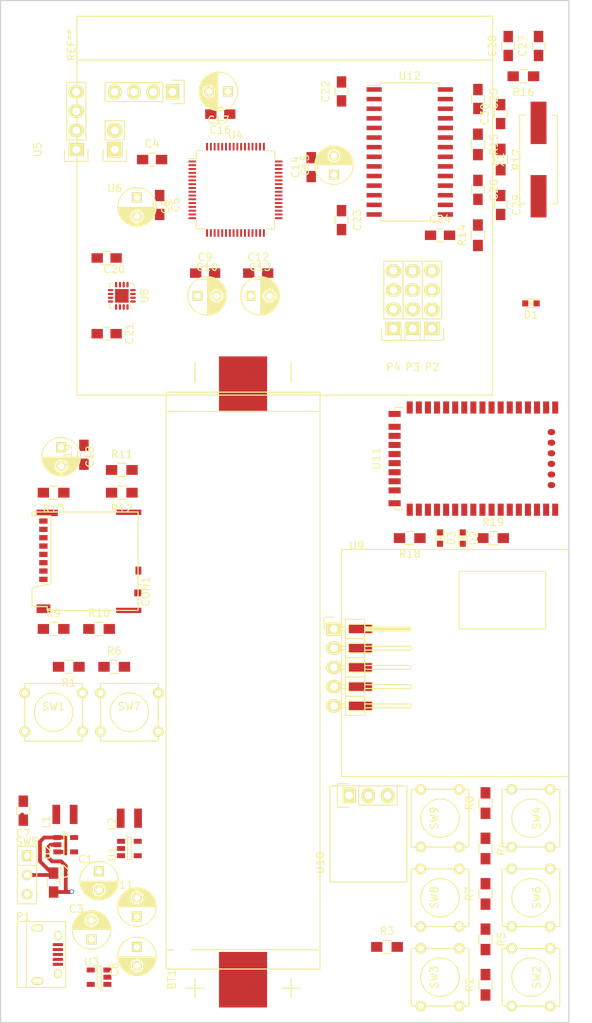
<source format=kicad_pcb>
(kicad_pcb (version 4) (host pcbnew 4.0.2-stable)

  (general
    (links 255)
    (no_connects 251)
    (area 36.924999 39.924999 115.275001 175.075001)
    (thickness 1.6)
    (drawings 4)
    (tracks 26)
    (zones 0)
    (modules 83)
    (nets 74)
  )

  (page A4)
  (title_block
    (title "SenseWalk2: Minimalistic version")
    (rev 1)
    (company "University of Central Florida\\nSenior Design G23\\nBenoit Brummer\\n\\n\\n")
  )

  (layers
    (0 F.Cu signal)
    (31 B.Cu signal)
    (32 B.Adhes user)
    (33 F.Adhes user)
    (34 B.Paste user)
    (35 F.Paste user)
    (36 B.SilkS user)
    (37 F.SilkS user)
    (38 B.Mask user)
    (39 F.Mask user)
    (40 Dwgs.User user)
    (41 Cmts.User user)
    (42 Eco1.User user)
    (43 Eco2.User user)
    (44 Edge.Cuts user)
    (45 Margin user)
    (46 B.CrtYd user)
    (47 F.CrtYd user)
    (48 B.Fab user)
    (49 F.Fab user)
  )

  (setup
    (last_trace_width 0.25)
    (user_trace_width 0.4)
    (user_trace_width 0.5)
    (user_trace_width 0.75)
    (user_trace_width 1)
    (user_trace_width 1.25)
    (user_trace_width 1.5)
    (user_trace_width 1.75)
    (trace_clearance 0.2)
    (zone_clearance 0.508)
    (zone_45_only yes)
    (trace_min 0.2)
    (segment_width 0.2)
    (edge_width 0.15)
    (via_size 0.6)
    (via_drill 0.4)
    (via_min_size 0.4)
    (via_min_drill 0.3)
    (uvia_size 0.3)
    (uvia_drill 0.1)
    (uvias_allowed no)
    (uvia_min_size 0.2)
    (uvia_min_drill 0.1)
    (pcb_text_width 0.3)
    (pcb_text_size 1.5 1.5)
    (mod_edge_width 0.15)
    (mod_text_size 1 1)
    (mod_text_width 0.15)
    (pad_size 1.524 1.524)
    (pad_drill 0.762)
    (pad_to_mask_clearance 0.2)
    (aux_axis_origin 0 0)
    (visible_elements FFFEFF7F)
    (pcbplotparams
      (layerselection 0x00030_80000001)
      (usegerberextensions false)
      (excludeedgelayer true)
      (linewidth 0.100000)
      (plotframeref false)
      (viasonmask false)
      (mode 1)
      (useauxorigin false)
      (hpglpennumber 1)
      (hpglpenspeed 20)
      (hpglpendiameter 15)
      (hpglpenoverlay 2)
      (psnegative false)
      (psa4output false)
      (plotreference true)
      (plotvalue true)
      (plotinvisibletext false)
      (padsonsilk false)
      (subtractmaskfromsilk false)
      (outputformat 1)
      (mirror false)
      (drillshape 1)
      (scaleselection 1)
      (outputdirectory pdf/))
  )

  (net 0 "")
  (net 1 "Net-(BT1-Pad1)")
  (net 2 GND)
  (net 3 +BATT)
  (net 4 +5V)
  (net 5 +3V3)
  (net 6 PD2_SD-CMD)
  (net 7 PC10_SD-D2)
  (net 8 PC11_SD-D3)
  (net 9 PC12_SD-CK)
  (net 10 PC8_SD-D0)
  (net 11 PC9_SD-D1)
  (net 12 PA15_SD-DET)
  (net 13 "Net-(L2-Pad1)")
  (net 14 /in5)
  (net 15 /in6)
  (net 16 /in7)
  (net 17 /in8)
  (net 18 /in1)
  (net 19 /in2)
  (net 20 /in3)
  (net 21 /in4)
  (net 22 PC13_dbg)
  (net 23 NRST)
  (net 24 PC0_MP3-SCL)
  (net 25 PC1_MP3-SDA)
  (net 26 PC2_MAG-MISO)
  (net 27 PC3_mic)
  (net 28 PA0_las)
  (net 29 PA1_las)
  (net 30 PA2_UART)
  (net 31 PA3_UART)
  (net 32 PA4_BTpcm-Sync)
  (net 33 PA5_MP3-SCK)
  (net 34 PA6_BT-RTS)
  (net 35 PA7_MP3-SDI)
  (net 36 PC4_BT-RX)
  (net 37 PC5_BT-TX)
  (net 38 PB0_BT-GP9)
  (net 39 PB1_BT-CTS)
  (net 40 PB2_BT-GP2)
  (net 41 PB10_MAG-SPC)
  (net 42 "Net-(D1-Pad2)")
  (net 43 PB12_MAG-INT)
  (net 44 PB13_MAG-TRIG)
  (net 45 PB14_MP3-RST)
  (net 46 PB15_MAG-MOSI)
  (net 47 PC6_MP3-DR)
  (net 48 PA9_GPS-RX)
  (net 49 PA13_dbg)
  (net 50 PA14_dbg)
  (net 51 PB3_BTpcm-CLK)
  (net 52 PB5_BTpcm-IN)
  (net 53 PB7_GPS-TX)
  (net 54 PB9_MAG-CS)
  (net 55 "Net-(P4-Pad4)")
  (net 56 "Net-(P4-Pad1)")
  (net 57 "Net-(P4-Pad2)")
  (net 58 "Net-(C26-Pad1)")
  (net 59 "Net-(C28-Pad1)")
  (net 60 "Net-(C29-Pad1)")
  (net 61 "Net-(C27-Pad1)")
  (net 62 "Net-(D2-Pad2)")
  (net 63 "Net-(D2-Pad1)")
  (net 64 "Net-(D3-Pad2)")
  (net 65 "Net-(D3-Pad1)")
  (net 66 "Net-(P3-Pad1)")
  (net 67 "Net-(P3-Pad2)")
  (net 68 "Net-(P3-Pad3)")
  (net 69 "Net-(P3-Pad4)")
  (net 70 "Net-(L1-Pad2)")
  (net 71 "Net-(C3-Pad2)")
  (net 72 "Net-(C26-Pad2)")
  (net 73 "Net-(C30-Pad1)")

  (net_class Default "This is the default net class."
    (clearance 0.2)
    (trace_width 0.25)
    (via_dia 0.6)
    (via_drill 0.4)
    (uvia_dia 0.3)
    (uvia_drill 0.1)
    (add_net +3V3)
    (add_net +5V)
    (add_net +BATT)
    (add_net /in1)
    (add_net /in2)
    (add_net /in3)
    (add_net /in4)
    (add_net /in5)
    (add_net /in6)
    (add_net /in7)
    (add_net /in8)
    (add_net GND)
    (add_net NRST)
    (add_net "Net-(BT1-Pad1)")
    (add_net "Net-(C26-Pad1)")
    (add_net "Net-(C26-Pad2)")
    (add_net "Net-(C27-Pad1)")
    (add_net "Net-(C28-Pad1)")
    (add_net "Net-(C29-Pad1)")
    (add_net "Net-(C3-Pad2)")
    (add_net "Net-(C30-Pad1)")
    (add_net "Net-(D1-Pad2)")
    (add_net "Net-(D2-Pad1)")
    (add_net "Net-(D2-Pad2)")
    (add_net "Net-(D3-Pad1)")
    (add_net "Net-(D3-Pad2)")
    (add_net "Net-(L1-Pad2)")
    (add_net "Net-(L2-Pad1)")
    (add_net "Net-(P3-Pad1)")
    (add_net "Net-(P3-Pad2)")
    (add_net "Net-(P3-Pad3)")
    (add_net "Net-(P3-Pad4)")
    (add_net "Net-(P4-Pad1)")
    (add_net "Net-(P4-Pad2)")
    (add_net "Net-(P4-Pad4)")
    (add_net PA0_las)
    (add_net PA13_dbg)
    (add_net PA14_dbg)
    (add_net PA15_SD-DET)
    (add_net PA1_las)
    (add_net PA2_UART)
    (add_net PA3_UART)
    (add_net PA4_BTpcm-Sync)
    (add_net PA5_MP3-SCK)
    (add_net PA6_BT-RTS)
    (add_net PA7_MP3-SDI)
    (add_net PA9_GPS-RX)
    (add_net PB0_BT-GP9)
    (add_net PB10_MAG-SPC)
    (add_net PB12_MAG-INT)
    (add_net PB13_MAG-TRIG)
    (add_net PB14_MP3-RST)
    (add_net PB15_MAG-MOSI)
    (add_net PB1_BT-CTS)
    (add_net PB2_BT-GP2)
    (add_net PB3_BTpcm-CLK)
    (add_net PB5_BTpcm-IN)
    (add_net PB7_GPS-TX)
    (add_net PB9_MAG-CS)
    (add_net PC0_MP3-SCL)
    (add_net PC10_SD-D2)
    (add_net PC11_SD-D3)
    (add_net PC12_SD-CK)
    (add_net PC13_dbg)
    (add_net PC1_MP3-SDA)
    (add_net PC2_MAG-MISO)
    (add_net PC3_mic)
    (add_net PC4_BT-RX)
    (add_net PC5_BT-TX)
    (add_net PC6_MP3-DR)
    (add_net PC8_SD-D0)
    (add_net PC9_SD-D1)
    (add_net PD2_SD-CMD)
  )

  (module Capacitors_ThroughHole:C_Radial_D5_L11_P2.5 (layer F.Cu) (tedit 56CBE4A7) (tstamp 56C95E4C)
    (at 50 155 270)
    (descr "Radial Electrolytic Capacitor Diameter 5mm x Length 11mm, Pitch 2.5mm")
    (tags "Electrolytic Capacitor")
    (path /56B9B3BD)
    (fp_text reference C1 (at -1.6 1.8 540) (layer F.SilkS)
      (effects (font (size 1 1) (thickness 0.15)))
    )
    (fp_text value 10uF (at 1.5 0 270) (layer F.Fab)
      (effects (font (size 1 1) (thickness 0.15)))
    )
    (fp_line (start 1.325 -2.499) (end 1.325 2.499) (layer F.SilkS) (width 0.15))
    (fp_line (start 1.465 -2.491) (end 1.465 2.491) (layer F.SilkS) (width 0.15))
    (fp_line (start 1.605 -2.475) (end 1.605 -0.095) (layer F.SilkS) (width 0.15))
    (fp_line (start 1.605 0.095) (end 1.605 2.475) (layer F.SilkS) (width 0.15))
    (fp_line (start 1.745 -2.451) (end 1.745 -0.49) (layer F.SilkS) (width 0.15))
    (fp_line (start 1.745 0.49) (end 1.745 2.451) (layer F.SilkS) (width 0.15))
    (fp_line (start 1.885 -2.418) (end 1.885 -0.657) (layer F.SilkS) (width 0.15))
    (fp_line (start 1.885 0.657) (end 1.885 2.418) (layer F.SilkS) (width 0.15))
    (fp_line (start 2.025 -2.377) (end 2.025 -0.764) (layer F.SilkS) (width 0.15))
    (fp_line (start 2.025 0.764) (end 2.025 2.377) (layer F.SilkS) (width 0.15))
    (fp_line (start 2.165 -2.327) (end 2.165 -0.835) (layer F.SilkS) (width 0.15))
    (fp_line (start 2.165 0.835) (end 2.165 2.327) (layer F.SilkS) (width 0.15))
    (fp_line (start 2.305 -2.266) (end 2.305 -0.879) (layer F.SilkS) (width 0.15))
    (fp_line (start 2.305 0.879) (end 2.305 2.266) (layer F.SilkS) (width 0.15))
    (fp_line (start 2.445 -2.196) (end 2.445 -0.898) (layer F.SilkS) (width 0.15))
    (fp_line (start 2.445 0.898) (end 2.445 2.196) (layer F.SilkS) (width 0.15))
    (fp_line (start 2.585 -2.114) (end 2.585 -0.896) (layer F.SilkS) (width 0.15))
    (fp_line (start 2.585 0.896) (end 2.585 2.114) (layer F.SilkS) (width 0.15))
    (fp_line (start 2.725 -2.019) (end 2.725 -0.871) (layer F.SilkS) (width 0.15))
    (fp_line (start 2.725 0.871) (end 2.725 2.019) (layer F.SilkS) (width 0.15))
    (fp_line (start 2.865 -1.908) (end 2.865 -0.823) (layer F.SilkS) (width 0.15))
    (fp_line (start 2.865 0.823) (end 2.865 1.908) (layer F.SilkS) (width 0.15))
    (fp_line (start 3.005 -1.78) (end 3.005 -0.745) (layer F.SilkS) (width 0.15))
    (fp_line (start 3.005 0.745) (end 3.005 1.78) (layer F.SilkS) (width 0.15))
    (fp_line (start 3.145 -1.631) (end 3.145 -0.628) (layer F.SilkS) (width 0.15))
    (fp_line (start 3.145 0.628) (end 3.145 1.631) (layer F.SilkS) (width 0.15))
    (fp_line (start 3.285 -1.452) (end 3.285 -0.44) (layer F.SilkS) (width 0.15))
    (fp_line (start 3.285 0.44) (end 3.285 1.452) (layer F.SilkS) (width 0.15))
    (fp_line (start 3.425 -1.233) (end 3.425 1.233) (layer F.SilkS) (width 0.15))
    (fp_line (start 3.565 -0.944) (end 3.565 0.944) (layer F.SilkS) (width 0.15))
    (fp_line (start 3.705 -0.472) (end 3.705 0.472) (layer F.SilkS) (width 0.15))
    (fp_circle (center 2.5 0) (end 2.5 -0.9) (layer F.SilkS) (width 0.15))
    (fp_circle (center 1.25 0) (end 1.25 -2.5375) (layer F.SilkS) (width 0.15))
    (fp_circle (center 1.25 0) (end 1.25 -2.8) (layer F.CrtYd) (width 0.05))
    (pad 1 thru_hole rect (at 0 0 270) (size 1.3 1.3) (drill 0.8) (layers *.Cu *.Mask F.SilkS)
      (net 3 +BATT))
    (pad 2 thru_hole circle (at 2.5 0 270) (size 1.3 1.3) (drill 0.8) (layers *.Cu *.Mask F.SilkS)
      (net 2 GND))
    (model Capacitors_ThroughHole.3dshapes/C_Radial_D5_L11_P2.5.wrl
      (at (xyz 0.049213 0 0))
      (scale (xyz 1 1 1))
      (rotate (xyz 0 0 90))
    )
  )

  (module con-trougnouf:MicroSD (layer F.Cu) (tedit 56CD09D4) (tstamp 56C96B0E)
    (at 42.65 112.05 90)
    (path /56C194C9)
    (fp_text reference CON1 (at -6 13.5 90) (layer F.SilkS)
      (effects (font (size 1 1) (thickness 0.15)))
    )
    (fp_text value uSD_Card (at 1 13.5 90) (layer F.Fab)
      (effects (font (size 1 1) (thickness 0.15)))
    )
    (fp_line (start -8 -0.5) (end -8 -1.5) (layer F.SilkS) (width 0.15))
    (fp_line (start -8 -1.5) (end -5.5 -1.5) (layer F.SilkS) (width 0.15))
    (fp_line (start -5.5 -1.5) (end -5 1) (layer F.SilkS) (width 0.15))
    (fp_line (start -5 1) (end 4 1) (layer F.SilkS) (width 0.15))
    (fp_line (start 4 1) (end 4 -1.5) (layer F.SilkS) (width 0.15))
    (fp_line (start 4 -1.5) (end 4.5 -1.5) (layer F.SilkS) (width 0.15))
    (fp_line (start 4.5 -1.5) (end 4.5 12.5) (layer F.SilkS) (width 0.15))
    (fp_line (start 4.5 12.5) (end -8.5 12.5) (layer F.SilkS) (width 0.15))
    (fp_line (start -8.5 12.5) (end -8.5 0.5) (layer F.SilkS) (width 0.15))
    (fp_line (start -8.5 0.5) (end -8 0.5) (layer F.SilkS) (width 0.15))
    (fp_line (start -8 0.5) (end -8 -0.5) (layer F.SilkS) (width 0.15))
    (pad 6 smd rect (at -2.2 0 90) (size 0.7 1.1) (layers F.Cu F.Paste F.Mask)
      (net 2 GND))
    (pad 3 smd rect (at 1.1 0 90) (size 0.7 1.1) (layers F.Cu F.Paste F.Mask)
      (net 6 PD2_SD-CMD))
    (pad ~ smd rect (at 4.38 0.5 90) (size 0.86 2.8) (layers F.Cu F.Paste F.Mask))
    (pad 1 smd rect (at 3.3 0 90) (size 0.7 1.1) (layers F.Cu F.Paste F.Mask)
      (net 7 PC10_SD-D2))
    (pad 2 smd rect (at 2.2 0 90) (size 0.7 1.1) (layers F.Cu F.Paste F.Mask)
      (net 8 PC11_SD-D3))
    (pad 4 smd rect (at 0 0 90) (size 0.7 1.1) (layers F.Cu F.Paste F.Mask)
      (net 5 +3V3))
    (pad 5 smd rect (at -1.1 0 90) (size 0.7 1.1) (layers F.Cu F.Paste F.Mask)
      (net 9 PC12_SD-CK))
    (pad 7 smd rect (at -3.3 0 90) (size 0.7 1.1) (layers F.Cu F.Paste F.Mask)
      (net 10 PC8_SD-D0))
    (pad 8 smd rect (at -4.4 0 90) (size 0.7 1.1) (layers F.Cu F.Paste F.Mask)
      (net 11 PC9_SD-D1))
    (pad ~ smd rect (at -8.28 0.015 90) (size 1.14 1.83) (layers F.Cu F.Paste F.Mask))
    (pad ~ smd rect (at -8.5 11.265 90) (size 0.7 3.33) (layers F.Cu F.Paste F.Mask))
    (pad 6 smd rect (at -6.19 12.465 90) (size 0.9 0.93) (layers F.Cu F.Paste F.Mask)
      (net 2 GND))
    (pad 9 smd rect (at -3.24 12.54 90) (size 1.05 0.78) (layers F.Cu F.Paste F.Mask)
      (net 12 PA15_SD-DET))
    (pad ~ smd rect (at 4.46 11.265 90) (size 0.7 3.33) (layers F.Cu F.Paste F.Mask))
  )

  (module BT:RN-52 (layer F.Cu) (tedit 55A59B3F) (tstamp 56C96415)
    (at 102 100.5 270)
    (path /56BFE3AB)
    (fp_text reference U11 (at 0 15.4 270) (layer F.SilkS)
      (effects (font (size 1 1) (thickness 0.15)))
    )
    (fp_text value RN-52 (at 0 0 270) (layer F.Fab)
      (effects (font (size 1 1) (thickness 0.15)))
    )
    (fp_line (start 4.85 13) (end 5.25 13) (layer F.SilkS) (width 0.15))
    (fp_line (start -5.25 13) (end -4.85 13) (layer F.SilkS) (width 0.15))
    (fp_line (start -6.75 -13) (end -6.75 -8.4) (layer B.CrtYd) (width 0.15))
    (fp_line (start -6.75 -8.4) (end 6.75 -8.4) (layer B.CrtYd) (width 0.15))
    (fp_line (start 6.75 -8.4) (end 6.75 -13) (layer B.CrtYd) (width 0.15))
    (fp_line (start 6.75 -13) (end -6.75 -13) (layer B.CrtYd) (width 0.15))
    (fp_line (start -6.75 -9) (end -7.75 -9) (layer F.CrtYd) (width 0.15))
    (fp_line (start -7.75 -9) (end -7.75 14) (layer F.CrtYd) (width 0.15))
    (fp_line (start -7.75 14) (end 8.05 14) (layer F.CrtYd) (width 0.15))
    (fp_line (start 8.05 14) (end 8.05 -9) (layer F.CrtYd) (width 0.15))
    (fp_line (start 8.05 -9) (end 6.75 -9) (layer F.CrtYd) (width 0.15))
    (fp_line (start -6.75 -9) (end -6.75 -13) (layer F.CrtYd) (width 0.15))
    (fp_line (start -6.75 -13) (end 6.75 -13) (layer F.CrtYd) (width 0.15))
    (fp_line (start 6.75 -13) (end 6.75 -9) (layer F.CrtYd) (width 0.15))
    (fp_line (start 6.75 13) (end 6.55 13) (layer F.SilkS) (width 0.15))
    (fp_line (start 6.75 11.8) (end 6.75 13) (layer F.SilkS) (width 0.15))
    (fp_line (start -6.75 11.8) (end -6.75 13) (layer F.SilkS) (width 0.15))
    (fp_line (start -6.75 13) (end -6.55 13) (layer F.SilkS) (width 0.15))
    (fp_text user "GND Edge" (at 0 -9.5 270) (layer F.Fab)
      (effects (font (size 1 1) (thickness 0.15)))
    )
    (fp_line (start -6.75 -8.4) (end 6.75 -8.4) (layer F.Fab) (width 0.15))
    (pad 28 smd rect (at 6.75 11 270) (size 1.6 0.8) (layers F.Cu F.Paste F.Mask))
    (pad 27 smd rect (at 5.9 13 270) (size 0.8 1.6) (layers F.Cu F.Paste F.Mask)
      (net 2 GND))
    (pad 19 smd rect (at -4.2 13 270) (size 0.8 1.6) (layers F.Cu F.Paste F.Mask))
    (pad 1 smd rect (at -6.75 -8.2 270) (size 1.6 0.8) (layers F.Cu F.Paste F.Mask)
      (net 2 GND))
    (pad 2 smd rect (at -6.75 -7 270) (size 1.6 0.8) (layers F.Cu F.Paste F.Mask)
      (net 40 PB2_BT-GP2))
    (pad 3 smd rect (at -6.75 -5.8 270) (size 1.6 0.8) (layers F.Cu F.Paste F.Mask))
    (pad 4 smd rect (at -6.75 -4.6 270) (size 1.6 0.8) (layers F.Cu F.Paste F.Mask))
    (pad 5 smd rect (at -6.75 -3.4 270) (size 1.6 0.8) (layers F.Cu F.Paste F.Mask))
    (pad 6 smd rect (at -6.75 -2.2 270) (size 1.6 0.8) (layers F.Cu F.Paste F.Mask))
    (pad 7 smd rect (at -6.75 -1 270) (size 1.6 0.8) (layers F.Cu F.Paste F.Mask))
    (pad 8 smd rect (at -6.75 0.2 270) (size 1.6 0.8) (layers F.Cu F.Paste F.Mask))
    (pad 9 smd rect (at -6.75 1.4 270) (size 1.6 0.8) (layers F.Cu F.Paste F.Mask))
    (pad 10 smd rect (at -6.75 2.6 270) (size 1.6 0.8) (layers F.Cu F.Paste F.Mask))
    (pad 11 smd rect (at -6.75 3.8 270) (size 1.6 0.8) (layers F.Cu F.Paste F.Mask)
      (net 38 PB0_BT-GP9))
    (pad 12 smd rect (at -6.75 5 270) (size 1.6 0.8) (layers F.Cu F.Paste F.Mask))
    (pad 13 smd rect (at -6.75 6.2 270) (size 1.6 0.8) (layers F.Cu F.Paste F.Mask))
    (pad 14 smd rect (at -6.75 7.4 270) (size 1.6 0.8) (layers F.Cu F.Paste F.Mask)
      (net 34 PA6_BT-RTS))
    (pad 15 smd rect (at -6.75 8.6 270) (size 1.6 0.8) (layers F.Cu F.Paste F.Mask)
      (net 39 PB1_BT-CTS))
    (pad 16 smd rect (at -6.75 9.8 270) (size 1.6 0.8) (layers F.Cu F.Paste F.Mask)
      (net 37 PC5_BT-TX))
    (pad 17 smd rect (at -6.75 11 270) (size 1.6 0.8) (layers F.Cu F.Paste F.Mask)
      (net 36 PC4_BT-RX))
    (pad 18 smd rect (at -5.9 13 270) (size 0.8 1.6) (layers F.Cu F.Paste F.Mask)
      (net 2 GND))
    (pad 20 smd rect (at -3 13 270) (size 0.8 1.6) (layers F.Cu F.Paste F.Mask))
    (pad 21 smd rect (at -1.8 13 270) (size 0.8 1.6) (layers F.Cu F.Paste F.Mask)
      (net 5 +3V3))
    (pad 22 smd rect (at -0.6 13 270) (size 0.8 1.6) (layers F.Cu F.Paste F.Mask)
      (net 5 +3V3))
    (pad 23 smd rect (at 0.6 13 270) (size 0.8 1.6) (layers F.Cu F.Paste F.Mask)
      (net 69 "Net-(P3-Pad4)"))
    (pad 24 smd rect (at 1.8 13 270) (size 0.8 1.6) (layers F.Cu F.Paste F.Mask)
      (net 68 "Net-(P3-Pad3)"))
    (pad 25 smd rect (at 3 13 270) (size 0.8 1.6) (layers F.Cu F.Paste F.Mask)
      (net 67 "Net-(P3-Pad2)"))
    (pad 26 smd rect (at 4.2 13 270) (size 0.8 1.6) (layers F.Cu F.Paste F.Mask)
      (net 66 "Net-(P3-Pad1)"))
    (pad 29 smd rect (at 6.75 9.8 270) (size 1.6 0.8) (layers F.Cu F.Paste F.Mask))
    (pad 30 smd rect (at 6.75 8.6 270) (size 1.6 0.8) (layers F.Cu F.Paste F.Mask))
    (pad 31 smd rect (at 6.75 7.4 270) (size 1.6 0.8) (layers F.Cu F.Paste F.Mask))
    (pad 32 smd rect (at 6.75 6.2 270) (size 1.6 0.8) (layers F.Cu F.Paste F.Mask)
      (net 65 "Net-(D3-Pad1)"))
    (pad 33 smd rect (at 6.75 5 270) (size 1.6 0.8) (layers F.Cu F.Paste F.Mask)
      (net 63 "Net-(D2-Pad1)"))
    (pad 34 smd rect (at 6.75 3.8 270) (size 1.6 0.8) (layers F.Cu F.Paste F.Mask))
    (pad 35 smd rect (at 6.75 2.6 270) (size 1.6 0.8) (layers F.Cu F.Paste F.Mask))
    (pad 36 smd rect (at 6.75 1.4 270) (size 1.6 0.8) (layers F.Cu F.Paste F.Mask))
    (pad 37 smd rect (at 6.75 0.2 270) (size 1.6 0.8) (layers F.Cu F.Paste F.Mask))
    (pad 38 smd rect (at 6.75 -1 270) (size 1.6 0.8) (layers F.Cu F.Paste F.Mask))
    (pad 39 smd rect (at 6.75 -2.2 270) (size 1.6 0.8) (layers F.Cu F.Paste F.Mask)
      (net 2 GND))
    (pad 40 smd rect (at 6.75 -3.4 270) (size 1.6 0.8) (layers F.Cu F.Paste F.Mask))
    (pad 41 smd rect (at 6.75 -4.6 270) (size 1.6 0.8) (layers F.Cu F.Paste F.Mask))
    (pad 42 smd rect (at 6.75 -5.8 270) (size 1.6 0.8) (layers F.Cu F.Paste F.Mask))
    (pad 43 smd rect (at 6.75 -7 270) (size 1.6 0.8) (layers F.Cu F.Paste F.Mask))
    (pad 44 smd rect (at 6.75 -8.2 270) (size 1.6 0.8) (layers F.Cu F.Paste F.Mask)
      (net 2 GND))
    (pad 45 smd oval (at 3.5 -7.7 270) (size 0.8 1) (layers F.Cu F.Paste F.Mask)
      (net 2 GND))
    (pad 46 smd oval (at 2.1 -7.7 270) (size 0.8 1) (layers F.Cu F.Paste F.Mask)
      (net 2 GND))
    (pad 47 smd oval (at 0.7 -7.7 270) (size 0.8 1) (layers F.Cu F.Paste F.Mask)
      (net 2 GND))
    (pad 48 smd oval (at -0.7 -7.7 270) (size 0.8 1) (layers F.Cu F.Paste F.Mask)
      (net 2 GND))
    (pad 49 smd oval (at -2.1 -7.7 270) (size 0.8 1) (layers F.Cu F.Paste F.Mask)
      (net 2 GND))
    (pad 50 smd oval (at -3.5 -7.7 270) (size 0.8 1) (layers F.Cu F.Paste F.Mask)
      (net 2 GND))
  )

  (module con-trougnouf:18650BatteryHolder (layer F.Cu) (tedit 56CBE491) (tstamp 56C95E46)
    (at 69 173 270)
    (descr http://keyelco.com/product-pdf.cfm?p=13957)
    (tags " Keystone Electronics 1042P")
    (path /56B971E8)
    (fp_text reference BT1 (at -3.7 9.4 270) (layer F.SilkS)
      (effects (font (size 1 1) (thickness 0.15)))
    )
    (fp_text value Battery (at -29 0 270) (layer F.Fab)
      (effects (font (size 1 1) (thickness 0.15)))
    )
    (fp_line (start -2.54 5.08) (end -2.54 7.62) (layer F.SilkS) (width 0.15))
    (fp_line (start -3.81 6.35) (end -1.27 6.35) (layer F.SilkS) (width 0.15))
    (fp_line (start -2.54 -7.62) (end -2.54 -5.08) (layer F.SilkS) (width 0.15))
    (fp_line (start -3.81 -6.35) (end -1.27 -6.35) (layer F.SilkS) (width 0.15))
    (fp_line (start -85.09 6.35) (end -82.55 6.35) (layer F.SilkS) (width 0.15))
    (fp_line (start -82.55 -6.35) (end -85.09 -6.35) (layer F.SilkS) (width 0.15))
    (fp_line (start -78.74 -10.16) (end -81.28 -10.16) (layer F.SilkS) (width 0.15))
    (fp_line (start -81.28 -10.16) (end -81.28 10.16) (layer F.SilkS) (width 0.15))
    (fp_line (start -81.28 10.16) (end -78.74 10.16) (layer F.SilkS) (width 0.15))
    (fp_line (start -7.62 10.16) (end -6.35 10.16) (layer F.SilkS) (width 0.15))
    (fp_line (start -6.35 10.16) (end -5.08 10.16) (layer F.SilkS) (width 0.15))
    (fp_line (start -5.08 10.16) (end -5.08 -10.16) (layer F.SilkS) (width 0.15))
    (fp_line (start -5.08 -10.16) (end -7.62 -10.16) (layer F.SilkS) (width 0.15))
    (fp_line (start -7.62 -10.16) (end -7.62 10.16) (layer F.SilkS) (width 0.15))
    (fp_line (start -7.62 10.16) (end -78.74 10.16) (layer F.SilkS) (width 0.15))
    (fp_line (start -78.74 10.16) (end -78.74 -10.16) (layer F.SilkS) (width 0.15))
    (fp_line (start -78.74 -10.16) (end -7.62 -10.16) (layer F.SilkS) (width 0.15))
    (pad "" np_thru_hole oval (at -70.87 8 270) (size 3.45 3.45) (drill 3.45) (layers *.Cu *.Mask F.SilkS))
    (pad 1 smd rect (at -3.67 0 270) (size 7.34 6.35) (layers F.Cu F.Paste F.Mask)
      (net 1 "Net-(BT1-Pad1)"))
    (pad 2 smd rect (at -82.33 0 270) (size 7.34 6.35) (layers F.Cu F.Paste F.Mask)
      (net 2 GND))
    (pad "" np_thru_hole oval (at -7.34 8 270) (size 2.39 2.39) (drill 2.39) (layers *.Cu *.Mask F.SilkS))
    (pad "" np_thru_hole oval (at -15.67 -8 270) (size 3.45 3.45) (drill 3.45) (layers *.Cu *.Mask F.SilkS))
  )

  (module Capacitors_ThroughHole:C_Radial_D5_L11_P2.5 (layer F.Cu) (tedit 56CA7DDC) (tstamp 56C95E58)
    (at 49 164 90)
    (descr "Radial Electrolytic Capacitor Diameter 5mm x Length 11mm, Pitch 2.5mm")
    (tags "Electrolytic Capacitor")
    (path /56B99A60)
    (fp_text reference C3 (at 4 -2 180) (layer F.SilkS)
      (effects (font (size 1 1) (thickness 0.15)))
    )
    (fp_text value 1uF (at 1 0 180) (layer F.Fab)
      (effects (font (size 1 1) (thickness 0.15)))
    )
    (fp_line (start 1.325 -2.499) (end 1.325 2.499) (layer F.SilkS) (width 0.15))
    (fp_line (start 1.465 -2.491) (end 1.465 2.491) (layer F.SilkS) (width 0.15))
    (fp_line (start 1.605 -2.475) (end 1.605 -0.095) (layer F.SilkS) (width 0.15))
    (fp_line (start 1.605 0.095) (end 1.605 2.475) (layer F.SilkS) (width 0.15))
    (fp_line (start 1.745 -2.451) (end 1.745 -0.49) (layer F.SilkS) (width 0.15))
    (fp_line (start 1.745 0.49) (end 1.745 2.451) (layer F.SilkS) (width 0.15))
    (fp_line (start 1.885 -2.418) (end 1.885 -0.657) (layer F.SilkS) (width 0.15))
    (fp_line (start 1.885 0.657) (end 1.885 2.418) (layer F.SilkS) (width 0.15))
    (fp_line (start 2.025 -2.377) (end 2.025 -0.764) (layer F.SilkS) (width 0.15))
    (fp_line (start 2.025 0.764) (end 2.025 2.377) (layer F.SilkS) (width 0.15))
    (fp_line (start 2.165 -2.327) (end 2.165 -0.835) (layer F.SilkS) (width 0.15))
    (fp_line (start 2.165 0.835) (end 2.165 2.327) (layer F.SilkS) (width 0.15))
    (fp_line (start 2.305 -2.266) (end 2.305 -0.879) (layer F.SilkS) (width 0.15))
    (fp_line (start 2.305 0.879) (end 2.305 2.266) (layer F.SilkS) (width 0.15))
    (fp_line (start 2.445 -2.196) (end 2.445 -0.898) (layer F.SilkS) (width 0.15))
    (fp_line (start 2.445 0.898) (end 2.445 2.196) (layer F.SilkS) (width 0.15))
    (fp_line (start 2.585 -2.114) (end 2.585 -0.896) (layer F.SilkS) (width 0.15))
    (fp_line (start 2.585 0.896) (end 2.585 2.114) (layer F.SilkS) (width 0.15))
    (fp_line (start 2.725 -2.019) (end 2.725 -0.871) (layer F.SilkS) (width 0.15))
    (fp_line (start 2.725 0.871) (end 2.725 2.019) (layer F.SilkS) (width 0.15))
    (fp_line (start 2.865 -1.908) (end 2.865 -0.823) (layer F.SilkS) (width 0.15))
    (fp_line (start 2.865 0.823) (end 2.865 1.908) (layer F.SilkS) (width 0.15))
    (fp_line (start 3.005 -1.78) (end 3.005 -0.745) (layer F.SilkS) (width 0.15))
    (fp_line (start 3.005 0.745) (end 3.005 1.78) (layer F.SilkS) (width 0.15))
    (fp_line (start 3.145 -1.631) (end 3.145 -0.628) (layer F.SilkS) (width 0.15))
    (fp_line (start 3.145 0.628) (end 3.145 1.631) (layer F.SilkS) (width 0.15))
    (fp_line (start 3.285 -1.452) (end 3.285 -0.44) (layer F.SilkS) (width 0.15))
    (fp_line (start 3.285 0.44) (end 3.285 1.452) (layer F.SilkS) (width 0.15))
    (fp_line (start 3.425 -1.233) (end 3.425 1.233) (layer F.SilkS) (width 0.15))
    (fp_line (start 3.565 -0.944) (end 3.565 0.944) (layer F.SilkS) (width 0.15))
    (fp_line (start 3.705 -0.472) (end 3.705 0.472) (layer F.SilkS) (width 0.15))
    (fp_circle (center 2.5 0) (end 2.5 -0.9) (layer F.SilkS) (width 0.15))
    (fp_circle (center 1.25 0) (end 1.25 -2.5375) (layer F.SilkS) (width 0.15))
    (fp_circle (center 1.25 0) (end 1.25 -2.8) (layer F.CrtYd) (width 0.05))
    (pad 1 thru_hole rect (at 0 0 90) (size 1.3 1.3) (drill 0.8) (layers *.Cu *.Mask F.SilkS)
      (net 2 GND))
    (pad 2 thru_hole circle (at 2.5 0 90) (size 1.3 1.3) (drill 0.8) (layers *.Cu *.Mask F.SilkS)
      (net 71 "Net-(C3-Pad2)"))
    (model Capacitors_ThroughHole.3dshapes/C_Radial_D5_L11_P2.5.wrl
      (at (xyz 0.049213 0 0))
      (scale (xyz 1 1 1))
      (rotate (xyz 0 0 90))
    )
  )

  (module Capacitors_SMD:C_0805_HandSoldering (layer F.Cu) (tedit 541A9B8D) (tstamp 56C95E5E)
    (at 57 61)
    (descr "Capacitor SMD 0805, hand soldering")
    (tags "capacitor 0805")
    (path /56C98142)
    (attr smd)
    (fp_text reference C4 (at 0 -2.1) (layer F.SilkS)
      (effects (font (size 1 1) (thickness 0.15)))
    )
    (fp_text value 0.1uF (at 0 2.1) (layer F.Fab)
      (effects (font (size 1 1) (thickness 0.15)))
    )
    (fp_line (start -2.3 -1) (end 2.3 -1) (layer F.CrtYd) (width 0.05))
    (fp_line (start -2.3 1) (end 2.3 1) (layer F.CrtYd) (width 0.05))
    (fp_line (start -2.3 -1) (end -2.3 1) (layer F.CrtYd) (width 0.05))
    (fp_line (start 2.3 -1) (end 2.3 1) (layer F.CrtYd) (width 0.05))
    (fp_line (start 0.5 -0.85) (end -0.5 -0.85) (layer F.SilkS) (width 0.15))
    (fp_line (start -0.5 0.85) (end 0.5 0.85) (layer F.SilkS) (width 0.15))
    (pad 1 smd rect (at -1.25 0) (size 1.5 1.25) (layers F.Cu F.Paste F.Mask)
      (net 2 GND))
    (pad 2 smd rect (at 1.25 0) (size 1.5 1.25) (layers F.Cu F.Paste F.Mask)
      (net 5 +3V3))
    (model Capacitors_SMD.3dshapes/C_0805_HandSoldering.wrl
      (at (xyz 0 0 0))
      (scale (xyz 1 1 1))
      (rotate (xyz 0 0 0))
    )
  )

  (module Capacitors_ThroughHole:C_Radial_D5_L11_P2.5 (layer F.Cu) (tedit 0) (tstamp 56C95E6A)
    (at 55 66 270)
    (descr "Radial Electrolytic Capacitor Diameter 5mm x Length 11mm, Pitch 2.5mm")
    (tags "Electrolytic Capacitor")
    (path /56CA080D)
    (fp_text reference C6 (at 1.25 -3.8 270) (layer F.SilkS)
      (effects (font (size 1 1) (thickness 0.15)))
    )
    (fp_text value 4.7uF (at 1.25 3.8 270) (layer F.Fab)
      (effects (font (size 1 1) (thickness 0.15)))
    )
    (fp_line (start 1.325 -2.499) (end 1.325 2.499) (layer F.SilkS) (width 0.15))
    (fp_line (start 1.465 -2.491) (end 1.465 2.491) (layer F.SilkS) (width 0.15))
    (fp_line (start 1.605 -2.475) (end 1.605 -0.095) (layer F.SilkS) (width 0.15))
    (fp_line (start 1.605 0.095) (end 1.605 2.475) (layer F.SilkS) (width 0.15))
    (fp_line (start 1.745 -2.451) (end 1.745 -0.49) (layer F.SilkS) (width 0.15))
    (fp_line (start 1.745 0.49) (end 1.745 2.451) (layer F.SilkS) (width 0.15))
    (fp_line (start 1.885 -2.418) (end 1.885 -0.657) (layer F.SilkS) (width 0.15))
    (fp_line (start 1.885 0.657) (end 1.885 2.418) (layer F.SilkS) (width 0.15))
    (fp_line (start 2.025 -2.377) (end 2.025 -0.764) (layer F.SilkS) (width 0.15))
    (fp_line (start 2.025 0.764) (end 2.025 2.377) (layer F.SilkS) (width 0.15))
    (fp_line (start 2.165 -2.327) (end 2.165 -0.835) (layer F.SilkS) (width 0.15))
    (fp_line (start 2.165 0.835) (end 2.165 2.327) (layer F.SilkS) (width 0.15))
    (fp_line (start 2.305 -2.266) (end 2.305 -0.879) (layer F.SilkS) (width 0.15))
    (fp_line (start 2.305 0.879) (end 2.305 2.266) (layer F.SilkS) (width 0.15))
    (fp_line (start 2.445 -2.196) (end 2.445 -0.898) (layer F.SilkS) (width 0.15))
    (fp_line (start 2.445 0.898) (end 2.445 2.196) (layer F.SilkS) (width 0.15))
    (fp_line (start 2.585 -2.114) (end 2.585 -0.896) (layer F.SilkS) (width 0.15))
    (fp_line (start 2.585 0.896) (end 2.585 2.114) (layer F.SilkS) (width 0.15))
    (fp_line (start 2.725 -2.019) (end 2.725 -0.871) (layer F.SilkS) (width 0.15))
    (fp_line (start 2.725 0.871) (end 2.725 2.019) (layer F.SilkS) (width 0.15))
    (fp_line (start 2.865 -1.908) (end 2.865 -0.823) (layer F.SilkS) (width 0.15))
    (fp_line (start 2.865 0.823) (end 2.865 1.908) (layer F.SilkS) (width 0.15))
    (fp_line (start 3.005 -1.78) (end 3.005 -0.745) (layer F.SilkS) (width 0.15))
    (fp_line (start 3.005 0.745) (end 3.005 1.78) (layer F.SilkS) (width 0.15))
    (fp_line (start 3.145 -1.631) (end 3.145 -0.628) (layer F.SilkS) (width 0.15))
    (fp_line (start 3.145 0.628) (end 3.145 1.631) (layer F.SilkS) (width 0.15))
    (fp_line (start 3.285 -1.452) (end 3.285 -0.44) (layer F.SilkS) (width 0.15))
    (fp_line (start 3.285 0.44) (end 3.285 1.452) (layer F.SilkS) (width 0.15))
    (fp_line (start 3.425 -1.233) (end 3.425 1.233) (layer F.SilkS) (width 0.15))
    (fp_line (start 3.565 -0.944) (end 3.565 0.944) (layer F.SilkS) (width 0.15))
    (fp_line (start 3.705 -0.472) (end 3.705 0.472) (layer F.SilkS) (width 0.15))
    (fp_circle (center 2.5 0) (end 2.5 -0.9) (layer F.SilkS) (width 0.15))
    (fp_circle (center 1.25 0) (end 1.25 -2.5375) (layer F.SilkS) (width 0.15))
    (fp_circle (center 1.25 0) (end 1.25 -2.8) (layer F.CrtYd) (width 0.05))
    (pad 1 thru_hole rect (at 0 0 270) (size 1.3 1.3) (drill 0.8) (layers *.Cu *.Mask F.SilkS)
      (net 2 GND))
    (pad 2 thru_hole circle (at 2.5 0 270) (size 1.3 1.3) (drill 0.8) (layers *.Cu *.Mask F.SilkS)
      (net 5 +3V3))
    (model Capacitors_ThroughHole.3dshapes/C_Radial_D5_L11_P2.5.wrl
      (at (xyz 0.049213 0 0))
      (scale (xyz 1 1 1))
      (rotate (xyz 0 0 90))
    )
  )

  (module Capacitors_SMD:C_0805_HandSoldering (layer F.Cu) (tedit 56CA7D73) (tstamp 56C95E70)
    (at 40 147 270)
    (descr "Capacitor SMD 0805, hand soldering")
    (tags "capacitor 0805")
    (path /56D339A8)
    (attr smd)
    (fp_text reference C7 (at 3 0 360) (layer F.SilkS)
      (effects (font (size 1 1) (thickness 0.15)))
    )
    (fp_text value 10uF (at -0.5 0 270) (layer F.Fab)
      (effects (font (size 1 1) (thickness 0.15)))
    )
    (fp_line (start -2.3 -1) (end 2.3 -1) (layer F.CrtYd) (width 0.05))
    (fp_line (start -2.3 1) (end 2.3 1) (layer F.CrtYd) (width 0.05))
    (fp_line (start -2.3 -1) (end -2.3 1) (layer F.CrtYd) (width 0.05))
    (fp_line (start 2.3 -1) (end 2.3 1) (layer F.CrtYd) (width 0.05))
    (fp_line (start 0.5 -0.85) (end -0.5 -0.85) (layer F.SilkS) (width 0.15))
    (fp_line (start -0.5 0.85) (end 0.5 0.85) (layer F.SilkS) (width 0.15))
    (pad 1 smd rect (at -1.25 0 270) (size 1.5 1.25) (layers F.Cu F.Paste F.Mask)
      (net 4 +5V))
    (pad 2 smd rect (at 1.25 0 270) (size 1.5 1.25) (layers F.Cu F.Paste F.Mask)
      (net 2 GND))
    (model Capacitors_SMD.3dshapes/C_0805_HandSoldering.wrl
      (at (xyz 0 0 0))
      (scale (xyz 1 1 1))
      (rotate (xyz 0 0 0))
    )
  )

  (module Capacitors_ThroughHole:C_Radial_D5_L11_P2.5 (layer F.Cu) (tedit 56CA7DD3) (tstamp 56C95E76)
    (at 55 165 270)
    (descr "Radial Electrolytic Capacitor Diameter 5mm x Length 11mm, Pitch 2.5mm")
    (tags "Electrolytic Capacitor")
    (path /56B9A3C3)
    (fp_text reference C8 (at 3 3 270) (layer F.SilkS)
      (effects (font (size 1 1) (thickness 0.15)))
    )
    (fp_text value 1uF (at 1 0 270) (layer F.Fab)
      (effects (font (size 1 1) (thickness 0.15)))
    )
    (fp_line (start 1.325 -2.499) (end 1.325 2.499) (layer F.SilkS) (width 0.15))
    (fp_line (start 1.465 -2.491) (end 1.465 2.491) (layer F.SilkS) (width 0.15))
    (fp_line (start 1.605 -2.475) (end 1.605 -0.095) (layer F.SilkS) (width 0.15))
    (fp_line (start 1.605 0.095) (end 1.605 2.475) (layer F.SilkS) (width 0.15))
    (fp_line (start 1.745 -2.451) (end 1.745 -0.49) (layer F.SilkS) (width 0.15))
    (fp_line (start 1.745 0.49) (end 1.745 2.451) (layer F.SilkS) (width 0.15))
    (fp_line (start 1.885 -2.418) (end 1.885 -0.657) (layer F.SilkS) (width 0.15))
    (fp_line (start 1.885 0.657) (end 1.885 2.418) (layer F.SilkS) (width 0.15))
    (fp_line (start 2.025 -2.377) (end 2.025 -0.764) (layer F.SilkS) (width 0.15))
    (fp_line (start 2.025 0.764) (end 2.025 2.377) (layer F.SilkS) (width 0.15))
    (fp_line (start 2.165 -2.327) (end 2.165 -0.835) (layer F.SilkS) (width 0.15))
    (fp_line (start 2.165 0.835) (end 2.165 2.327) (layer F.SilkS) (width 0.15))
    (fp_line (start 2.305 -2.266) (end 2.305 -0.879) (layer F.SilkS) (width 0.15))
    (fp_line (start 2.305 0.879) (end 2.305 2.266) (layer F.SilkS) (width 0.15))
    (fp_line (start 2.445 -2.196) (end 2.445 -0.898) (layer F.SilkS) (width 0.15))
    (fp_line (start 2.445 0.898) (end 2.445 2.196) (layer F.SilkS) (width 0.15))
    (fp_line (start 2.585 -2.114) (end 2.585 -0.896) (layer F.SilkS) (width 0.15))
    (fp_line (start 2.585 0.896) (end 2.585 2.114) (layer F.SilkS) (width 0.15))
    (fp_line (start 2.725 -2.019) (end 2.725 -0.871) (layer F.SilkS) (width 0.15))
    (fp_line (start 2.725 0.871) (end 2.725 2.019) (layer F.SilkS) (width 0.15))
    (fp_line (start 2.865 -1.908) (end 2.865 -0.823) (layer F.SilkS) (width 0.15))
    (fp_line (start 2.865 0.823) (end 2.865 1.908) (layer F.SilkS) (width 0.15))
    (fp_line (start 3.005 -1.78) (end 3.005 -0.745) (layer F.SilkS) (width 0.15))
    (fp_line (start 3.005 0.745) (end 3.005 1.78) (layer F.SilkS) (width 0.15))
    (fp_line (start 3.145 -1.631) (end 3.145 -0.628) (layer F.SilkS) (width 0.15))
    (fp_line (start 3.145 0.628) (end 3.145 1.631) (layer F.SilkS) (width 0.15))
    (fp_line (start 3.285 -1.452) (end 3.285 -0.44) (layer F.SilkS) (width 0.15))
    (fp_line (start 3.285 0.44) (end 3.285 1.452) (layer F.SilkS) (width 0.15))
    (fp_line (start 3.425 -1.233) (end 3.425 1.233) (layer F.SilkS) (width 0.15))
    (fp_line (start 3.565 -0.944) (end 3.565 0.944) (layer F.SilkS) (width 0.15))
    (fp_line (start 3.705 -0.472) (end 3.705 0.472) (layer F.SilkS) (width 0.15))
    (fp_circle (center 2.5 0) (end 2.5 -0.9) (layer F.SilkS) (width 0.15))
    (fp_circle (center 1.25 0) (end 1.25 -2.5375) (layer F.SilkS) (width 0.15))
    (fp_circle (center 1.25 0) (end 1.25 -2.8) (layer F.CrtYd) (width 0.05))
    (pad 1 thru_hole rect (at 0 0 270) (size 1.3 1.3) (drill 0.8) (layers *.Cu *.Mask F.SilkS)
      (net 1 "Net-(BT1-Pad1)"))
    (pad 2 thru_hole circle (at 2.5 0 270) (size 1.3 1.3) (drill 0.8) (layers *.Cu *.Mask F.SilkS)
      (net 2 GND))
    (model Capacitors_ThroughHole.3dshapes/C_Radial_D5_L11_P2.5.wrl
      (at (xyz 0.049213 0 0))
      (scale (xyz 1 1 1))
      (rotate (xyz 0 0 90))
    )
  )

  (module Capacitors_ThroughHole:C_Radial_D5_L11_P2.5 (layer F.Cu) (tedit 0) (tstamp 56C95E82)
    (at 63 79)
    (descr "Radial Electrolytic Capacitor Diameter 5mm x Length 11mm, Pitch 2.5mm")
    (tags "Electrolytic Capacitor")
    (path /56C9327D)
    (fp_text reference C10 (at 1.25 -3.8) (layer F.SilkS)
      (effects (font (size 1 1) (thickness 0.15)))
    )
    (fp_text value 4.7uF (at 1.25 3.8) (layer F.Fab)
      (effects (font (size 1 1) (thickness 0.15)))
    )
    (fp_line (start 1.325 -2.499) (end 1.325 2.499) (layer F.SilkS) (width 0.15))
    (fp_line (start 1.465 -2.491) (end 1.465 2.491) (layer F.SilkS) (width 0.15))
    (fp_line (start 1.605 -2.475) (end 1.605 -0.095) (layer F.SilkS) (width 0.15))
    (fp_line (start 1.605 0.095) (end 1.605 2.475) (layer F.SilkS) (width 0.15))
    (fp_line (start 1.745 -2.451) (end 1.745 -0.49) (layer F.SilkS) (width 0.15))
    (fp_line (start 1.745 0.49) (end 1.745 2.451) (layer F.SilkS) (width 0.15))
    (fp_line (start 1.885 -2.418) (end 1.885 -0.657) (layer F.SilkS) (width 0.15))
    (fp_line (start 1.885 0.657) (end 1.885 2.418) (layer F.SilkS) (width 0.15))
    (fp_line (start 2.025 -2.377) (end 2.025 -0.764) (layer F.SilkS) (width 0.15))
    (fp_line (start 2.025 0.764) (end 2.025 2.377) (layer F.SilkS) (width 0.15))
    (fp_line (start 2.165 -2.327) (end 2.165 -0.835) (layer F.SilkS) (width 0.15))
    (fp_line (start 2.165 0.835) (end 2.165 2.327) (layer F.SilkS) (width 0.15))
    (fp_line (start 2.305 -2.266) (end 2.305 -0.879) (layer F.SilkS) (width 0.15))
    (fp_line (start 2.305 0.879) (end 2.305 2.266) (layer F.SilkS) (width 0.15))
    (fp_line (start 2.445 -2.196) (end 2.445 -0.898) (layer F.SilkS) (width 0.15))
    (fp_line (start 2.445 0.898) (end 2.445 2.196) (layer F.SilkS) (width 0.15))
    (fp_line (start 2.585 -2.114) (end 2.585 -0.896) (layer F.SilkS) (width 0.15))
    (fp_line (start 2.585 0.896) (end 2.585 2.114) (layer F.SilkS) (width 0.15))
    (fp_line (start 2.725 -2.019) (end 2.725 -0.871) (layer F.SilkS) (width 0.15))
    (fp_line (start 2.725 0.871) (end 2.725 2.019) (layer F.SilkS) (width 0.15))
    (fp_line (start 2.865 -1.908) (end 2.865 -0.823) (layer F.SilkS) (width 0.15))
    (fp_line (start 2.865 0.823) (end 2.865 1.908) (layer F.SilkS) (width 0.15))
    (fp_line (start 3.005 -1.78) (end 3.005 -0.745) (layer F.SilkS) (width 0.15))
    (fp_line (start 3.005 0.745) (end 3.005 1.78) (layer F.SilkS) (width 0.15))
    (fp_line (start 3.145 -1.631) (end 3.145 -0.628) (layer F.SilkS) (width 0.15))
    (fp_line (start 3.145 0.628) (end 3.145 1.631) (layer F.SilkS) (width 0.15))
    (fp_line (start 3.285 -1.452) (end 3.285 -0.44) (layer F.SilkS) (width 0.15))
    (fp_line (start 3.285 0.44) (end 3.285 1.452) (layer F.SilkS) (width 0.15))
    (fp_line (start 3.425 -1.233) (end 3.425 1.233) (layer F.SilkS) (width 0.15))
    (fp_line (start 3.565 -0.944) (end 3.565 0.944) (layer F.SilkS) (width 0.15))
    (fp_line (start 3.705 -0.472) (end 3.705 0.472) (layer F.SilkS) (width 0.15))
    (fp_circle (center 2.5 0) (end 2.5 -0.9) (layer F.SilkS) (width 0.15))
    (fp_circle (center 1.25 0) (end 1.25 -2.5375) (layer F.SilkS) (width 0.15))
    (fp_circle (center 1.25 0) (end 1.25 -2.8) (layer F.CrtYd) (width 0.05))
    (pad 1 thru_hole rect (at 0 0) (size 1.3 1.3) (drill 0.8) (layers *.Cu *.Mask F.SilkS)
      (net 2 GND))
    (pad 2 thru_hole circle (at 2.5 0) (size 1.3 1.3) (drill 0.8) (layers *.Cu *.Mask F.SilkS)
      (net 5 +3V3))
    (model Capacitors_ThroughHole.3dshapes/C_Radial_D5_L11_P2.5.wrl
      (at (xyz 0.049213 0 0))
      (scale (xyz 1 1 1))
      (rotate (xyz 0 0 90))
    )
  )

  (module Capacitors_ThroughHole:C_Radial_D5_L11_P2.5 (layer F.Cu) (tedit 0) (tstamp 56C95EAC)
    (at 67 52 180)
    (descr "Radial Electrolytic Capacitor Diameter 5mm x Length 11mm, Pitch 2.5mm")
    (tags "Electrolytic Capacitor")
    (path /56C93161)
    (fp_text reference C17 (at 1.25 -3.8 180) (layer F.SilkS)
      (effects (font (size 1 1) (thickness 0.15)))
    )
    (fp_text value 4.7uF (at 1.25 3.8 180) (layer F.Fab)
      (effects (font (size 1 1) (thickness 0.15)))
    )
    (fp_line (start 1.325 -2.499) (end 1.325 2.499) (layer F.SilkS) (width 0.15))
    (fp_line (start 1.465 -2.491) (end 1.465 2.491) (layer F.SilkS) (width 0.15))
    (fp_line (start 1.605 -2.475) (end 1.605 -0.095) (layer F.SilkS) (width 0.15))
    (fp_line (start 1.605 0.095) (end 1.605 2.475) (layer F.SilkS) (width 0.15))
    (fp_line (start 1.745 -2.451) (end 1.745 -0.49) (layer F.SilkS) (width 0.15))
    (fp_line (start 1.745 0.49) (end 1.745 2.451) (layer F.SilkS) (width 0.15))
    (fp_line (start 1.885 -2.418) (end 1.885 -0.657) (layer F.SilkS) (width 0.15))
    (fp_line (start 1.885 0.657) (end 1.885 2.418) (layer F.SilkS) (width 0.15))
    (fp_line (start 2.025 -2.377) (end 2.025 -0.764) (layer F.SilkS) (width 0.15))
    (fp_line (start 2.025 0.764) (end 2.025 2.377) (layer F.SilkS) (width 0.15))
    (fp_line (start 2.165 -2.327) (end 2.165 -0.835) (layer F.SilkS) (width 0.15))
    (fp_line (start 2.165 0.835) (end 2.165 2.327) (layer F.SilkS) (width 0.15))
    (fp_line (start 2.305 -2.266) (end 2.305 -0.879) (layer F.SilkS) (width 0.15))
    (fp_line (start 2.305 0.879) (end 2.305 2.266) (layer F.SilkS) (width 0.15))
    (fp_line (start 2.445 -2.196) (end 2.445 -0.898) (layer F.SilkS) (width 0.15))
    (fp_line (start 2.445 0.898) (end 2.445 2.196) (layer F.SilkS) (width 0.15))
    (fp_line (start 2.585 -2.114) (end 2.585 -0.896) (layer F.SilkS) (width 0.15))
    (fp_line (start 2.585 0.896) (end 2.585 2.114) (layer F.SilkS) (width 0.15))
    (fp_line (start 2.725 -2.019) (end 2.725 -0.871) (layer F.SilkS) (width 0.15))
    (fp_line (start 2.725 0.871) (end 2.725 2.019) (layer F.SilkS) (width 0.15))
    (fp_line (start 2.865 -1.908) (end 2.865 -0.823) (layer F.SilkS) (width 0.15))
    (fp_line (start 2.865 0.823) (end 2.865 1.908) (layer F.SilkS) (width 0.15))
    (fp_line (start 3.005 -1.78) (end 3.005 -0.745) (layer F.SilkS) (width 0.15))
    (fp_line (start 3.005 0.745) (end 3.005 1.78) (layer F.SilkS) (width 0.15))
    (fp_line (start 3.145 -1.631) (end 3.145 -0.628) (layer F.SilkS) (width 0.15))
    (fp_line (start 3.145 0.628) (end 3.145 1.631) (layer F.SilkS) (width 0.15))
    (fp_line (start 3.285 -1.452) (end 3.285 -0.44) (layer F.SilkS) (width 0.15))
    (fp_line (start 3.285 0.44) (end 3.285 1.452) (layer F.SilkS) (width 0.15))
    (fp_line (start 3.425 -1.233) (end 3.425 1.233) (layer F.SilkS) (width 0.15))
    (fp_line (start 3.565 -0.944) (end 3.565 0.944) (layer F.SilkS) (width 0.15))
    (fp_line (start 3.705 -0.472) (end 3.705 0.472) (layer F.SilkS) (width 0.15))
    (fp_circle (center 2.5 0) (end 2.5 -0.9) (layer F.SilkS) (width 0.15))
    (fp_circle (center 1.25 0) (end 1.25 -2.5375) (layer F.SilkS) (width 0.15))
    (fp_circle (center 1.25 0) (end 1.25 -2.8) (layer F.CrtYd) (width 0.05))
    (pad 1 thru_hole rect (at 0 0 180) (size 1.3 1.3) (drill 0.8) (layers *.Cu *.Mask F.SilkS)
      (net 2 GND))
    (pad 2 thru_hole circle (at 2.5 0 180) (size 1.3 1.3) (drill 0.8) (layers *.Cu *.Mask F.SilkS)
      (net 5 +3V3))
    (model Capacitors_ThroughHole.3dshapes/C_Radial_D5_L11_P2.5.wrl
      (at (xyz 0.049213 0 0))
      (scale (xyz 1 1 1))
      (rotate (xyz 0 0 90))
    )
  )

  (module Inductors_NEOSID:Neosid_Inductor_SM-NE29_SMD1008 (layer F.Cu) (tedit 56CA7DEA) (tstamp 56C95EC4)
    (at 45.5 147.5)
    (descr "Neosid, Inductor, SM-NE29, SMD1008, Festinduktivitaet, SMD,")
    (tags "Neosid, Inductor, SM-NE29, SMD1008, Festinduktivitaet, SMD,")
    (path /56B9D90C)
    (attr smd)
    (fp_text reference L1 (at -2.5 1 270) (layer F.SilkS)
      (effects (font (size 1 1) (thickness 0.15)))
    )
    (fp_text value 4.7uH (at 0 -0.5 180) (layer F.Fab)
      (effects (font (size 1 1) (thickness 0.15)))
    )
    (pad 2 smd rect (at 1.14554 0) (size 1.02108 2.54) (layers F.Cu F.Paste F.Mask)
      (net 70 "Net-(L1-Pad2)"))
    (pad 1 smd rect (at -1.14554 0) (size 1.02108 2.54) (layers F.Cu F.Paste F.Mask)
      (net 3 +BATT))
  )

  (module Inductors_NEOSID:Neosid_Inductor_SM-NE29_SMD1008 (layer F.Cu) (tedit 56CA7DA2) (tstamp 56C95ECA)
    (at 54 148)
    (descr "Neosid, Inductor, SM-NE29, SMD1008, Festinduktivitaet, SMD,")
    (tags "Neosid, Inductor, SM-NE29, SMD1008, Festinduktivitaet, SMD,")
    (path /56B9BC26)
    (attr smd)
    (fp_text reference L2 (at -2.25 0.75 90) (layer F.SilkS)
      (effects (font (size 1 1) (thickness 0.15)))
    )
    (fp_text value 4.7uH (at 0.25 -0.75 180) (layer F.Fab)
      (effects (font (size 1 1) (thickness 0.15)))
    )
    (pad 2 smd rect (at 1.14554 0) (size 1.02108 2.54) (layers F.Cu F.Paste F.Mask)
      (net 5 +3V3))
    (pad 1 smd rect (at -1.14554 0) (size 1.02108 2.54) (layers F.Cu F.Paste F.Mask)
      (net 13 "Net-(L2-Pad1)"))
  )

  (module Connect:USB_Micro-B (layer F.Cu) (tedit 56CA7DBE) (tstamp 56C95ED7)
    (at 43 166 270)
    (descr "Micro USB Type B Receptacle")
    (tags "USB USB_B USB_micro USB_OTG")
    (path /56B97931)
    (attr smd)
    (fp_text reference P1 (at -5 3 360) (layer F.SilkS)
      (effects (font (size 1 1) (thickness 0.15)))
    )
    (fp_text value USB_B (at 5 2 360) (layer F.Fab)
      (effects (font (size 1 1) (thickness 0.15)))
    )
    (fp_line (start -4.6 -2.8) (end 4.6 -2.8) (layer F.CrtYd) (width 0.05))
    (fp_line (start 4.6 -2.8) (end 4.6 4.05) (layer F.CrtYd) (width 0.05))
    (fp_line (start 4.6 4.05) (end -4.6 4.05) (layer F.CrtYd) (width 0.05))
    (fp_line (start -4.6 4.05) (end -4.6 -2.8) (layer F.CrtYd) (width 0.05))
    (fp_line (start -4.3509 3.81746) (end 4.3491 3.81746) (layer F.SilkS) (width 0.15))
    (fp_line (start -4.3509 -2.58754) (end 4.3491 -2.58754) (layer F.SilkS) (width 0.15))
    (fp_line (start 4.3491 -2.58754) (end 4.3491 3.81746) (layer F.SilkS) (width 0.15))
    (fp_line (start 4.3491 2.58746) (end -4.3509 2.58746) (layer F.SilkS) (width 0.15))
    (fp_line (start -4.3509 3.81746) (end -4.3509 -2.58754) (layer F.SilkS) (width 0.15))
    (pad 1 smd rect (at -1.3009 -1.56254) (size 1.35 0.4) (layers F.Cu F.Paste F.Mask)
      (net 71 "Net-(C3-Pad2)"))
    (pad 2 smd rect (at -0.6509 -1.56254) (size 1.35 0.4) (layers F.Cu F.Paste F.Mask))
    (pad 3 smd rect (at -0.0009 -1.56254) (size 1.35 0.4) (layers F.Cu F.Paste F.Mask))
    (pad 4 smd rect (at 0.6491 -1.56254) (size 1.35 0.4) (layers F.Cu F.Paste F.Mask)
      (net 2 GND))
    (pad 5 smd rect (at 1.2991 -1.56254) (size 1.35 0.4) (layers F.Cu F.Paste F.Mask))
    (pad 6 thru_hole oval (at -2.5009 -1.56254) (size 0.95 1.25) (drill oval 0.55 0.85) (layers *.Cu *.Mask F.SilkS))
    (pad 6 thru_hole oval (at 2.4991 -1.56254) (size 0.95 1.25) (drill oval 0.55 0.85) (layers *.Cu *.Mask F.SilkS))
    (pad 6 thru_hole oval (at -3.5009 1.13746) (size 1.55 1) (drill oval 1.15 0.5) (layers *.Cu *.Mask F.SilkS))
    (pad 6 thru_hole oval (at 3.4991 1.13746) (size 1.55 1) (drill oval 1.15 0.5) (layers *.Cu *.Mask F.SilkS))
  )

  (module Buttons_Switches_ThroughHole:SW_PUSH_SMALL (layer F.Cu) (tedit 0) (tstamp 56C95EDF)
    (at 44 134)
    (path /56C94B23)
    (fp_text reference SW1 (at 0 -0.762) (layer F.SilkS)
      (effects (font (size 1 1) (thickness 0.15)))
    )
    (fp_text value SW_PUSH (at 0 1.016) (layer F.Fab)
      (effects (font (size 1 1) (thickness 0.15)))
    )
    (fp_circle (center 0 0) (end 0 -2.54) (layer F.SilkS) (width 0.15))
    (fp_line (start -3.81 -3.81) (end 3.81 -3.81) (layer F.SilkS) (width 0.15))
    (fp_line (start 3.81 -3.81) (end 3.81 3.81) (layer F.SilkS) (width 0.15))
    (fp_line (start 3.81 3.81) (end -3.81 3.81) (layer F.SilkS) (width 0.15))
    (fp_line (start -3.81 -3.81) (end -3.81 3.81) (layer F.SilkS) (width 0.15))
    (pad 1 thru_hole circle (at 3.81 -2.54) (size 1.397 1.397) (drill 0.8128) (layers *.Cu *.Mask F.SilkS)
      (net 14 /in5))
    (pad 2 thru_hole circle (at 3.81 2.54) (size 1.397 1.397) (drill 0.8128) (layers *.Cu *.Mask F.SilkS)
      (net 5 +3V3))
    (pad 1 thru_hole circle (at -3.81 -2.54) (size 1.397 1.397) (drill 0.8128) (layers *.Cu *.Mask F.SilkS)
      (net 14 /in5))
    (pad 2 thru_hole circle (at -3.81 2.54) (size 1.397 1.397) (drill 0.8128) (layers *.Cu *.Mask F.SilkS)
      (net 5 +3V3))
  )

  (module Buttons_Switches_ThroughHole:SW_PUSH_SMALL (layer F.Cu) (tedit 0) (tstamp 56C95EE7)
    (at 107 169 270)
    (path /56CA328E)
    (fp_text reference SW2 (at 0 -0.762 270) (layer F.SilkS)
      (effects (font (size 1 1) (thickness 0.15)))
    )
    (fp_text value SW_PUSH (at 0 1.016 270) (layer F.Fab)
      (effects (font (size 1 1) (thickness 0.15)))
    )
    (fp_circle (center 0 0) (end 0 -2.54) (layer F.SilkS) (width 0.15))
    (fp_line (start -3.81 -3.81) (end 3.81 -3.81) (layer F.SilkS) (width 0.15))
    (fp_line (start 3.81 -3.81) (end 3.81 3.81) (layer F.SilkS) (width 0.15))
    (fp_line (start 3.81 3.81) (end -3.81 3.81) (layer F.SilkS) (width 0.15))
    (fp_line (start -3.81 -3.81) (end -3.81 3.81) (layer F.SilkS) (width 0.15))
    (pad 1 thru_hole circle (at 3.81 -2.54 270) (size 1.397 1.397) (drill 0.8128) (layers *.Cu *.Mask F.SilkS)
      (net 15 /in6))
    (pad 2 thru_hole circle (at 3.81 2.54 270) (size 1.397 1.397) (drill 0.8128) (layers *.Cu *.Mask F.SilkS)
      (net 5 +3V3))
    (pad 1 thru_hole circle (at -3.81 -2.54 270) (size 1.397 1.397) (drill 0.8128) (layers *.Cu *.Mask F.SilkS)
      (net 15 /in6))
    (pad 2 thru_hole circle (at -3.81 2.54 270) (size 1.397 1.397) (drill 0.8128) (layers *.Cu *.Mask F.SilkS)
      (net 5 +3V3))
  )

  (module Buttons_Switches_ThroughHole:SW_PUSH_SMALL (layer F.Cu) (tedit 0) (tstamp 56C95EEF)
    (at 95 169 90)
    (path /56CA338E)
    (fp_text reference SW3 (at 0 -0.762 90) (layer F.SilkS)
      (effects (font (size 1 1) (thickness 0.15)))
    )
    (fp_text value SW_PUSH (at 0 1.016 90) (layer F.Fab)
      (effects (font (size 1 1) (thickness 0.15)))
    )
    (fp_circle (center 0 0) (end 0 -2.54) (layer F.SilkS) (width 0.15))
    (fp_line (start -3.81 -3.81) (end 3.81 -3.81) (layer F.SilkS) (width 0.15))
    (fp_line (start 3.81 -3.81) (end 3.81 3.81) (layer F.SilkS) (width 0.15))
    (fp_line (start 3.81 3.81) (end -3.81 3.81) (layer F.SilkS) (width 0.15))
    (fp_line (start -3.81 -3.81) (end -3.81 3.81) (layer F.SilkS) (width 0.15))
    (pad 1 thru_hole circle (at 3.81 -2.54 90) (size 1.397 1.397) (drill 0.8128) (layers *.Cu *.Mask F.SilkS)
      (net 16 /in7))
    (pad 2 thru_hole circle (at 3.81 2.54 90) (size 1.397 1.397) (drill 0.8128) (layers *.Cu *.Mask F.SilkS)
      (net 5 +3V3))
    (pad 1 thru_hole circle (at -3.81 -2.54 90) (size 1.397 1.397) (drill 0.8128) (layers *.Cu *.Mask F.SilkS)
      (net 16 /in7))
    (pad 2 thru_hole circle (at -3.81 2.54 90) (size 1.397 1.397) (drill 0.8128) (layers *.Cu *.Mask F.SilkS)
      (net 5 +3V3))
  )

  (module Buttons_Switches_ThroughHole:SW_PUSH_SMALL (layer F.Cu) (tedit 0) (tstamp 56C95EF7)
    (at 107 148 270)
    (path /56CA3491)
    (fp_text reference SW4 (at 0 -0.762 270) (layer F.SilkS)
      (effects (font (size 1 1) (thickness 0.15)))
    )
    (fp_text value SW_PUSH (at 0 1.016 270) (layer F.Fab)
      (effects (font (size 1 1) (thickness 0.15)))
    )
    (fp_circle (center 0 0) (end 0 -2.54) (layer F.SilkS) (width 0.15))
    (fp_line (start -3.81 -3.81) (end 3.81 -3.81) (layer F.SilkS) (width 0.15))
    (fp_line (start 3.81 -3.81) (end 3.81 3.81) (layer F.SilkS) (width 0.15))
    (fp_line (start 3.81 3.81) (end -3.81 3.81) (layer F.SilkS) (width 0.15))
    (fp_line (start -3.81 -3.81) (end -3.81 3.81) (layer F.SilkS) (width 0.15))
    (pad 1 thru_hole circle (at 3.81 -2.54 270) (size 1.397 1.397) (drill 0.8128) (layers *.Cu *.Mask F.SilkS)
      (net 17 /in8))
    (pad 2 thru_hole circle (at 3.81 2.54 270) (size 1.397 1.397) (drill 0.8128) (layers *.Cu *.Mask F.SilkS)
      (net 5 +3V3))
    (pad 1 thru_hole circle (at -3.81 -2.54 270) (size 1.397 1.397) (drill 0.8128) (layers *.Cu *.Mask F.SilkS)
      (net 17 /in8))
    (pad 2 thru_hole circle (at -3.81 2.54 270) (size 1.397 1.397) (drill 0.8128) (layers *.Cu *.Mask F.SilkS)
      (net 5 +3V3))
  )

  (module Buttons_Switches_ThroughHole:SW_Micro_SPST (layer F.Cu) (tedit 56CBE46B) (tstamp 56C95EFE)
    (at 40.5 155.5 270)
    (tags "Switch Micro SPST")
    (path /56D0F606)
    (fp_text reference SW5 (at -4.4 0 360) (layer F.SilkS)
      (effects (font (size 1 1) (thickness 0.15)))
    )
    (fp_text value Switch_SPDT_x2 (at 0 0 270) (layer F.Fab)
      (effects (font (size 1 1) (thickness 0.15)))
    )
    (fp_line (start -3.81 1.27) (end -3.81 -1.27) (layer F.SilkS) (width 0.15))
    (fp_line (start -3.81 -1.27) (end 3.81 -1.27) (layer F.SilkS) (width 0.15))
    (fp_line (start 3.81 -1.27) (end 3.81 1.27) (layer F.SilkS) (width 0.15))
    (fp_line (start 3.81 1.27) (end -3.81 1.27) (layer F.SilkS) (width 0.15))
    (fp_line (start -1.27 -1.27) (end -1.27 1.27) (layer F.SilkS) (width 0.15))
    (pad 1 thru_hole rect (at -2.54 0 270) (size 1.397 1.397) (drill 0.8128) (layers *.Cu *.Mask F.SilkS))
    (pad 2 thru_hole circle (at 0 0 270) (size 1.397 1.397) (drill 0.8128) (layers *.Cu *.Mask F.SilkS)
      (net 3 +BATT))
    (pad 3 thru_hole circle (at 2.54 0 270) (size 1.397 1.397) (drill 0.8128) (layers *.Cu *.Mask F.SilkS)
      (net 1 "Net-(BT1-Pad1)"))
    (model Buttons_Switches_ThroughHole.3dshapes/SW_Micro_SPST.wrl
      (at (xyz 0 0 0))
      (scale (xyz 0.33 0.33 0.33))
      (rotate (xyz 0 0 0))
    )
  )

  (module Buttons_Switches_ThroughHole:SW_PUSH_SMALL (layer F.Cu) (tedit 0) (tstamp 56C95F06)
    (at 107 158.5 270)
    (path /56CA4087)
    (fp_text reference SW6 (at 0 -0.762 270) (layer F.SilkS)
      (effects (font (size 1 1) (thickness 0.15)))
    )
    (fp_text value SW_PUSH (at 0 1.016 270) (layer F.Fab)
      (effects (font (size 1 1) (thickness 0.15)))
    )
    (fp_circle (center 0 0) (end 0 -2.54) (layer F.SilkS) (width 0.15))
    (fp_line (start -3.81 -3.81) (end 3.81 -3.81) (layer F.SilkS) (width 0.15))
    (fp_line (start 3.81 -3.81) (end 3.81 3.81) (layer F.SilkS) (width 0.15))
    (fp_line (start 3.81 3.81) (end -3.81 3.81) (layer F.SilkS) (width 0.15))
    (fp_line (start -3.81 -3.81) (end -3.81 3.81) (layer F.SilkS) (width 0.15))
    (pad 1 thru_hole circle (at 3.81 -2.54 270) (size 1.397 1.397) (drill 0.8128) (layers *.Cu *.Mask F.SilkS)
      (net 18 /in1))
    (pad 2 thru_hole circle (at 3.81 2.54 270) (size 1.397 1.397) (drill 0.8128) (layers *.Cu *.Mask F.SilkS)
      (net 5 +3V3))
    (pad 1 thru_hole circle (at -3.81 -2.54 270) (size 1.397 1.397) (drill 0.8128) (layers *.Cu *.Mask F.SilkS)
      (net 18 /in1))
    (pad 2 thru_hole circle (at -3.81 2.54 270) (size 1.397 1.397) (drill 0.8128) (layers *.Cu *.Mask F.SilkS)
      (net 5 +3V3))
  )

  (module Buttons_Switches_ThroughHole:SW_PUSH_SMALL (layer F.Cu) (tedit 0) (tstamp 56C95F0E)
    (at 54 134)
    (path /56CA4CB0)
    (fp_text reference SW7 (at 0 -0.762) (layer F.SilkS)
      (effects (font (size 1 1) (thickness 0.15)))
    )
    (fp_text value SW_PUSH (at 0 1.016) (layer F.Fab)
      (effects (font (size 1 1) (thickness 0.15)))
    )
    (fp_circle (center 0 0) (end 0 -2.54) (layer F.SilkS) (width 0.15))
    (fp_line (start -3.81 -3.81) (end 3.81 -3.81) (layer F.SilkS) (width 0.15))
    (fp_line (start 3.81 -3.81) (end 3.81 3.81) (layer F.SilkS) (width 0.15))
    (fp_line (start 3.81 3.81) (end -3.81 3.81) (layer F.SilkS) (width 0.15))
    (fp_line (start -3.81 -3.81) (end -3.81 3.81) (layer F.SilkS) (width 0.15))
    (pad 1 thru_hole circle (at 3.81 -2.54) (size 1.397 1.397) (drill 0.8128) (layers *.Cu *.Mask F.SilkS)
      (net 19 /in2))
    (pad 2 thru_hole circle (at 3.81 2.54) (size 1.397 1.397) (drill 0.8128) (layers *.Cu *.Mask F.SilkS)
      (net 5 +3V3))
    (pad 1 thru_hole circle (at -3.81 -2.54) (size 1.397 1.397) (drill 0.8128) (layers *.Cu *.Mask F.SilkS)
      (net 19 /in2))
    (pad 2 thru_hole circle (at -3.81 2.54) (size 1.397 1.397) (drill 0.8128) (layers *.Cu *.Mask F.SilkS)
      (net 5 +3V3))
  )

  (module Buttons_Switches_ThroughHole:SW_PUSH_SMALL (layer F.Cu) (tedit 0) (tstamp 56C95F16)
    (at 95 158.5 90)
    (path /56CA4DBC)
    (fp_text reference SW8 (at 0 -0.762 90) (layer F.SilkS)
      (effects (font (size 1 1) (thickness 0.15)))
    )
    (fp_text value SW_PUSH (at 0 1.016 90) (layer F.Fab)
      (effects (font (size 1 1) (thickness 0.15)))
    )
    (fp_circle (center 0 0) (end 0 -2.54) (layer F.SilkS) (width 0.15))
    (fp_line (start -3.81 -3.81) (end 3.81 -3.81) (layer F.SilkS) (width 0.15))
    (fp_line (start 3.81 -3.81) (end 3.81 3.81) (layer F.SilkS) (width 0.15))
    (fp_line (start 3.81 3.81) (end -3.81 3.81) (layer F.SilkS) (width 0.15))
    (fp_line (start -3.81 -3.81) (end -3.81 3.81) (layer F.SilkS) (width 0.15))
    (pad 1 thru_hole circle (at 3.81 -2.54 90) (size 1.397 1.397) (drill 0.8128) (layers *.Cu *.Mask F.SilkS)
      (net 20 /in3))
    (pad 2 thru_hole circle (at 3.81 2.54 90) (size 1.397 1.397) (drill 0.8128) (layers *.Cu *.Mask F.SilkS)
      (net 5 +3V3))
    (pad 1 thru_hole circle (at -3.81 -2.54 90) (size 1.397 1.397) (drill 0.8128) (layers *.Cu *.Mask F.SilkS)
      (net 20 /in3))
    (pad 2 thru_hole circle (at -3.81 2.54 90) (size 1.397 1.397) (drill 0.8128) (layers *.Cu *.Mask F.SilkS)
      (net 5 +3V3))
  )

  (module Buttons_Switches_ThroughHole:SW_PUSH_SMALL (layer F.Cu) (tedit 0) (tstamp 56C95F1E)
    (at 95 148 90)
    (path /56CA5790)
    (fp_text reference SW9 (at 0 -0.762 90) (layer F.SilkS)
      (effects (font (size 1 1) (thickness 0.15)))
    )
    (fp_text value SW_PUSH (at 0 1.016 90) (layer F.Fab)
      (effects (font (size 1 1) (thickness 0.15)))
    )
    (fp_circle (center 0 0) (end 0 -2.54) (layer F.SilkS) (width 0.15))
    (fp_line (start -3.81 -3.81) (end 3.81 -3.81) (layer F.SilkS) (width 0.15))
    (fp_line (start 3.81 -3.81) (end 3.81 3.81) (layer F.SilkS) (width 0.15))
    (fp_line (start 3.81 3.81) (end -3.81 3.81) (layer F.SilkS) (width 0.15))
    (fp_line (start -3.81 -3.81) (end -3.81 3.81) (layer F.SilkS) (width 0.15))
    (pad 1 thru_hole circle (at 3.81 -2.54 90) (size 1.397 1.397) (drill 0.8128) (layers *.Cu *.Mask F.SilkS)
      (net 21 /in4))
    (pad 2 thru_hole circle (at 3.81 2.54 90) (size 1.397 1.397) (drill 0.8128) (layers *.Cu *.Mask F.SilkS)
      (net 5 +3V3))
    (pad 1 thru_hole circle (at -3.81 -2.54 90) (size 1.397 1.397) (drill 0.8128) (layers *.Cu *.Mask F.SilkS)
      (net 21 /in4))
    (pad 2 thru_hole circle (at -3.81 2.54 90) (size 1.397 1.397) (drill 0.8128) (layers *.Cu *.Mask F.SilkS)
      (net 5 +3V3))
  )

  (module TO_SOT_Packages_SMD:SOT-23-5 (layer F.Cu) (tedit 56CA7DE6) (tstamp 56C95F31)
    (at 45.6 151.5)
    (descr "5-pin SOT23 package")
    (tags SOT-23-5)
    (path /56D2AB7A)
    (attr smd)
    (fp_text reference U2 (at -2.5 1 90) (layer F.SilkS)
      (effects (font (size 1 1) (thickness 0.15)))
    )
    (fp_text value XC9140 (at 0 0 90) (layer F.Fab)
      (effects (font (size 1 1) (thickness 0.15)))
    )
    (fp_line (start -1.8 -1.6) (end 1.8 -1.6) (layer F.CrtYd) (width 0.05))
    (fp_line (start 1.8 -1.6) (end 1.8 1.6) (layer F.CrtYd) (width 0.05))
    (fp_line (start 1.8 1.6) (end -1.8 1.6) (layer F.CrtYd) (width 0.05))
    (fp_line (start -1.8 1.6) (end -1.8 -1.6) (layer F.CrtYd) (width 0.05))
    (fp_circle (center -0.3 -1.7) (end -0.2 -1.7) (layer F.SilkS) (width 0.15))
    (fp_line (start 0.25 -1.45) (end -0.25 -1.45) (layer F.SilkS) (width 0.15))
    (fp_line (start 0.25 1.45) (end 0.25 -1.45) (layer F.SilkS) (width 0.15))
    (fp_line (start -0.25 1.45) (end 0.25 1.45) (layer F.SilkS) (width 0.15))
    (fp_line (start -0.25 -1.45) (end -0.25 1.45) (layer F.SilkS) (width 0.15))
    (pad 1 smd rect (at -1.1 -0.95) (size 1.06 0.65) (layers F.Cu F.Paste F.Mask)
      (net 3 +BATT))
    (pad 2 smd rect (at -1.1 0) (size 1.06 0.65) (layers F.Cu F.Paste F.Mask)
      (net 2 GND))
    (pad 3 smd rect (at -1.1 0.95) (size 1.06 0.65) (layers F.Cu F.Paste F.Mask)
      (net 3 +BATT))
    (pad 4 smd rect (at 1.1 0.95) (size 1.06 0.65) (layers F.Cu F.Paste F.Mask)
      (net 4 +5V))
    (pad 5 smd rect (at 1.1 -0.95) (size 1.06 0.65) (layers F.Cu F.Paste F.Mask)
      (net 70 "Net-(L1-Pad2)"))
    (model TO_SOT_Packages_SMD.3dshapes/SOT-23-5.wrl
      (at (xyz 0 0 0))
      (scale (xyz 1 1 1))
      (rotate (xyz 0 0 0))
    )
  )

  (module TO_SOT_Packages_SMD:SOT-23-5 (layer F.Cu) (tedit 56CA7DD8) (tstamp 56C95F3A)
    (at 50 169 180)
    (descr "5-pin SOT23 package")
    (tags SOT-23-5)
    (path /56B97525)
    (attr smd)
    (fp_text reference U3 (at 1 2 180) (layer F.SilkS)
      (effects (font (size 1 1) (thickness 0.15)))
    )
    (fp_text value MCP73811/2 (at 0 2 180) (layer F.Fab)
      (effects (font (size 1 1) (thickness 0.15)))
    )
    (fp_line (start -1.8 -1.6) (end 1.8 -1.6) (layer F.CrtYd) (width 0.05))
    (fp_line (start 1.8 -1.6) (end 1.8 1.6) (layer F.CrtYd) (width 0.05))
    (fp_line (start 1.8 1.6) (end -1.8 1.6) (layer F.CrtYd) (width 0.05))
    (fp_line (start -1.8 1.6) (end -1.8 -1.6) (layer F.CrtYd) (width 0.05))
    (fp_circle (center -0.3 -1.7) (end -0.2 -1.7) (layer F.SilkS) (width 0.15))
    (fp_line (start 0.25 -1.45) (end -0.25 -1.45) (layer F.SilkS) (width 0.15))
    (fp_line (start 0.25 1.45) (end 0.25 -1.45) (layer F.SilkS) (width 0.15))
    (fp_line (start -0.25 1.45) (end 0.25 1.45) (layer F.SilkS) (width 0.15))
    (fp_line (start -0.25 -1.45) (end -0.25 1.45) (layer F.SilkS) (width 0.15))
    (pad 1 smd rect (at -1.1 -0.95 180) (size 1.06 0.65) (layers F.Cu F.Paste F.Mask)
      (net 71 "Net-(C3-Pad2)"))
    (pad 2 smd rect (at -1.1 0 180) (size 1.06 0.65) (layers F.Cu F.Paste F.Mask)
      (net 2 GND))
    (pad 3 smd rect (at -1.1 0.95 180) (size 1.06 0.65) (layers F.Cu F.Paste F.Mask)
      (net 1 "Net-(BT1-Pad1)"))
    (pad 4 smd rect (at 1.1 0.95 180) (size 1.06 0.65) (layers F.Cu F.Paste F.Mask)
      (net 71 "Net-(C3-Pad2)"))
    (pad 5 smd rect (at 1.1 -0.95 180) (size 1.06 0.65) (layers F.Cu F.Paste F.Mask)
      (net 71 "Net-(C3-Pad2)"))
    (model TO_SOT_Packages_SMD.3dshapes/SOT-23-5.wrl
      (at (xyz 0 0 0))
      (scale (xyz 1 1 1))
      (rotate (xyz 0 0 0))
    )
  )

  (module Housings_QFP:LQFP-64_10x10mm_Pitch0.5mm (layer F.Cu) (tedit 54130A77) (tstamp 56C95F7E)
    (at 68 65)
    (descr "64 LEAD LQFP 10x10mm (see MICREL LQFP10x10-64LD-PL-1.pdf)")
    (tags "QFP 0.5")
    (path /56B8B935)
    (attr smd)
    (fp_text reference U4 (at 0 -7.2) (layer F.SilkS)
      (effects (font (size 1 1) (thickness 0.15)))
    )
    (fp_text value STM32L476R (at 0 7.2) (layer F.Fab)
      (effects (font (size 1 1) (thickness 0.15)))
    )
    (fp_line (start -6.45 -6.45) (end -6.45 6.45) (layer F.CrtYd) (width 0.05))
    (fp_line (start 6.45 -6.45) (end 6.45 6.45) (layer F.CrtYd) (width 0.05))
    (fp_line (start -6.45 -6.45) (end 6.45 -6.45) (layer F.CrtYd) (width 0.05))
    (fp_line (start -6.45 6.45) (end 6.45 6.45) (layer F.CrtYd) (width 0.05))
    (fp_line (start -5.175 -5.175) (end -5.175 -4.1) (layer F.SilkS) (width 0.15))
    (fp_line (start 5.175 -5.175) (end 5.175 -4.1) (layer F.SilkS) (width 0.15))
    (fp_line (start 5.175 5.175) (end 5.175 4.1) (layer F.SilkS) (width 0.15))
    (fp_line (start -5.175 5.175) (end -5.175 4.1) (layer F.SilkS) (width 0.15))
    (fp_line (start -5.175 -5.175) (end -4.1 -5.175) (layer F.SilkS) (width 0.15))
    (fp_line (start -5.175 5.175) (end -4.1 5.175) (layer F.SilkS) (width 0.15))
    (fp_line (start 5.175 5.175) (end 4.1 5.175) (layer F.SilkS) (width 0.15))
    (fp_line (start 5.175 -5.175) (end 4.1 -5.175) (layer F.SilkS) (width 0.15))
    (fp_line (start -5.175 -4.1) (end -6.2 -4.1) (layer F.SilkS) (width 0.15))
    (pad 1 smd rect (at -5.7 -3.75) (size 1 0.25) (layers F.Cu F.Paste F.Mask)
      (net 5 +3V3))
    (pad 2 smd rect (at -5.7 -3.25) (size 1 0.25) (layers F.Cu F.Paste F.Mask)
      (net 22 PC13_dbg))
    (pad 3 smd rect (at -5.7 -2.75) (size 1 0.25) (layers F.Cu F.Paste F.Mask)
      (net 14 /in5))
    (pad 4 smd rect (at -5.7 -2.25) (size 1 0.25) (layers F.Cu F.Paste F.Mask)
      (net 15 /in6))
    (pad 5 smd rect (at -5.7 -1.75) (size 1 0.25) (layers F.Cu F.Paste F.Mask)
      (net 16 /in7))
    (pad 6 smd rect (at -5.7 -1.25) (size 1 0.25) (layers F.Cu F.Paste F.Mask)
      (net 17 /in8))
    (pad 7 smd rect (at -5.7 -0.75) (size 1 0.25) (layers F.Cu F.Paste F.Mask)
      (net 23 NRST))
    (pad 8 smd rect (at -5.7 -0.25) (size 1 0.25) (layers F.Cu F.Paste F.Mask)
      (net 24 PC0_MP3-SCL))
    (pad 9 smd rect (at -5.7 0.25) (size 1 0.25) (layers F.Cu F.Paste F.Mask)
      (net 25 PC1_MP3-SDA))
    (pad 10 smd rect (at -5.7 0.75) (size 1 0.25) (layers F.Cu F.Paste F.Mask)
      (net 26 PC2_MAG-MISO))
    (pad 11 smd rect (at -5.7 1.25) (size 1 0.25) (layers F.Cu F.Paste F.Mask)
      (net 27 PC3_mic))
    (pad 12 smd rect (at -5.7 1.75) (size 1 0.25) (layers F.Cu F.Paste F.Mask)
      (net 2 GND))
    (pad 13 smd rect (at -5.7 2.25) (size 1 0.25) (layers F.Cu F.Paste F.Mask)
      (net 5 +3V3))
    (pad 14 smd rect (at -5.7 2.75) (size 1 0.25) (layers F.Cu F.Paste F.Mask)
      (net 28 PA0_las))
    (pad 15 smd rect (at -5.7 3.25) (size 1 0.25) (layers F.Cu F.Paste F.Mask)
      (net 29 PA1_las))
    (pad 16 smd rect (at -5.7 3.75) (size 1 0.25) (layers F.Cu F.Paste F.Mask)
      (net 30 PA2_UART))
    (pad 17 smd rect (at -3.75 5.7 90) (size 1 0.25) (layers F.Cu F.Paste F.Mask)
      (net 31 PA3_UART))
    (pad 18 smd rect (at -3.25 5.7 90) (size 1 0.25) (layers F.Cu F.Paste F.Mask)
      (net 2 GND))
    (pad 19 smd rect (at -2.75 5.7 90) (size 1 0.25) (layers F.Cu F.Paste F.Mask)
      (net 5 +3V3))
    (pad 20 smd rect (at -2.25 5.7 90) (size 1 0.25) (layers F.Cu F.Paste F.Mask)
      (net 32 PA4_BTpcm-Sync))
    (pad 21 smd rect (at -1.75 5.7 90) (size 1 0.25) (layers F.Cu F.Paste F.Mask)
      (net 33 PA5_MP3-SCK))
    (pad 22 smd rect (at -1.25 5.7 90) (size 1 0.25) (layers F.Cu F.Paste F.Mask)
      (net 34 PA6_BT-RTS))
    (pad 23 smd rect (at -0.75 5.7 90) (size 1 0.25) (layers F.Cu F.Paste F.Mask)
      (net 35 PA7_MP3-SDI))
    (pad 24 smd rect (at -0.25 5.7 90) (size 1 0.25) (layers F.Cu F.Paste F.Mask)
      (net 36 PC4_BT-RX))
    (pad 25 smd rect (at 0.25 5.7 90) (size 1 0.25) (layers F.Cu F.Paste F.Mask)
      (net 37 PC5_BT-TX))
    (pad 26 smd rect (at 0.75 5.7 90) (size 1 0.25) (layers F.Cu F.Paste F.Mask)
      (net 38 PB0_BT-GP9))
    (pad 27 smd rect (at 1.25 5.7 90) (size 1 0.25) (layers F.Cu F.Paste F.Mask)
      (net 39 PB1_BT-CTS))
    (pad 28 smd rect (at 1.75 5.7 90) (size 1 0.25) (layers F.Cu F.Paste F.Mask)
      (net 40 PB2_BT-GP2))
    (pad 29 smd rect (at 2.25 5.7 90) (size 1 0.25) (layers F.Cu F.Paste F.Mask)
      (net 41 PB10_MAG-SPC))
    (pad 30 smd rect (at 2.75 5.7 90) (size 1 0.25) (layers F.Cu F.Paste F.Mask)
      (net 42 "Net-(D1-Pad2)"))
    (pad 31 smd rect (at 3.25 5.7 90) (size 1 0.25) (layers F.Cu F.Paste F.Mask)
      (net 2 GND))
    (pad 32 smd rect (at 3.75 5.7 90) (size 1 0.25) (layers F.Cu F.Paste F.Mask)
      (net 5 +3V3))
    (pad 33 smd rect (at 5.7 3.75) (size 1 0.25) (layers F.Cu F.Paste F.Mask)
      (net 43 PB12_MAG-INT))
    (pad 34 smd rect (at 5.7 3.25) (size 1 0.25) (layers F.Cu F.Paste F.Mask)
      (net 44 PB13_MAG-TRIG))
    (pad 35 smd rect (at 5.7 2.75) (size 1 0.25) (layers F.Cu F.Paste F.Mask)
      (net 45 PB14_MP3-RST))
    (pad 36 smd rect (at 5.7 2.25) (size 1 0.25) (layers F.Cu F.Paste F.Mask)
      (net 46 PB15_MAG-MOSI))
    (pad 37 smd rect (at 5.7 1.75) (size 1 0.25) (layers F.Cu F.Paste F.Mask)
      (net 47 PC6_MP3-DR))
    (pad 38 smd rect (at 5.7 1.25) (size 1 0.25) (layers F.Cu F.Paste F.Mask))
    (pad 39 smd rect (at 5.7 0.75) (size 1 0.25) (layers F.Cu F.Paste F.Mask)
      (net 10 PC8_SD-D0))
    (pad 40 smd rect (at 5.7 0.25) (size 1 0.25) (layers F.Cu F.Paste F.Mask)
      (net 11 PC9_SD-D1))
    (pad 41 smd rect (at 5.7 -0.25) (size 1 0.25) (layers F.Cu F.Paste F.Mask)
      (net 18 /in1))
    (pad 42 smd rect (at 5.7 -0.75) (size 1 0.25) (layers F.Cu F.Paste F.Mask)
      (net 48 PA9_GPS-RX))
    (pad 43 smd rect (at 5.7 -1.25) (size 1 0.25) (layers F.Cu F.Paste F.Mask)
      (net 19 /in2))
    (pad 44 smd rect (at 5.7 -1.75) (size 1 0.25) (layers F.Cu F.Paste F.Mask)
      (net 20 /in3))
    (pad 45 smd rect (at 5.7 -2.25) (size 1 0.25) (layers F.Cu F.Paste F.Mask)
      (net 21 /in4))
    (pad 46 smd rect (at 5.7 -2.75) (size 1 0.25) (layers F.Cu F.Paste F.Mask)
      (net 49 PA13_dbg))
    (pad 47 smd rect (at 5.7 -3.25) (size 1 0.25) (layers F.Cu F.Paste F.Mask)
      (net 2 GND))
    (pad 48 smd rect (at 5.7 -3.75) (size 1 0.25) (layers F.Cu F.Paste F.Mask)
      (net 5 +3V3))
    (pad 49 smd rect (at 3.75 -5.7 90) (size 1 0.25) (layers F.Cu F.Paste F.Mask)
      (net 50 PA14_dbg))
    (pad 50 smd rect (at 3.25 -5.7 90) (size 1 0.25) (layers F.Cu F.Paste F.Mask)
      (net 12 PA15_SD-DET))
    (pad 51 smd rect (at 2.75 -5.7 90) (size 1 0.25) (layers F.Cu F.Paste F.Mask)
      (net 7 PC10_SD-D2))
    (pad 52 smd rect (at 2.25 -5.7 90) (size 1 0.25) (layers F.Cu F.Paste F.Mask)
      (net 8 PC11_SD-D3))
    (pad 53 smd rect (at 1.75 -5.7 90) (size 1 0.25) (layers F.Cu F.Paste F.Mask)
      (net 9 PC12_SD-CK))
    (pad 54 smd rect (at 1.25 -5.7 90) (size 1 0.25) (layers F.Cu F.Paste F.Mask)
      (net 6 PD2_SD-CMD))
    (pad 55 smd rect (at 0.75 -5.7 90) (size 1 0.25) (layers F.Cu F.Paste F.Mask)
      (net 51 PB3_BTpcm-CLK))
    (pad 56 smd rect (at 0.25 -5.7 90) (size 1 0.25) (layers F.Cu F.Paste F.Mask))
    (pad 57 smd rect (at -0.25 -5.7 90) (size 1 0.25) (layers F.Cu F.Paste F.Mask)
      (net 52 PB5_BTpcm-IN))
    (pad 58 smd rect (at -0.75 -5.7 90) (size 1 0.25) (layers F.Cu F.Paste F.Mask))
    (pad 59 smd rect (at -1.25 -5.7 90) (size 1 0.25) (layers F.Cu F.Paste F.Mask)
      (net 53 PB7_GPS-TX))
    (pad 60 smd rect (at -1.75 -5.7 90) (size 1 0.25) (layers F.Cu F.Paste F.Mask))
    (pad 61 smd rect (at -2.25 -5.7 90) (size 1 0.25) (layers F.Cu F.Paste F.Mask))
    (pad 62 smd rect (at -2.75 -5.7 90) (size 1 0.25) (layers F.Cu F.Paste F.Mask)
      (net 54 PB9_MAG-CS))
    (pad 63 smd rect (at -3.25 -5.7 90) (size 1 0.25) (layers F.Cu F.Paste F.Mask)
      (net 2 GND))
    (pad 64 smd rect (at -3.75 -5.7 90) (size 1 0.25) (layers F.Cu F.Paste F.Mask)
      (net 5 +3V3))
    (model Housings_QFP.3dshapes/LQFP-64_10x10mm_Pitch0.5mm.wrl
      (at (xyz 0 0 0))
      (scale (xyz 1 1 1))
      (rotate (xyz 0 0 0))
    )
  )

  (module con-trougnouf:Socket_Strip_Straight_1x04_3467 (layer F.Cu) (tedit 56C72F7A) (tstamp 56C95F86)
    (at 46.99 59.69 90)
    (descr "Through hole socket strip")
    (tags "socket strip")
    (path /56B8F17D)
    (fp_text reference U5 (at 0 -5.1 90) (layer F.SilkS)
      (effects (font (size 1 1) (thickness 0.15)))
    )
    (fp_text value Lightware_SF10/A (at 0 -3.1 90) (layer F.Fab)
      (effects (font (size 1 1) (thickness 0.15)))
    )
    (fp_line (start -1.75 -1.75) (end -1.75 1.75) (layer F.CrtYd) (width 0.05))
    (fp_line (start 9.4 -1.75) (end 9.4 1.75) (layer F.CrtYd) (width 0.05))
    (fp_line (start -1.75 -1.75) (end 9.4 -1.75) (layer F.CrtYd) (width 0.05))
    (fp_line (start -1.75 1.75) (end 9.4 1.75) (layer F.CrtYd) (width 0.05))
    (fp_line (start 1.27 -1.27) (end 8.89 -1.27) (layer F.SilkS) (width 0.15))
    (fp_line (start 1.27 1.27) (end 8.89 1.27) (layer F.SilkS) (width 0.15))
    (fp_line (start -1.55 1.55) (end 0 1.55) (layer F.SilkS) (width 0.15))
    (fp_line (start 8.89 -1.27) (end 8.89 1.27) (layer F.SilkS) (width 0.15))
    (fp_line (start 1.27 1.27) (end 1.27 -1.27) (layer F.SilkS) (width 0.15))
    (fp_line (start 0 -1.55) (end -1.55 -1.55) (layer F.SilkS) (width 0.15))
    (fp_line (start -1.55 -1.55) (end -1.55 1.55) (layer F.SilkS) (width 0.15))
    (pad 3 thru_hole rect (at 0 0 90) (size 1.7272 2.032) (drill 1.016) (layers *.Cu *.Mask F.SilkS)
      (net 29 PA1_las))
    (pad 4 thru_hole oval (at 2.54 0 90) (size 1.7272 2.032) (drill 1.016) (layers *.Cu *.Mask F.SilkS)
      (net 28 PA0_las))
    (pad 6 thru_hole oval (at 5.08 0 90) (size 1.7272 2.032) (drill 1.016) (layers *.Cu *.Mask F.SilkS)
      (net 2 GND))
    (pad 7 thru_hole oval (at 7.62 0 90) (size 1.7272 2.032) (drill 1.016) (layers *.Cu *.Mask F.SilkS)
      (net 4 +5V))
    (model Socket_Strips.3dshapes/Socket_Strip_Straight_1x04.wrl
      (at (xyz 0.15 0 0))
      (scale (xyz 1 1 1))
      (rotate (xyz 0 0 180))
    )
  )

  (module Pin_Headers:Pin_Header_Straight_1x02 (layer F.Cu) (tedit 54EA090C) (tstamp 56C95F8C)
    (at 52.07 59.69 180)
    (descr "Through hole pin header")
    (tags "pin header")
    (path /56BFFAA7)
    (fp_text reference U6 (at 0 -5.1 180) (layer F.SilkS)
      (effects (font (size 1 1) (thickness 0.15)))
    )
    (fp_text value UART (at 0 -3.1 180) (layer F.Fab)
      (effects (font (size 1 1) (thickness 0.15)))
    )
    (fp_line (start 1.27 1.27) (end 1.27 3.81) (layer F.SilkS) (width 0.15))
    (fp_line (start 1.55 -1.55) (end 1.55 0) (layer F.SilkS) (width 0.15))
    (fp_line (start -1.75 -1.75) (end -1.75 4.3) (layer F.CrtYd) (width 0.05))
    (fp_line (start 1.75 -1.75) (end 1.75 4.3) (layer F.CrtYd) (width 0.05))
    (fp_line (start -1.75 -1.75) (end 1.75 -1.75) (layer F.CrtYd) (width 0.05))
    (fp_line (start -1.75 4.3) (end 1.75 4.3) (layer F.CrtYd) (width 0.05))
    (fp_line (start 1.27 1.27) (end -1.27 1.27) (layer F.SilkS) (width 0.15))
    (fp_line (start -1.55 0) (end -1.55 -1.55) (layer F.SilkS) (width 0.15))
    (fp_line (start -1.55 -1.55) (end 1.55 -1.55) (layer F.SilkS) (width 0.15))
    (fp_line (start -1.27 1.27) (end -1.27 3.81) (layer F.SilkS) (width 0.15))
    (fp_line (start -1.27 3.81) (end 1.27 3.81) (layer F.SilkS) (width 0.15))
    (pad 1 thru_hole rect (at 0 0 180) (size 2.032 2.032) (drill 1.016) (layers *.Cu *.Mask F.SilkS)
      (net 31 PA3_UART))
    (pad 2 thru_hole oval (at 0 2.54 180) (size 2.032 2.032) (drill 1.016) (layers *.Cu *.Mask F.SilkS)
      (net 30 PA2_UART))
    (model Pin_Headers.3dshapes/Pin_Header_Straight_1x02.wrl
      (at (xyz 0 -0.05 0))
      (scale (xyz 1 1 1))
      (rotate (xyz 0 0 90))
    )
  )

  (module Housings_DFN_QFN:QFN-16-1EP_3x3mm_Pitch0.5mm (layer F.Cu) (tedit 56CA2A12) (tstamp 56C95FAD)
    (at 53 79 180)
    (descr "16-Lead Plastic Quad Flat, No Lead Package (NG) - 3x3x0.9 mm Body [QFN]; (see Microchip Packaging Specification 00000049BS.pdf)")
    (tags "QFN 0.5")
    (path /56CAA25A)
    (attr smd)
    (fp_text reference U8 (at -3 0 270) (layer F.SilkS)
      (effects (font (size 1 1) (thickness 0.15)))
    )
    (fp_text value MLX90393 (at 0 2.85 180) (layer F.Fab)
      (effects (font (size 1 1) (thickness 0.15)))
    )
    (fp_line (start -2.1 -2.1) (end -2.1 2.1) (layer F.CrtYd) (width 0.05))
    (fp_line (start 2.1 -2.1) (end 2.1 2.1) (layer F.CrtYd) (width 0.05))
    (fp_line (start -2.1 -2.1) (end 2.1 -2.1) (layer F.CrtYd) (width 0.05))
    (fp_line (start -2.1 2.1) (end 2.1 2.1) (layer F.CrtYd) (width 0.05))
    (fp_line (start 1.625 -1.625) (end 1.625 -1.125) (layer F.SilkS) (width 0.15))
    (fp_line (start -1.625 1.625) (end -1.625 1.125) (layer F.SilkS) (width 0.15))
    (fp_line (start 1.625 1.625) (end 1.625 1.125) (layer F.SilkS) (width 0.15))
    (fp_line (start -1.625 -1.625) (end -1.125 -1.625) (layer F.SilkS) (width 0.15))
    (fp_line (start -1.625 1.625) (end -1.125 1.625) (layer F.SilkS) (width 0.15))
    (fp_line (start 1.625 1.625) (end 1.125 1.625) (layer F.SilkS) (width 0.15))
    (fp_line (start 1.625 -1.625) (end 1.125 -1.625) (layer F.SilkS) (width 0.15))
    (pad 1 smd oval (at -1.475 -0.75 180) (size 0.75 0.3) (layers F.Cu F.Paste F.Mask)
      (net 43 PB12_MAG-INT))
    (pad 2 smd oval (at -1.475 -0.25 180) (size 0.75 0.3) (layers F.Cu F.Paste F.Mask)
      (net 54 PB9_MAG-CS))
    (pad 3 smd oval (at -1.475 0.25 180) (size 0.75 0.3) (layers F.Cu F.Paste F.Mask)
      (net 41 PB10_MAG-SPC))
    (pad 4 smd oval (at -1.475 0.75 180) (size 0.75 0.3) (layers F.Cu F.Paste F.Mask))
    (pad 5 smd oval (at -0.75 1.475 270) (size 0.75 0.3) (layers F.Cu F.Paste F.Mask)
      (net 46 PB15_MAG-MOSI))
    (pad 6 smd oval (at -0.25 1.475 270) (size 0.75 0.3) (layers F.Cu F.Paste F.Mask)
      (net 26 PC2_MAG-MISO))
    (pad 7 smd oval (at 0.25 1.475 270) (size 0.75 0.3) (layers F.Cu F.Paste F.Mask)
      (net 44 PB13_MAG-TRIG))
    (pad 8 smd oval (at 0.75 1.475 270) (size 0.75 0.3) (layers F.Cu F.Paste F.Mask)
      (net 5 +3V3))
    (pad 9 smd oval (at 1.475 0.75 180) (size 0.75 0.3) (layers F.Cu F.Paste F.Mask))
    (pad 10 smd oval (at 1.475 0.25 180) (size 0.75 0.3) (layers F.Cu F.Paste F.Mask))
    (pad 11 smd oval (at 1.475 -0.25 180) (size 0.75 0.3) (layers F.Cu F.Paste F.Mask)
      (net 2 GND))
    (pad 12 smd oval (at 1.475 -0.75 180) (size 0.75 0.3) (layers F.Cu F.Paste F.Mask)
      (net 2 GND))
    (pad 13 smd oval (at 0.75 -1.475 270) (size 0.75 0.3) (layers F.Cu F.Paste F.Mask)
      (net 2 GND))
    (pad 14 smd oval (at 0.25 -1.475 270) (size 0.75 0.3) (layers F.Cu F.Paste F.Mask))
    (pad 15 smd oval (at -0.25 -1.475 270) (size 0.75 0.3) (layers F.Cu F.Paste F.Mask)
      (net 5 +3V3))
    (pad 16 smd oval (at -0.75 -1.475 270) (size 0.75 0.3) (layers F.Cu F.Paste F.Mask))
    (pad 17 smd rect (at 0.45 0.45 180) (size 0.9 0.9) (layers F.Cu F.Paste F.Mask)
      (solder_paste_margin_ratio -0.2))
    (pad 17 smd rect (at 0.45 -0.45 180) (size 0.9 0.9) (layers F.Cu F.Paste F.Mask)
      (solder_paste_margin_ratio -0.2))
    (pad 17 smd rect (at -0.45 0.45 180) (size 0.9 0.9) (layers F.Cu F.Paste F.Mask)
      (solder_paste_margin_ratio -0.2))
    (pad 17 smd rect (at -0.45 -0.45 180) (size 0.9 0.9) (layers F.Cu F.Paste F.Mask)
      (solder_paste_margin_ratio -0.2))
    (model Housings_DFN_QFN.3dshapes/QFN-16-1EP_3x3mm_Pitch0.5mm.wrl
      (at (xyz 0 0 0))
      (scale (xyz 1 1 1))
      (rotate (xyz 0 0 0))
    )
  )

  (module Housings_SOIC:SOIC-28_7.5x17.9mm_Pitch1.27mm (layer F.Cu) (tedit 54130A77) (tstamp 56C95FCD)
    (at 91 60)
    (descr "28-Lead Plastic Small Outline (SO) - Wide, 7.50 mm Body [SOIC] (see Microchip Packaging Specification 00000049BS.pdf)")
    (tags "SOIC 1.27")
    (path /56BF303A)
    (attr smd)
    (fp_text reference U12 (at 0 -10.05) (layer F.SilkS)
      (effects (font (size 1 1) (thickness 0.15)))
    )
    (fp_text value STA013 (at 0 10.05) (layer F.Fab)
      (effects (font (size 1 1) (thickness 0.15)))
    )
    (fp_line (start -5.95 -9.3) (end -5.95 9.3) (layer F.CrtYd) (width 0.05))
    (fp_line (start 5.95 -9.3) (end 5.95 9.3) (layer F.CrtYd) (width 0.05))
    (fp_line (start -5.95 -9.3) (end 5.95 -9.3) (layer F.CrtYd) (width 0.05))
    (fp_line (start -5.95 9.3) (end 5.95 9.3) (layer F.CrtYd) (width 0.05))
    (fp_line (start -3.875 -9.125) (end -3.875 -8.78) (layer F.SilkS) (width 0.15))
    (fp_line (start 3.875 -9.125) (end 3.875 -8.78) (layer F.SilkS) (width 0.15))
    (fp_line (start 3.875 9.125) (end 3.875 8.78) (layer F.SilkS) (width 0.15))
    (fp_line (start -3.875 9.125) (end -3.875 8.78) (layer F.SilkS) (width 0.15))
    (fp_line (start -3.875 -9.125) (end 3.875 -9.125) (layer F.SilkS) (width 0.15))
    (fp_line (start -3.875 9.125) (end 3.875 9.125) (layer F.SilkS) (width 0.15))
    (fp_line (start -3.875 -8.78) (end -5.7 -8.78) (layer F.SilkS) (width 0.15))
    (pad 1 smd rect (at -4.7 -8.255) (size 2 0.6) (layers F.Cu F.Paste F.Mask)
      (net 5 +3V3))
    (pad 2 smd rect (at -4.7 -6.985) (size 2 0.6) (layers F.Cu F.Paste F.Mask)
      (net 2 GND))
    (pad 3 smd rect (at -4.7 -5.715) (size 2 0.6) (layers F.Cu F.Paste F.Mask)
      (net 25 PC1_MP3-SDA))
    (pad 4 smd rect (at -4.7 -4.445) (size 2 0.6) (layers F.Cu F.Paste F.Mask)
      (net 24 PC0_MP3-SCL))
    (pad 5 smd rect (at -4.7 -3.175) (size 2 0.6) (layers F.Cu F.Paste F.Mask)
      (net 35 PA7_MP3-SDI))
    (pad 6 smd rect (at -4.7 -1.905) (size 2 0.6) (layers F.Cu F.Paste F.Mask)
      (net 33 PA5_MP3-SCK))
    (pad 7 smd rect (at -4.7 -0.635) (size 2 0.6) (layers F.Cu F.Paste F.Mask)
      (net 5 +3V3))
    (pad 8 smd rect (at -4.7 0.635) (size 2 0.6) (layers F.Cu F.Paste F.Mask)
      (net 5 +3V3))
    (pad 9 smd rect (at -4.7 1.905) (size 2 0.6) (layers F.Cu F.Paste F.Mask)
      (net 55 "Net-(P4-Pad4)"))
    (pad 10 smd rect (at -4.7 3.175) (size 2 0.6) (layers F.Cu F.Paste F.Mask)
      (net 56 "Net-(P4-Pad1)"))
    (pad 11 smd rect (at -4.7 4.445) (size 2 0.6) (layers F.Cu F.Paste F.Mask)
      (net 57 "Net-(P4-Pad2)"))
    (pad 12 smd rect (at -4.7 5.715) (size 2 0.6) (layers F.Cu F.Paste F.Mask))
    (pad 13 smd rect (at -4.7 6.985) (size 2 0.6) (layers F.Cu F.Paste F.Mask)
      (net 2 GND))
    (pad 14 smd rect (at -4.7 8.255) (size 2 0.6) (layers F.Cu F.Paste F.Mask)
      (net 5 +3V3))
    (pad 15 smd rect (at 4.7 8.255) (size 2 0.6) (layers F.Cu F.Paste F.Mask)
      (net 2 GND))
    (pad 16 smd rect (at 4.7 6.985) (size 2 0.6) (layers F.Cu F.Paste F.Mask)
      (net 5 +3V3))
    (pad 17 smd rect (at 4.7 5.715) (size 2 0.6) (layers F.Cu F.Paste F.Mask)
      (net 72 "Net-(C26-Pad2)"))
    (pad 18 smd rect (at 4.7 4.445) (size 2 0.6) (layers F.Cu F.Paste F.Mask)
      (net 58 "Net-(C26-Pad1)"))
    (pad 19 smd rect (at 4.7 3.175) (size 2 0.6) (layers F.Cu F.Paste F.Mask)
      (net 61 "Net-(C27-Pad1)"))
    (pad 20 smd rect (at 4.7 1.905) (size 2 0.6) (layers F.Cu F.Paste F.Mask)
      (net 60 "Net-(C29-Pad1)"))
    (pad 21 smd rect (at 4.7 0.635) (size 2 0.6) (layers F.Cu F.Paste F.Mask)
      (net 73 "Net-(C30-Pad1)"))
    (pad 22 smd rect (at 4.7 -0.635) (size 2 0.6) (layers F.Cu F.Paste F.Mask)
      (net 2 GND))
    (pad 23 smd rect (at 4.7 -1.905) (size 2 0.6) (layers F.Cu F.Paste F.Mask)
      (net 5 +3V3))
    (pad 24 smd rect (at 4.7 -3.175) (size 2 0.6) (layers F.Cu F.Paste F.Mask)
      (net 5 +3V3))
    (pad 25 smd rect (at 4.7 -4.445) (size 2 0.6) (layers F.Cu F.Paste F.Mask)
      (net 2 GND))
    (pad 26 smd rect (at 4.7 -5.715) (size 2 0.6) (layers F.Cu F.Paste F.Mask)
      (net 45 PB14_MP3-RST))
    (pad 27 smd rect (at 4.7 -6.985) (size 2 0.6) (layers F.Cu F.Paste F.Mask)
      (net 2 GND))
    (pad 28 smd rect (at 4.7 -8.255) (size 2 0.6) (layers F.Cu F.Paste F.Mask)
      (net 47 PC6_MP3-DR))
    (model Housings_SOIC.3dshapes/SOIC-28_7.5x17.9mm_Pitch1.27mm.wrl
      (at (xyz 0 0 0))
      (scale (xyz 1 1 1))
      (rotate (xyz 0 0 0))
    )
  )

  (module Capacitors_SMD:C_0805_HandSoldering (layer F.Cu) (tedit 541A9B8D) (tstamp 56C962CB)
    (at 48 100 90)
    (descr "Capacitor SMD 0805, hand soldering")
    (tags "capacitor 0805")
    (path /56C8702D)
    (attr smd)
    (fp_text reference C19 (at 0 -2.1 90) (layer F.SilkS)
      (effects (font (size 1 1) (thickness 0.15)))
    )
    (fp_text value 0.1uF (at 0 2.1 90) (layer F.Fab)
      (effects (font (size 1 1) (thickness 0.15)))
    )
    (fp_line (start -2.3 -1) (end 2.3 -1) (layer F.CrtYd) (width 0.05))
    (fp_line (start -2.3 1) (end 2.3 1) (layer F.CrtYd) (width 0.05))
    (fp_line (start -2.3 -1) (end -2.3 1) (layer F.CrtYd) (width 0.05))
    (fp_line (start 2.3 -1) (end 2.3 1) (layer F.CrtYd) (width 0.05))
    (fp_line (start 0.5 -0.85) (end -0.5 -0.85) (layer F.SilkS) (width 0.15))
    (fp_line (start -0.5 0.85) (end 0.5 0.85) (layer F.SilkS) (width 0.15))
    (pad 1 smd rect (at -1.25 0 90) (size 1.5 1.25) (layers F.Cu F.Paste F.Mask)
      (net 5 +3V3))
    (pad 2 smd rect (at 1.25 0 90) (size 1.5 1.25) (layers F.Cu F.Paste F.Mask)
      (net 2 GND))
    (model Capacitors_SMD.3dshapes/C_0805_HandSoldering.wrl
      (at (xyz 0 0 0))
      (scale (xyz 1 1 1))
      (rotate (xyz 0 0 0))
    )
  )

  (module Capacitors_SMD:C_0805_HandSoldering (layer F.Cu) (tedit 56CA2A32) (tstamp 56C962D1)
    (at 51 74)
    (descr "Capacitor SMD 0805, hand soldering")
    (tags "capacitor 0805")
    (path /56CAF3A4)
    (attr smd)
    (fp_text reference C20 (at 1 1.5) (layer F.SilkS)
      (effects (font (size 1 1) (thickness 0.15)))
    )
    (fp_text value 0.1uF (at -3 1 270) (layer F.Fab)
      (effects (font (size 1 1) (thickness 0.15)))
    )
    (fp_line (start -2.3 -1) (end 2.3 -1) (layer F.CrtYd) (width 0.05))
    (fp_line (start -2.3 1) (end 2.3 1) (layer F.CrtYd) (width 0.05))
    (fp_line (start -2.3 -1) (end -2.3 1) (layer F.CrtYd) (width 0.05))
    (fp_line (start 2.3 -1) (end 2.3 1) (layer F.CrtYd) (width 0.05))
    (fp_line (start 0.5 -0.85) (end -0.5 -0.85) (layer F.SilkS) (width 0.15))
    (fp_line (start -0.5 0.85) (end 0.5 0.85) (layer F.SilkS) (width 0.15))
    (pad 1 smd rect (at -1.25 0) (size 1.5 1.25) (layers F.Cu F.Paste F.Mask)
      (net 2 GND))
    (pad 2 smd rect (at 1.25 0) (size 1.5 1.25) (layers F.Cu F.Paste F.Mask)
      (net 5 +3V3))
    (model Capacitors_SMD.3dshapes/C_0805_HandSoldering.wrl
      (at (xyz 0 0 0))
      (scale (xyz 1 1 1))
      (rotate (xyz 0 0 0))
    )
  )

  (module Capacitors_SMD:C_0805_HandSoldering (layer F.Cu) (tedit 56CA2A20) (tstamp 56C962D7)
    (at 51 84)
    (descr "Capacitor SMD 0805, hand soldering")
    (tags "capacitor 0805")
    (path /56CAF2CD)
    (attr smd)
    (fp_text reference C21 (at 3 0 90) (layer F.SilkS)
      (effects (font (size 1 1) (thickness 0.15)))
    )
    (fp_text value 0.1uF (at 0 1.5 180) (layer F.Fab)
      (effects (font (size 1 1) (thickness 0.15)))
    )
    (fp_line (start -2.3 -1) (end 2.3 -1) (layer F.CrtYd) (width 0.05))
    (fp_line (start -2.3 1) (end 2.3 1) (layer F.CrtYd) (width 0.05))
    (fp_line (start -2.3 -1) (end -2.3 1) (layer F.CrtYd) (width 0.05))
    (fp_line (start 2.3 -1) (end 2.3 1) (layer F.CrtYd) (width 0.05))
    (fp_line (start 0.5 -0.85) (end -0.5 -0.85) (layer F.SilkS) (width 0.15))
    (fp_line (start -0.5 0.85) (end 0.5 0.85) (layer F.SilkS) (width 0.15))
    (pad 1 smd rect (at -1.25 0) (size 1.5 1.25) (layers F.Cu F.Paste F.Mask)
      (net 2 GND))
    (pad 2 smd rect (at 1.25 0) (size 1.5 1.25) (layers F.Cu F.Paste F.Mask)
      (net 5 +3V3))
    (model Capacitors_SMD.3dshapes/C_0805_HandSoldering.wrl
      (at (xyz 0 0 0))
      (scale (xyz 1 1 1))
      (rotate (xyz 0 0 0))
    )
  )

  (module Capacitors_SMD:C_0805_HandSoldering (layer F.Cu) (tedit 541A9B8D) (tstamp 56C962DD)
    (at 82 52 90)
    (descr "Capacitor SMD 0805, hand soldering")
    (tags "capacitor 0805")
    (path /56C42FC0)
    (attr smd)
    (fp_text reference C22 (at 0 -2.1 90) (layer F.SilkS)
      (effects (font (size 1 1) (thickness 0.15)))
    )
    (fp_text value 0.1uF (at 0 2.1 90) (layer F.Fab)
      (effects (font (size 1 1) (thickness 0.15)))
    )
    (fp_line (start -2.3 -1) (end 2.3 -1) (layer F.CrtYd) (width 0.05))
    (fp_line (start -2.3 1) (end 2.3 1) (layer F.CrtYd) (width 0.05))
    (fp_line (start -2.3 -1) (end -2.3 1) (layer F.CrtYd) (width 0.05))
    (fp_line (start 2.3 -1) (end 2.3 1) (layer F.CrtYd) (width 0.05))
    (fp_line (start 0.5 -0.85) (end -0.5 -0.85) (layer F.SilkS) (width 0.15))
    (fp_line (start -0.5 0.85) (end 0.5 0.85) (layer F.SilkS) (width 0.15))
    (pad 1 smd rect (at -1.25 0 90) (size 1.5 1.25) (layers F.Cu F.Paste F.Mask)
      (net 2 GND))
    (pad 2 smd rect (at 1.25 0 90) (size 1.5 1.25) (layers F.Cu F.Paste F.Mask)
      (net 5 +3V3))
    (model Capacitors_SMD.3dshapes/C_0805_HandSoldering.wrl
      (at (xyz 0 0 0))
      (scale (xyz 1 1 1))
      (rotate (xyz 0 0 0))
    )
  )

  (module Capacitors_SMD:C_0805_HandSoldering (layer F.Cu) (tedit 541A9B8D) (tstamp 56C962E3)
    (at 82 69 270)
    (descr "Capacitor SMD 0805, hand soldering")
    (tags "capacitor 0805")
    (path /56C431DD)
    (attr smd)
    (fp_text reference C23 (at 0 -2.1 270) (layer F.SilkS)
      (effects (font (size 1 1) (thickness 0.15)))
    )
    (fp_text value 0.1uF (at 0 2.1 270) (layer F.Fab)
      (effects (font (size 1 1) (thickness 0.15)))
    )
    (fp_line (start -2.3 -1) (end 2.3 -1) (layer F.CrtYd) (width 0.05))
    (fp_line (start -2.3 1) (end 2.3 1) (layer F.CrtYd) (width 0.05))
    (fp_line (start -2.3 -1) (end -2.3 1) (layer F.CrtYd) (width 0.05))
    (fp_line (start 2.3 -1) (end 2.3 1) (layer F.CrtYd) (width 0.05))
    (fp_line (start 0.5 -0.85) (end -0.5 -0.85) (layer F.SilkS) (width 0.15))
    (fp_line (start -0.5 0.85) (end 0.5 0.85) (layer F.SilkS) (width 0.15))
    (pad 1 smd rect (at -1.25 0 270) (size 1.5 1.25) (layers F.Cu F.Paste F.Mask)
      (net 2 GND))
    (pad 2 smd rect (at 1.25 0 270) (size 1.5 1.25) (layers F.Cu F.Paste F.Mask)
      (net 5 +3V3))
    (model Capacitors_SMD.3dshapes/C_0805_HandSoldering.wrl
      (at (xyz 0 0 0))
      (scale (xyz 1 1 1))
      (rotate (xyz 0 0 0))
    )
  )

  (module Capacitors_SMD:C_0805_HandSoldering (layer F.Cu) (tedit 541A9B8D) (tstamp 56C962E9)
    (at 95 71)
    (descr "Capacitor SMD 0805, hand soldering")
    (tags "capacitor 0805")
    (path /56C43291)
    (attr smd)
    (fp_text reference C24 (at 0 -2.1) (layer F.SilkS)
      (effects (font (size 1 1) (thickness 0.15)))
    )
    (fp_text value 0.1uF (at 0 2.1) (layer F.Fab)
      (effects (font (size 1 1) (thickness 0.15)))
    )
    (fp_line (start -2.3 -1) (end 2.3 -1) (layer F.CrtYd) (width 0.05))
    (fp_line (start -2.3 1) (end 2.3 1) (layer F.CrtYd) (width 0.05))
    (fp_line (start -2.3 -1) (end -2.3 1) (layer F.CrtYd) (width 0.05))
    (fp_line (start 2.3 -1) (end 2.3 1) (layer F.CrtYd) (width 0.05))
    (fp_line (start 0.5 -0.85) (end -0.5 -0.85) (layer F.SilkS) (width 0.15))
    (fp_line (start -0.5 0.85) (end 0.5 0.85) (layer F.SilkS) (width 0.15))
    (pad 1 smd rect (at -1.25 0) (size 1.5 1.25) (layers F.Cu F.Paste F.Mask)
      (net 2 GND))
    (pad 2 smd rect (at 1.25 0) (size 1.5 1.25) (layers F.Cu F.Paste F.Mask)
      (net 5 +3V3))
    (model Capacitors_SMD.3dshapes/C_0805_HandSoldering.wrl
      (at (xyz 0 0 0))
      (scale (xyz 1 1 1))
      (rotate (xyz 0 0 0))
    )
  )

  (module Capacitors_SMD:C_0805_HandSoldering (layer F.Cu) (tedit 541A9B8D) (tstamp 56C962EF)
    (at 100 53 270)
    (descr "Capacitor SMD 0805, hand soldering")
    (tags "capacitor 0805")
    (path /56C43339)
    (attr smd)
    (fp_text reference C25 (at 0 -2.1 270) (layer F.SilkS)
      (effects (font (size 1 1) (thickness 0.15)))
    )
    (fp_text value 0.1uF (at 0 2.1 270) (layer F.Fab)
      (effects (font (size 1 1) (thickness 0.15)))
    )
    (fp_line (start -2.3 -1) (end 2.3 -1) (layer F.CrtYd) (width 0.05))
    (fp_line (start -2.3 1) (end 2.3 1) (layer F.CrtYd) (width 0.05))
    (fp_line (start -2.3 -1) (end -2.3 1) (layer F.CrtYd) (width 0.05))
    (fp_line (start 2.3 -1) (end 2.3 1) (layer F.CrtYd) (width 0.05))
    (fp_line (start 0.5 -0.85) (end -0.5 -0.85) (layer F.SilkS) (width 0.15))
    (fp_line (start -0.5 0.85) (end 0.5 0.85) (layer F.SilkS) (width 0.15))
    (pad 1 smd rect (at -1.25 0 270) (size 1.5 1.25) (layers F.Cu F.Paste F.Mask)
      (net 2 GND))
    (pad 2 smd rect (at 1.25 0 270) (size 1.5 1.25) (layers F.Cu F.Paste F.Mask)
      (net 5 +3V3))
    (model Capacitors_SMD.3dshapes/C_0805_HandSoldering.wrl
      (at (xyz 0 0 0))
      (scale (xyz 1 1 1))
      (rotate (xyz 0 0 0))
    )
  )

  (module Capacitors_SMD:C_0805_HandSoldering (layer F.Cu) (tedit 541A9B8D) (tstamp 56C962F5)
    (at 100 65 270)
    (descr "Capacitor SMD 0805, hand soldering")
    (tags "capacitor 0805")
    (path /56C47763)
    (attr smd)
    (fp_text reference C26 (at 0 -2.1 270) (layer F.SilkS)
      (effects (font (size 1 1) (thickness 0.15)))
    )
    (fp_text value 0.1uF (at 0 2.1 270) (layer F.Fab)
      (effects (font (size 1 1) (thickness 0.15)))
    )
    (fp_line (start -2.3 -1) (end 2.3 -1) (layer F.CrtYd) (width 0.05))
    (fp_line (start -2.3 1) (end 2.3 1) (layer F.CrtYd) (width 0.05))
    (fp_line (start -2.3 -1) (end -2.3 1) (layer F.CrtYd) (width 0.05))
    (fp_line (start 2.3 -1) (end 2.3 1) (layer F.CrtYd) (width 0.05))
    (fp_line (start 0.5 -0.85) (end -0.5 -0.85) (layer F.SilkS) (width 0.15))
    (fp_line (start -0.5 0.85) (end 0.5 0.85) (layer F.SilkS) (width 0.15))
    (pad 1 smd rect (at -1.25 0 270) (size 1.5 1.25) (layers F.Cu F.Paste F.Mask)
      (net 58 "Net-(C26-Pad1)"))
    (pad 2 smd rect (at 1.25 0 270) (size 1.5 1.25) (layers F.Cu F.Paste F.Mask)
      (net 72 "Net-(C26-Pad2)"))
    (model Capacitors_SMD.3dshapes/C_0805_HandSoldering.wrl
      (at (xyz 0 0 0))
      (scale (xyz 1 1 1))
      (rotate (xyz 0 0 0))
    )
  )

  (module Capacitors_SMD:C_0805_HandSoldering (layer F.Cu) (tedit 541A9B8D) (tstamp 56C962FB)
    (at 108 46 90)
    (descr "Capacitor SMD 0805, hand soldering")
    (tags "capacitor 0805")
    (path /56C4728F)
    (attr smd)
    (fp_text reference C27 (at 0 -2.1 90) (layer F.SilkS)
      (effects (font (size 1 1) (thickness 0.15)))
    )
    (fp_text value 470pF (at 0 2.1 90) (layer F.Fab)
      (effects (font (size 1 1) (thickness 0.15)))
    )
    (fp_line (start -2.3 -1) (end 2.3 -1) (layer F.CrtYd) (width 0.05))
    (fp_line (start -2.3 1) (end 2.3 1) (layer F.CrtYd) (width 0.05))
    (fp_line (start -2.3 -1) (end -2.3 1) (layer F.CrtYd) (width 0.05))
    (fp_line (start 2.3 -1) (end 2.3 1) (layer F.CrtYd) (width 0.05))
    (fp_line (start 0.5 -0.85) (end -0.5 -0.85) (layer F.SilkS) (width 0.15))
    (fp_line (start -0.5 0.85) (end 0.5 0.85) (layer F.SilkS) (width 0.15))
    (pad 1 smd rect (at -1.25 0 90) (size 1.5 1.25) (layers F.Cu F.Paste F.Mask)
      (net 61 "Net-(C27-Pad1)"))
    (pad 2 smd rect (at 1.25 0 90) (size 1.5 1.25) (layers F.Cu F.Paste F.Mask)
      (net 2 GND))
    (model Capacitors_SMD.3dshapes/C_0805_HandSoldering.wrl
      (at (xyz 0 0 0))
      (scale (xyz 1 1 1))
      (rotate (xyz 0 0 0))
    )
  )

  (module Capacitors_SMD:C_0805_HandSoldering (layer F.Cu) (tedit 541A9B8D) (tstamp 56C96301)
    (at 104 46 90)
    (descr "Capacitor SMD 0805, hand soldering")
    (tags "capacitor 0805")
    (path /56C478B6)
    (attr smd)
    (fp_text reference C28 (at 0 -2.1 90) (layer F.SilkS)
      (effects (font (size 1 1) (thickness 0.15)))
    )
    (fp_text value 4.7nF (at 0 2.1 90) (layer F.Fab)
      (effects (font (size 1 1) (thickness 0.15)))
    )
    (fp_line (start -2.3 -1) (end 2.3 -1) (layer F.CrtYd) (width 0.05))
    (fp_line (start -2.3 1) (end 2.3 1) (layer F.CrtYd) (width 0.05))
    (fp_line (start -2.3 -1) (end -2.3 1) (layer F.CrtYd) (width 0.05))
    (fp_line (start 2.3 -1) (end 2.3 1) (layer F.CrtYd) (width 0.05))
    (fp_line (start 0.5 -0.85) (end -0.5 -0.85) (layer F.SilkS) (width 0.15))
    (fp_line (start -0.5 0.85) (end 0.5 0.85) (layer F.SilkS) (width 0.15))
    (pad 1 smd rect (at -1.25 0 90) (size 1.5 1.25) (layers F.Cu F.Paste F.Mask)
      (net 59 "Net-(C28-Pad1)"))
    (pad 2 smd rect (at 1.25 0 90) (size 1.5 1.25) (layers F.Cu F.Paste F.Mask)
      (net 2 GND))
    (model Capacitors_SMD.3dshapes/C_0805_HandSoldering.wrl
      (at (xyz 0 0 0))
      (scale (xyz 1 1 1))
      (rotate (xyz 0 0 0))
    )
  )

  (module Capacitors_SMD:C_0805_HandSoldering (layer F.Cu) (tedit 541A9B8D) (tstamp 56C96307)
    (at 103 67 270)
    (descr "Capacitor SMD 0805, hand soldering")
    (tags "capacitor 0805")
    (path /56C4731E)
    (attr smd)
    (fp_text reference C29 (at 0 -2.1 270) (layer F.SilkS)
      (effects (font (size 1 1) (thickness 0.15)))
    )
    (fp_text value 22pF (at 0 2.1 270) (layer F.Fab)
      (effects (font (size 1 1) (thickness 0.15)))
    )
    (fp_line (start -2.3 -1) (end 2.3 -1) (layer F.CrtYd) (width 0.05))
    (fp_line (start -2.3 1) (end 2.3 1) (layer F.CrtYd) (width 0.05))
    (fp_line (start -2.3 -1) (end -2.3 1) (layer F.CrtYd) (width 0.05))
    (fp_line (start 2.3 -1) (end 2.3 1) (layer F.CrtYd) (width 0.05))
    (fp_line (start 0.5 -0.85) (end -0.5 -0.85) (layer F.SilkS) (width 0.15))
    (fp_line (start -0.5 0.85) (end 0.5 0.85) (layer F.SilkS) (width 0.15))
    (pad 1 smd rect (at -1.25 0 270) (size 1.5 1.25) (layers F.Cu F.Paste F.Mask)
      (net 60 "Net-(C29-Pad1)"))
    (pad 2 smd rect (at 1.25 0 270) (size 1.5 1.25) (layers F.Cu F.Paste F.Mask)
      (net 2 GND))
    (model Capacitors_SMD.3dshapes/C_0805_HandSoldering.wrl
      (at (xyz 0 0 0))
      (scale (xyz 1 1 1))
      (rotate (xyz 0 0 0))
    )
  )

  (module Capacitors_SMD:C_0805_HandSoldering (layer F.Cu) (tedit 541A9B8D) (tstamp 56C9630D)
    (at 103 55 90)
    (descr "Capacitor SMD 0805, hand soldering")
    (tags "capacitor 0805")
    (path /56C47408)
    (attr smd)
    (fp_text reference C30 (at 0 -2.1 90) (layer F.SilkS)
      (effects (font (size 1 1) (thickness 0.15)))
    )
    (fp_text value 22pF (at 0 2.1 90) (layer F.Fab)
      (effects (font (size 1 1) (thickness 0.15)))
    )
    (fp_line (start -2.3 -1) (end 2.3 -1) (layer F.CrtYd) (width 0.05))
    (fp_line (start -2.3 1) (end 2.3 1) (layer F.CrtYd) (width 0.05))
    (fp_line (start -2.3 -1) (end -2.3 1) (layer F.CrtYd) (width 0.05))
    (fp_line (start 2.3 -1) (end 2.3 1) (layer F.CrtYd) (width 0.05))
    (fp_line (start 0.5 -0.85) (end -0.5 -0.85) (layer F.SilkS) (width 0.15))
    (fp_line (start -0.5 0.85) (end 0.5 0.85) (layer F.SilkS) (width 0.15))
    (pad 1 smd rect (at -1.25 0 90) (size 1.5 1.25) (layers F.Cu F.Paste F.Mask)
      (net 73 "Net-(C30-Pad1)"))
    (pad 2 smd rect (at 1.25 0 90) (size 1.5 1.25) (layers F.Cu F.Paste F.Mask)
      (net 2 GND))
    (model Capacitors_SMD.3dshapes/C_0805_HandSoldering.wrl
      (at (xyz 0 0 0))
      (scale (xyz 1 1 1))
      (rotate (xyz 0 0 0))
    )
  )

  (module LEDs:LED_0603 (layer F.Cu) (tedit 55BDE255) (tstamp 56C96313)
    (at 107 80 180)
    (descr "LED 0603 smd package")
    (tags "LED led 0603 SMD smd SMT smt smdled SMDLED smtled SMTLED")
    (path /56D3567B)
    (attr smd)
    (fp_text reference D1 (at 0 -1.5 180) (layer F.SilkS)
      (effects (font (size 1 1) (thickness 0.15)))
    )
    (fp_text value Led_Small (at 0 1.5 180) (layer F.Fab)
      (effects (font (size 1 1) (thickness 0.15)))
    )
    (fp_line (start -1.1 0.55) (end 0.8 0.55) (layer F.SilkS) (width 0.15))
    (fp_line (start -1.1 -0.55) (end 0.8 -0.55) (layer F.SilkS) (width 0.15))
    (fp_line (start -0.2 0) (end 0.25 0) (layer F.SilkS) (width 0.15))
    (fp_line (start -0.25 -0.25) (end -0.25 0.25) (layer F.SilkS) (width 0.15))
    (fp_line (start -0.25 0) (end 0 -0.25) (layer F.SilkS) (width 0.15))
    (fp_line (start 0 -0.25) (end 0 0.25) (layer F.SilkS) (width 0.15))
    (fp_line (start 0 0.25) (end -0.25 0) (layer F.SilkS) (width 0.15))
    (fp_line (start 1.4 -0.75) (end 1.4 0.75) (layer F.CrtYd) (width 0.05))
    (fp_line (start 1.4 0.75) (end -1.4 0.75) (layer F.CrtYd) (width 0.05))
    (fp_line (start -1.4 0.75) (end -1.4 -0.75) (layer F.CrtYd) (width 0.05))
    (fp_line (start -1.4 -0.75) (end 1.4 -0.75) (layer F.CrtYd) (width 0.05))
    (pad 2 smd rect (at 0.7493 0) (size 0.79756 0.79756) (layers F.Cu F.Paste F.Mask)
      (net 42 "Net-(D1-Pad2)"))
    (pad 1 smd rect (at -0.7493 0) (size 0.79756 0.79756) (layers F.Cu F.Paste F.Mask)
      (net 2 GND))
    (model LEDs.3dshapes/LED_0603.wrl
      (at (xyz 0 0 0))
      (scale (xyz 1 1 1))
      (rotate (xyz 0 0 180))
    )
  )

  (module LEDs:LED_0603 (layer F.Cu) (tedit 55BDE255) (tstamp 56C96319)
    (at 98 111 270)
    (descr "LED 0603 smd package")
    (tags "LED led 0603 SMD smd SMT smt smdled SMDLED smtled SMTLED")
    (path /56CC67DF)
    (attr smd)
    (fp_text reference D2 (at 0 -1.5 270) (layer F.SilkS)
      (effects (font (size 1 1) (thickness 0.15)))
    )
    (fp_text value Led_B (at 0 1.5 270) (layer F.Fab)
      (effects (font (size 1 1) (thickness 0.15)))
    )
    (fp_line (start -1.1 0.55) (end 0.8 0.55) (layer F.SilkS) (width 0.15))
    (fp_line (start -1.1 -0.55) (end 0.8 -0.55) (layer F.SilkS) (width 0.15))
    (fp_line (start -0.2 0) (end 0.25 0) (layer F.SilkS) (width 0.15))
    (fp_line (start -0.25 -0.25) (end -0.25 0.25) (layer F.SilkS) (width 0.15))
    (fp_line (start -0.25 0) (end 0 -0.25) (layer F.SilkS) (width 0.15))
    (fp_line (start 0 -0.25) (end 0 0.25) (layer F.SilkS) (width 0.15))
    (fp_line (start 0 0.25) (end -0.25 0) (layer F.SilkS) (width 0.15))
    (fp_line (start 1.4 -0.75) (end 1.4 0.75) (layer F.CrtYd) (width 0.05))
    (fp_line (start 1.4 0.75) (end -1.4 0.75) (layer F.CrtYd) (width 0.05))
    (fp_line (start -1.4 0.75) (end -1.4 -0.75) (layer F.CrtYd) (width 0.05))
    (fp_line (start -1.4 -0.75) (end 1.4 -0.75) (layer F.CrtYd) (width 0.05))
    (pad 2 smd rect (at 0.7493 0 90) (size 0.79756 0.79756) (layers F.Cu F.Paste F.Mask)
      (net 62 "Net-(D2-Pad2)"))
    (pad 1 smd rect (at -0.7493 0 90) (size 0.79756 0.79756) (layers F.Cu F.Paste F.Mask)
      (net 63 "Net-(D2-Pad1)"))
    (model LEDs.3dshapes/LED_0603.wrl
      (at (xyz 0 0 0))
      (scale (xyz 1 1 1))
      (rotate (xyz 0 0 180))
    )
  )

  (module LEDs:LED_0603 (layer F.Cu) (tedit 55BDE255) (tstamp 56C9631F)
    (at 95 111 270)
    (descr "LED 0603 smd package")
    (tags "LED led 0603 SMD smd SMT smt smdled SMDLED smtled SMTLED")
    (path /56CC6ECC)
    (attr smd)
    (fp_text reference D3 (at 0 -1.5 270) (layer F.SilkS)
      (effects (font (size 1 1) (thickness 0.15)))
    )
    (fp_text value Led_R (at 0 1.5 270) (layer F.Fab)
      (effects (font (size 1 1) (thickness 0.15)))
    )
    (fp_line (start -1.1 0.55) (end 0.8 0.55) (layer F.SilkS) (width 0.15))
    (fp_line (start -1.1 -0.55) (end 0.8 -0.55) (layer F.SilkS) (width 0.15))
    (fp_line (start -0.2 0) (end 0.25 0) (layer F.SilkS) (width 0.15))
    (fp_line (start -0.25 -0.25) (end -0.25 0.25) (layer F.SilkS) (width 0.15))
    (fp_line (start -0.25 0) (end 0 -0.25) (layer F.SilkS) (width 0.15))
    (fp_line (start 0 -0.25) (end 0 0.25) (layer F.SilkS) (width 0.15))
    (fp_line (start 0 0.25) (end -0.25 0) (layer F.SilkS) (width 0.15))
    (fp_line (start 1.4 -0.75) (end 1.4 0.75) (layer F.CrtYd) (width 0.05))
    (fp_line (start 1.4 0.75) (end -1.4 0.75) (layer F.CrtYd) (width 0.05))
    (fp_line (start -1.4 0.75) (end -1.4 -0.75) (layer F.CrtYd) (width 0.05))
    (fp_line (start -1.4 -0.75) (end 1.4 -0.75) (layer F.CrtYd) (width 0.05))
    (pad 2 smd rect (at 0.7493 0 90) (size 0.79756 0.79756) (layers F.Cu F.Paste F.Mask)
      (net 64 "Net-(D3-Pad2)"))
    (pad 1 smd rect (at -0.7493 0 90) (size 0.79756 0.79756) (layers F.Cu F.Paste F.Mask)
      (net 65 "Net-(D3-Pad1)"))
    (model LEDs.3dshapes/LED_0603.wrl
      (at (xyz 0 0 0))
      (scale (xyz 1 1 1))
      (rotate (xyz 0 0 180))
    )
  )

  (module Pin_Headers:Pin_Header_Straight_1x04 (layer F.Cu) (tedit 0) (tstamp 56C96327)
    (at 93.93 83.32 180)
    (descr "Through hole pin header")
    (tags "pin header")
    (path /56CE8C56)
    (fp_text reference P2 (at 0 -5.1 180) (layer F.SilkS)
      (effects (font (size 1 1) (thickness 0.15)))
    )
    (fp_text value CONN_01X04 (at 0 -3.1 180) (layer F.Fab)
      (effects (font (size 1 1) (thickness 0.15)))
    )
    (fp_line (start -1.75 -1.75) (end -1.75 9.4) (layer F.CrtYd) (width 0.05))
    (fp_line (start 1.75 -1.75) (end 1.75 9.4) (layer F.CrtYd) (width 0.05))
    (fp_line (start -1.75 -1.75) (end 1.75 -1.75) (layer F.CrtYd) (width 0.05))
    (fp_line (start -1.75 9.4) (end 1.75 9.4) (layer F.CrtYd) (width 0.05))
    (fp_line (start -1.27 1.27) (end -1.27 8.89) (layer F.SilkS) (width 0.15))
    (fp_line (start 1.27 1.27) (end 1.27 8.89) (layer F.SilkS) (width 0.15))
    (fp_line (start 1.55 -1.55) (end 1.55 0) (layer F.SilkS) (width 0.15))
    (fp_line (start -1.27 8.89) (end 1.27 8.89) (layer F.SilkS) (width 0.15))
    (fp_line (start 1.27 1.27) (end -1.27 1.27) (layer F.SilkS) (width 0.15))
    (fp_line (start -1.55 0) (end -1.55 -1.55) (layer F.SilkS) (width 0.15))
    (fp_line (start -1.55 -1.55) (end 1.55 -1.55) (layer F.SilkS) (width 0.15))
    (pad 1 thru_hole rect (at 0 0 180) (size 2.032 1.7272) (drill 1.016) (layers *.Cu *.Mask F.SilkS)
      (net 51 PB3_BTpcm-CLK))
    (pad 2 thru_hole oval (at 0 2.54 180) (size 2.032 1.7272) (drill 1.016) (layers *.Cu *.Mask F.SilkS)
      (net 32 PA4_BTpcm-Sync))
    (pad 3 thru_hole oval (at 0 5.08 180) (size 2.032 1.7272) (drill 1.016) (layers *.Cu *.Mask F.SilkS))
    (pad 4 thru_hole oval (at 0 7.62 180) (size 2.032 1.7272) (drill 1.016) (layers *.Cu *.Mask F.SilkS)
      (net 52 PB5_BTpcm-IN))
    (model Pin_Headers.3dshapes/Pin_Header_Straight_1x04.wrl
      (at (xyz 0 -0.15 0))
      (scale (xyz 1 1 1))
      (rotate (xyz 0 0 90))
    )
  )

  (module Pin_Headers:Pin_Header_Straight_1x04 (layer F.Cu) (tedit 0) (tstamp 56C9632F)
    (at 91.39 83.32 180)
    (descr "Through hole pin header")
    (tags "pin header")
    (path /56CE69F5)
    (fp_text reference P3 (at 0 -5.1 180) (layer F.SilkS)
      (effects (font (size 1 1) (thickness 0.15)))
    )
    (fp_text value CONN_01X04 (at 0 -3.1 180) (layer F.Fab)
      (effects (font (size 1 1) (thickness 0.15)))
    )
    (fp_line (start -1.75 -1.75) (end -1.75 9.4) (layer F.CrtYd) (width 0.05))
    (fp_line (start 1.75 -1.75) (end 1.75 9.4) (layer F.CrtYd) (width 0.05))
    (fp_line (start -1.75 -1.75) (end 1.75 -1.75) (layer F.CrtYd) (width 0.05))
    (fp_line (start -1.75 9.4) (end 1.75 9.4) (layer F.CrtYd) (width 0.05))
    (fp_line (start -1.27 1.27) (end -1.27 8.89) (layer F.SilkS) (width 0.15))
    (fp_line (start 1.27 1.27) (end 1.27 8.89) (layer F.SilkS) (width 0.15))
    (fp_line (start 1.55 -1.55) (end 1.55 0) (layer F.SilkS) (width 0.15))
    (fp_line (start -1.27 8.89) (end 1.27 8.89) (layer F.SilkS) (width 0.15))
    (fp_line (start 1.27 1.27) (end -1.27 1.27) (layer F.SilkS) (width 0.15))
    (fp_line (start -1.55 0) (end -1.55 -1.55) (layer F.SilkS) (width 0.15))
    (fp_line (start -1.55 -1.55) (end 1.55 -1.55) (layer F.SilkS) (width 0.15))
    (pad 1 thru_hole rect (at 0 0 180) (size 2.032 1.7272) (drill 1.016) (layers *.Cu *.Mask F.SilkS)
      (net 66 "Net-(P3-Pad1)"))
    (pad 2 thru_hole oval (at 0 2.54 180) (size 2.032 1.7272) (drill 1.016) (layers *.Cu *.Mask F.SilkS)
      (net 67 "Net-(P3-Pad2)"))
    (pad 3 thru_hole oval (at 0 5.08 180) (size 2.032 1.7272) (drill 1.016) (layers *.Cu *.Mask F.SilkS)
      (net 68 "Net-(P3-Pad3)"))
    (pad 4 thru_hole oval (at 0 7.62 180) (size 2.032 1.7272) (drill 1.016) (layers *.Cu *.Mask F.SilkS)
      (net 69 "Net-(P3-Pad4)"))
    (model Pin_Headers.3dshapes/Pin_Header_Straight_1x04.wrl
      (at (xyz 0 -0.15 0))
      (scale (xyz 1 1 1))
      (rotate (xyz 0 0 90))
    )
  )

  (module Pin_Headers:Pin_Header_Straight_1x04 (layer F.Cu) (tedit 0) (tstamp 56C96337)
    (at 88.85 83.32 180)
    (descr "Through hole pin header")
    (tags "pin header")
    (path /56CE8D7C)
    (fp_text reference P4 (at 0 -5.1 180) (layer F.SilkS)
      (effects (font (size 1 1) (thickness 0.15)))
    )
    (fp_text value CONN_01X04 (at 0 -3.1 180) (layer F.Fab)
      (effects (font (size 1 1) (thickness 0.15)))
    )
    (fp_line (start -1.75 -1.75) (end -1.75 9.4) (layer F.CrtYd) (width 0.05))
    (fp_line (start 1.75 -1.75) (end 1.75 9.4) (layer F.CrtYd) (width 0.05))
    (fp_line (start -1.75 -1.75) (end 1.75 -1.75) (layer F.CrtYd) (width 0.05))
    (fp_line (start -1.75 9.4) (end 1.75 9.4) (layer F.CrtYd) (width 0.05))
    (fp_line (start -1.27 1.27) (end -1.27 8.89) (layer F.SilkS) (width 0.15))
    (fp_line (start 1.27 1.27) (end 1.27 8.89) (layer F.SilkS) (width 0.15))
    (fp_line (start 1.55 -1.55) (end 1.55 0) (layer F.SilkS) (width 0.15))
    (fp_line (start -1.27 8.89) (end 1.27 8.89) (layer F.SilkS) (width 0.15))
    (fp_line (start 1.27 1.27) (end -1.27 1.27) (layer F.SilkS) (width 0.15))
    (fp_line (start -1.55 0) (end -1.55 -1.55) (layer F.SilkS) (width 0.15))
    (fp_line (start -1.55 -1.55) (end 1.55 -1.55) (layer F.SilkS) (width 0.15))
    (pad 1 thru_hole rect (at 0 0 180) (size 2.032 1.7272) (drill 1.016) (layers *.Cu *.Mask F.SilkS)
      (net 56 "Net-(P4-Pad1)"))
    (pad 2 thru_hole oval (at 0 2.54 180) (size 2.032 1.7272) (drill 1.016) (layers *.Cu *.Mask F.SilkS)
      (net 57 "Net-(P4-Pad2)"))
    (pad 3 thru_hole oval (at 0 5.08 180) (size 2.032 1.7272) (drill 1.016) (layers *.Cu *.Mask F.SilkS))
    (pad 4 thru_hole oval (at 0 7.62 180) (size 2.032 1.7272) (drill 1.016) (layers *.Cu *.Mask F.SilkS)
      (net 55 "Net-(P4-Pad4)"))
    (model Pin_Headers.3dshapes/Pin_Header_Straight_1x04.wrl
      (at (xyz 0 -0.15 0))
      (scale (xyz 1 1 1))
      (rotate (xyz 0 0 90))
    )
  )

  (module Resistors_SMD:R_0805_HandSoldering (layer F.Cu) (tedit 54189DEE) (tstamp 56C9633D)
    (at 46 128 180)
    (descr "Resistor SMD 0805, hand soldering")
    (tags "resistor 0805")
    (path /56C96885)
    (attr smd)
    (fp_text reference R1 (at 0 -2.1 180) (layer F.SilkS)
      (effects (font (size 1 1) (thickness 0.15)))
    )
    (fp_text value 10K (at 0 2.1 180) (layer F.Fab)
      (effects (font (size 1 1) (thickness 0.15)))
    )
    (fp_line (start -2.4 -1) (end 2.4 -1) (layer F.CrtYd) (width 0.05))
    (fp_line (start -2.4 1) (end 2.4 1) (layer F.CrtYd) (width 0.05))
    (fp_line (start -2.4 -1) (end -2.4 1) (layer F.CrtYd) (width 0.05))
    (fp_line (start 2.4 -1) (end 2.4 1) (layer F.CrtYd) (width 0.05))
    (fp_line (start 0.6 0.875) (end -0.6 0.875) (layer F.SilkS) (width 0.15))
    (fp_line (start -0.6 -0.875) (end 0.6 -0.875) (layer F.SilkS) (width 0.15))
    (pad 1 smd rect (at -1.35 0 180) (size 1.5 1.3) (layers F.Cu F.Paste F.Mask)
      (net 2 GND))
    (pad 2 smd rect (at 1.35 0 180) (size 1.5 1.3) (layers F.Cu F.Paste F.Mask)
      (net 14 /in5))
    (model Resistors_SMD.3dshapes/R_0805_HandSoldering.wrl
      (at (xyz 0 0 0))
      (scale (xyz 1 1 1))
      (rotate (xyz 0 0 0))
    )
  )

  (module Resistors_SMD:R_0805_HandSoldering (layer F.Cu) (tedit 54189DEE) (tstamp 56C96343)
    (at 101 170 90)
    (descr "Resistor SMD 0805, hand soldering")
    (tags "resistor 0805")
    (path /56C94B1D)
    (attr smd)
    (fp_text reference R2 (at 0 -2.1 90) (layer F.SilkS)
      (effects (font (size 1 1) (thickness 0.15)))
    )
    (fp_text value 10K (at 0 2.1 90) (layer F.Fab)
      (effects (font (size 1 1) (thickness 0.15)))
    )
    (fp_line (start -2.4 -1) (end 2.4 -1) (layer F.CrtYd) (width 0.05))
    (fp_line (start -2.4 1) (end 2.4 1) (layer F.CrtYd) (width 0.05))
    (fp_line (start -2.4 -1) (end -2.4 1) (layer F.CrtYd) (width 0.05))
    (fp_line (start 2.4 -1) (end 2.4 1) (layer F.CrtYd) (width 0.05))
    (fp_line (start 0.6 0.875) (end -0.6 0.875) (layer F.SilkS) (width 0.15))
    (fp_line (start -0.6 -0.875) (end 0.6 -0.875) (layer F.SilkS) (width 0.15))
    (pad 1 smd rect (at -1.35 0 90) (size 1.5 1.3) (layers F.Cu F.Paste F.Mask)
      (net 2 GND))
    (pad 2 smd rect (at 1.35 0 90) (size 1.5 1.3) (layers F.Cu F.Paste F.Mask)
      (net 15 /in6))
    (model Resistors_SMD.3dshapes/R_0805_HandSoldering.wrl
      (at (xyz 0 0 0))
      (scale (xyz 1 1 1))
      (rotate (xyz 0 0 0))
    )
  )

  (module Resistors_SMD:R_0805_HandSoldering (layer F.Cu) (tedit 54189DEE) (tstamp 56C96349)
    (at 88 165)
    (descr "Resistor SMD 0805, hand soldering")
    (tags "resistor 0805")
    (path /56C94B17)
    (attr smd)
    (fp_text reference R3 (at 0 -2.1) (layer F.SilkS)
      (effects (font (size 1 1) (thickness 0.15)))
    )
    (fp_text value 10K (at 0 2.1) (layer F.Fab)
      (effects (font (size 1 1) (thickness 0.15)))
    )
    (fp_line (start -2.4 -1) (end 2.4 -1) (layer F.CrtYd) (width 0.05))
    (fp_line (start -2.4 1) (end 2.4 1) (layer F.CrtYd) (width 0.05))
    (fp_line (start -2.4 -1) (end -2.4 1) (layer F.CrtYd) (width 0.05))
    (fp_line (start 2.4 -1) (end 2.4 1) (layer F.CrtYd) (width 0.05))
    (fp_line (start 0.6 0.875) (end -0.6 0.875) (layer F.SilkS) (width 0.15))
    (fp_line (start -0.6 -0.875) (end 0.6 -0.875) (layer F.SilkS) (width 0.15))
    (pad 1 smd rect (at -1.35 0) (size 1.5 1.3) (layers F.Cu F.Paste F.Mask)
      (net 2 GND))
    (pad 2 smd rect (at 1.35 0) (size 1.5 1.3) (layers F.Cu F.Paste F.Mask)
      (net 16 /in7))
    (model Resistors_SMD.3dshapes/R_0805_HandSoldering.wrl
      (at (xyz 0 0 0))
      (scale (xyz 1 1 1))
      (rotate (xyz 0 0 0))
    )
  )

  (module Resistors_SMD:R_0805_HandSoldering (layer F.Cu) (tedit 54189DEE) (tstamp 56C9634F)
    (at 101 152 270)
    (descr "Resistor SMD 0805, hand soldering")
    (tags "resistor 0805")
    (path /56C94B11)
    (attr smd)
    (fp_text reference R4 (at 0 -2.1 270) (layer F.SilkS)
      (effects (font (size 1 1) (thickness 0.15)))
    )
    (fp_text value 10K (at 0 2.1 270) (layer F.Fab)
      (effects (font (size 1 1) (thickness 0.15)))
    )
    (fp_line (start -2.4 -1) (end 2.4 -1) (layer F.CrtYd) (width 0.05))
    (fp_line (start -2.4 1) (end 2.4 1) (layer F.CrtYd) (width 0.05))
    (fp_line (start -2.4 -1) (end -2.4 1) (layer F.CrtYd) (width 0.05))
    (fp_line (start 2.4 -1) (end 2.4 1) (layer F.CrtYd) (width 0.05))
    (fp_line (start 0.6 0.875) (end -0.6 0.875) (layer F.SilkS) (width 0.15))
    (fp_line (start -0.6 -0.875) (end 0.6 -0.875) (layer F.SilkS) (width 0.15))
    (pad 1 smd rect (at -1.35 0 270) (size 1.5 1.3) (layers F.Cu F.Paste F.Mask)
      (net 2 GND))
    (pad 2 smd rect (at 1.35 0 270) (size 1.5 1.3) (layers F.Cu F.Paste F.Mask)
      (net 17 /in8))
    (model Resistors_SMD.3dshapes/R_0805_HandSoldering.wrl
      (at (xyz 0 0 0))
      (scale (xyz 1 1 1))
      (rotate (xyz 0 0 0))
    )
  )

  (module Resistors_SMD:R_0805_HandSoldering (layer F.Cu) (tedit 54189DEE) (tstamp 56C96355)
    (at 101 164 270)
    (descr "Resistor SMD 0805, hand soldering")
    (tags "resistor 0805")
    (path /56CB721C)
    (attr smd)
    (fp_text reference R5 (at 0 -2.1 270) (layer F.SilkS)
      (effects (font (size 1 1) (thickness 0.15)))
    )
    (fp_text value 10K (at 0 2.1 270) (layer F.Fab)
      (effects (font (size 1 1) (thickness 0.15)))
    )
    (fp_line (start -2.4 -1) (end 2.4 -1) (layer F.CrtYd) (width 0.05))
    (fp_line (start -2.4 1) (end 2.4 1) (layer F.CrtYd) (width 0.05))
    (fp_line (start -2.4 -1) (end -2.4 1) (layer F.CrtYd) (width 0.05))
    (fp_line (start 2.4 -1) (end 2.4 1) (layer F.CrtYd) (width 0.05))
    (fp_line (start 0.6 0.875) (end -0.6 0.875) (layer F.SilkS) (width 0.15))
    (fp_line (start -0.6 -0.875) (end 0.6 -0.875) (layer F.SilkS) (width 0.15))
    (pad 1 smd rect (at -1.35 0 270) (size 1.5 1.3) (layers F.Cu F.Paste F.Mask)
      (net 2 GND))
    (pad 2 smd rect (at 1.35 0 270) (size 1.5 1.3) (layers F.Cu F.Paste F.Mask)
      (net 18 /in1))
    (model Resistors_SMD.3dshapes/R_0805_HandSoldering.wrl
      (at (xyz 0 0 0))
      (scale (xyz 1 1 1))
      (rotate (xyz 0 0 0))
    )
  )

  (module Resistors_SMD:R_0805_HandSoldering (layer F.Cu) (tedit 54189DEE) (tstamp 56C9635B)
    (at 52 128)
    (descr "Resistor SMD 0805, hand soldering")
    (tags "resistor 0805")
    (path /56CB7216)
    (attr smd)
    (fp_text reference R6 (at 0 -2.1) (layer F.SilkS)
      (effects (font (size 1 1) (thickness 0.15)))
    )
    (fp_text value 10K (at 0 2.1) (layer F.Fab)
      (effects (font (size 1 1) (thickness 0.15)))
    )
    (fp_line (start -2.4 -1) (end 2.4 -1) (layer F.CrtYd) (width 0.05))
    (fp_line (start -2.4 1) (end 2.4 1) (layer F.CrtYd) (width 0.05))
    (fp_line (start -2.4 -1) (end -2.4 1) (layer F.CrtYd) (width 0.05))
    (fp_line (start 2.4 -1) (end 2.4 1) (layer F.CrtYd) (width 0.05))
    (fp_line (start 0.6 0.875) (end -0.6 0.875) (layer F.SilkS) (width 0.15))
    (fp_line (start -0.6 -0.875) (end 0.6 -0.875) (layer F.SilkS) (width 0.15))
    (pad 1 smd rect (at -1.35 0) (size 1.5 1.3) (layers F.Cu F.Paste F.Mask)
      (net 2 GND))
    (pad 2 smd rect (at 1.35 0) (size 1.5 1.3) (layers F.Cu F.Paste F.Mask)
      (net 19 /in2))
    (model Resistors_SMD.3dshapes/R_0805_HandSoldering.wrl
      (at (xyz 0 0 0))
      (scale (xyz 1 1 1))
      (rotate (xyz 0 0 0))
    )
  )

  (module Resistors_SMD:R_0805_HandSoldering (layer F.Cu) (tedit 54189DEE) (tstamp 56C96361)
    (at 101 158 90)
    (descr "Resistor SMD 0805, hand soldering")
    (tags "resistor 0805")
    (path /56CB7210)
    (attr smd)
    (fp_text reference R7 (at 0 -2.1 90) (layer F.SilkS)
      (effects (font (size 1 1) (thickness 0.15)))
    )
    (fp_text value 10K (at 0 2.1 90) (layer F.Fab)
      (effects (font (size 1 1) (thickness 0.15)))
    )
    (fp_line (start -2.4 -1) (end 2.4 -1) (layer F.CrtYd) (width 0.05))
    (fp_line (start -2.4 1) (end 2.4 1) (layer F.CrtYd) (width 0.05))
    (fp_line (start -2.4 -1) (end -2.4 1) (layer F.CrtYd) (width 0.05))
    (fp_line (start 2.4 -1) (end 2.4 1) (layer F.CrtYd) (width 0.05))
    (fp_line (start 0.6 0.875) (end -0.6 0.875) (layer F.SilkS) (width 0.15))
    (fp_line (start -0.6 -0.875) (end 0.6 -0.875) (layer F.SilkS) (width 0.15))
    (pad 1 smd rect (at -1.35 0 90) (size 1.5 1.3) (layers F.Cu F.Paste F.Mask)
      (net 2 GND))
    (pad 2 smd rect (at 1.35 0 90) (size 1.5 1.3) (layers F.Cu F.Paste F.Mask)
      (net 20 /in3))
    (model Resistors_SMD.3dshapes/R_0805_HandSoldering.wrl
      (at (xyz 0 0 0))
      (scale (xyz 1 1 1))
      (rotate (xyz 0 0 0))
    )
  )

  (module Resistors_SMD:R_0805_HandSoldering (layer F.Cu) (tedit 54189DEE) (tstamp 56C96367)
    (at 101 146 90)
    (descr "Resistor SMD 0805, hand soldering")
    (tags "resistor 0805")
    (path /56CB720A)
    (attr smd)
    (fp_text reference R8 (at 0 -2.1 90) (layer F.SilkS)
      (effects (font (size 1 1) (thickness 0.15)))
    )
    (fp_text value 10K (at 0 2.1 90) (layer F.Fab)
      (effects (font (size 1 1) (thickness 0.15)))
    )
    (fp_line (start -2.4 -1) (end 2.4 -1) (layer F.CrtYd) (width 0.05))
    (fp_line (start -2.4 1) (end 2.4 1) (layer F.CrtYd) (width 0.05))
    (fp_line (start -2.4 -1) (end -2.4 1) (layer F.CrtYd) (width 0.05))
    (fp_line (start 2.4 -1) (end 2.4 1) (layer F.CrtYd) (width 0.05))
    (fp_line (start 0.6 0.875) (end -0.6 0.875) (layer F.SilkS) (width 0.15))
    (fp_line (start -0.6 -0.875) (end 0.6 -0.875) (layer F.SilkS) (width 0.15))
    (pad 1 smd rect (at -1.35 0 90) (size 1.5 1.3) (layers F.Cu F.Paste F.Mask)
      (net 2 GND))
    (pad 2 smd rect (at 1.35 0 90) (size 1.5 1.3) (layers F.Cu F.Paste F.Mask)
      (net 21 /in4))
    (model Resistors_SMD.3dshapes/R_0805_HandSoldering.wrl
      (at (xyz 0 0 0))
      (scale (xyz 1 1 1))
      (rotate (xyz 0 0 0))
    )
  )

  (module Resistors_SMD:R_0805_HandSoldering (layer F.Cu) (tedit 54189DEE) (tstamp 56C9636D)
    (at 44 123)
    (descr "Resistor SMD 0805, hand soldering")
    (tags "resistor 0805")
    (path /56C85858)
    (attr smd)
    (fp_text reference R9 (at 0 -2.1) (layer F.SilkS)
      (effects (font (size 1 1) (thickness 0.15)))
    )
    (fp_text value 47K (at 0 2.1) (layer F.Fab)
      (effects (font (size 1 1) (thickness 0.15)))
    )
    (fp_line (start -2.4 -1) (end 2.4 -1) (layer F.CrtYd) (width 0.05))
    (fp_line (start -2.4 1) (end 2.4 1) (layer F.CrtYd) (width 0.05))
    (fp_line (start -2.4 -1) (end -2.4 1) (layer F.CrtYd) (width 0.05))
    (fp_line (start 2.4 -1) (end 2.4 1) (layer F.CrtYd) (width 0.05))
    (fp_line (start 0.6 0.875) (end -0.6 0.875) (layer F.SilkS) (width 0.15))
    (fp_line (start -0.6 -0.875) (end 0.6 -0.875) (layer F.SilkS) (width 0.15))
    (pad 1 smd rect (at -1.35 0) (size 1.5 1.3) (layers F.Cu F.Paste F.Mask)
      (net 11 PC9_SD-D1))
    (pad 2 smd rect (at 1.35 0) (size 1.5 1.3) (layers F.Cu F.Paste F.Mask)
      (net 5 +3V3))
    (model Resistors_SMD.3dshapes/R_0805_HandSoldering.wrl
      (at (xyz 0 0 0))
      (scale (xyz 1 1 1))
      (rotate (xyz 0 0 0))
    )
  )

  (module Resistors_SMD:R_0805_HandSoldering (layer F.Cu) (tedit 54189DEE) (tstamp 56C96373)
    (at 50 123)
    (descr "Resistor SMD 0805, hand soldering")
    (tags "resistor 0805")
    (path /56C8457C)
    (attr smd)
    (fp_text reference R10 (at 0 -2.1) (layer F.SilkS)
      (effects (font (size 1 1) (thickness 0.15)))
    )
    (fp_text value 47K (at 0 2.1) (layer F.Fab)
      (effects (font (size 1 1) (thickness 0.15)))
    )
    (fp_line (start -2.4 -1) (end 2.4 -1) (layer F.CrtYd) (width 0.05))
    (fp_line (start -2.4 1) (end 2.4 1) (layer F.CrtYd) (width 0.05))
    (fp_line (start -2.4 -1) (end -2.4 1) (layer F.CrtYd) (width 0.05))
    (fp_line (start 2.4 -1) (end 2.4 1) (layer F.CrtYd) (width 0.05))
    (fp_line (start 0.6 0.875) (end -0.6 0.875) (layer F.SilkS) (width 0.15))
    (fp_line (start -0.6 -0.875) (end 0.6 -0.875) (layer F.SilkS) (width 0.15))
    (pad 1 smd rect (at -1.35 0) (size 1.5 1.3) (layers F.Cu F.Paste F.Mask)
      (net 10 PC8_SD-D0))
    (pad 2 smd rect (at 1.35 0) (size 1.5 1.3) (layers F.Cu F.Paste F.Mask)
      (net 5 +3V3))
    (model Resistors_SMD.3dshapes/R_0805_HandSoldering.wrl
      (at (xyz 0 0 0))
      (scale (xyz 1 1 1))
      (rotate (xyz 0 0 0))
    )
  )

  (module Resistors_SMD:R_0805_HandSoldering (layer F.Cu) (tedit 54189DEE) (tstamp 56C96379)
    (at 53 102)
    (descr "Resistor SMD 0805, hand soldering")
    (tags "resistor 0805")
    (path /56C859C4)
    (attr smd)
    (fp_text reference R11 (at 0 -2.1) (layer F.SilkS)
      (effects (font (size 1 1) (thickness 0.15)))
    )
    (fp_text value 47K (at 0 2.1) (layer F.Fab)
      (effects (font (size 1 1) (thickness 0.15)))
    )
    (fp_line (start -2.4 -1) (end 2.4 -1) (layer F.CrtYd) (width 0.05))
    (fp_line (start -2.4 1) (end 2.4 1) (layer F.CrtYd) (width 0.05))
    (fp_line (start -2.4 -1) (end -2.4 1) (layer F.CrtYd) (width 0.05))
    (fp_line (start 2.4 -1) (end 2.4 1) (layer F.CrtYd) (width 0.05))
    (fp_line (start 0.6 0.875) (end -0.6 0.875) (layer F.SilkS) (width 0.15))
    (fp_line (start -0.6 -0.875) (end 0.6 -0.875) (layer F.SilkS) (width 0.15))
    (pad 1 smd rect (at -1.35 0) (size 1.5 1.3) (layers F.Cu F.Paste F.Mask)
      (net 6 PD2_SD-CMD))
    (pad 2 smd rect (at 1.35 0) (size 1.5 1.3) (layers F.Cu F.Paste F.Mask)
      (net 5 +3V3))
    (model Resistors_SMD.3dshapes/R_0805_HandSoldering.wrl
      (at (xyz 0 0 0))
      (scale (xyz 1 1 1))
      (rotate (xyz 0 0 0))
    )
  )

  (module Resistors_SMD:R_0805_HandSoldering (layer F.Cu) (tedit 54189DEE) (tstamp 56C9637F)
    (at 53 105 180)
    (descr "Resistor SMD 0805, hand soldering")
    (tags "resistor 0805")
    (path /56C856F0)
    (attr smd)
    (fp_text reference R12 (at 0 -2.1 180) (layer F.SilkS)
      (effects (font (size 1 1) (thickness 0.15)))
    )
    (fp_text value 47K (at 0 2.1 180) (layer F.Fab)
      (effects (font (size 1 1) (thickness 0.15)))
    )
    (fp_line (start -2.4 -1) (end 2.4 -1) (layer F.CrtYd) (width 0.05))
    (fp_line (start -2.4 1) (end 2.4 1) (layer F.CrtYd) (width 0.05))
    (fp_line (start -2.4 -1) (end -2.4 1) (layer F.CrtYd) (width 0.05))
    (fp_line (start 2.4 -1) (end 2.4 1) (layer F.CrtYd) (width 0.05))
    (fp_line (start 0.6 0.875) (end -0.6 0.875) (layer F.SilkS) (width 0.15))
    (fp_line (start -0.6 -0.875) (end 0.6 -0.875) (layer F.SilkS) (width 0.15))
    (pad 1 smd rect (at -1.35 0 180) (size 1.5 1.3) (layers F.Cu F.Paste F.Mask)
      (net 5 +3V3))
    (pad 2 smd rect (at 1.35 0 180) (size 1.5 1.3) (layers F.Cu F.Paste F.Mask)
      (net 8 PC11_SD-D3))
    (model Resistors_SMD.3dshapes/R_0805_HandSoldering.wrl
      (at (xyz 0 0 0))
      (scale (xyz 1 1 1))
      (rotate (xyz 0 0 0))
    )
  )

  (module Resistors_SMD:R_0805_HandSoldering (layer F.Cu) (tedit 54189DEE) (tstamp 56C96385)
    (at 44 105 180)
    (descr "Resistor SMD 0805, hand soldering")
    (tags "resistor 0805")
    (path /56C85444)
    (attr smd)
    (fp_text reference R13 (at 0 -2.1 180) (layer F.SilkS)
      (effects (font (size 1 1) (thickness 0.15)))
    )
    (fp_text value 47K (at 0 2.1 180) (layer F.Fab)
      (effects (font (size 1 1) (thickness 0.15)))
    )
    (fp_line (start -2.4 -1) (end 2.4 -1) (layer F.CrtYd) (width 0.05))
    (fp_line (start -2.4 1) (end 2.4 1) (layer F.CrtYd) (width 0.05))
    (fp_line (start -2.4 -1) (end -2.4 1) (layer F.CrtYd) (width 0.05))
    (fp_line (start 2.4 -1) (end 2.4 1) (layer F.CrtYd) (width 0.05))
    (fp_line (start 0.6 0.875) (end -0.6 0.875) (layer F.SilkS) (width 0.15))
    (fp_line (start -0.6 -0.875) (end 0.6 -0.875) (layer F.SilkS) (width 0.15))
    (pad 1 smd rect (at -1.35 0 180) (size 1.5 1.3) (layers F.Cu F.Paste F.Mask)
      (net 5 +3V3))
    (pad 2 smd rect (at 1.35 0 180) (size 1.5 1.3) (layers F.Cu F.Paste F.Mask)
      (net 7 PC10_SD-D2))
    (model Resistors_SMD.3dshapes/R_0805_HandSoldering.wrl
      (at (xyz 0 0 0))
      (scale (xyz 1 1 1))
      (rotate (xyz 0 0 0))
    )
  )

  (module Resistors_SMD:R_0805_HandSoldering (layer F.Cu) (tedit 54189DEE) (tstamp 56C9638B)
    (at 100 71 90)
    (descr "Resistor SMD 0805, hand soldering")
    (tags "resistor 0805")
    (path /56C46F2B)
    (attr smd)
    (fp_text reference R14 (at 0 -2.1 90) (layer F.SilkS)
      (effects (font (size 1 1) (thickness 0.15)))
    )
    (fp_text value 4.7 (at 0 2.1 90) (layer F.Fab)
      (effects (font (size 1 1) (thickness 0.15)))
    )
    (fp_line (start -2.4 -1) (end 2.4 -1) (layer F.CrtYd) (width 0.05))
    (fp_line (start -2.4 1) (end 2.4 1) (layer F.CrtYd) (width 0.05))
    (fp_line (start -2.4 -1) (end -2.4 1) (layer F.CrtYd) (width 0.05))
    (fp_line (start 2.4 -1) (end 2.4 1) (layer F.CrtYd) (width 0.05))
    (fp_line (start 0.6 0.875) (end -0.6 0.875) (layer F.SilkS) (width 0.15))
    (fp_line (start -0.6 -0.875) (end 0.6 -0.875) (layer F.SilkS) (width 0.15))
    (pad 1 smd rect (at -1.35 0 90) (size 1.5 1.3) (layers F.Cu F.Paste F.Mask)
      (net 5 +3V3))
    (pad 2 smd rect (at 1.35 0 90) (size 1.5 1.3) (layers F.Cu F.Paste F.Mask)
      (net 72 "Net-(C26-Pad2)"))
    (model Resistors_SMD.3dshapes/R_0805_HandSoldering.wrl
      (at (xyz 0 0 0))
      (scale (xyz 1 1 1))
      (rotate (xyz 0 0 0))
    )
  )

  (module Resistors_SMD:R_0805_HandSoldering (layer F.Cu) (tedit 54189DEE) (tstamp 56C96391)
    (at 100 59 270)
    (descr "Resistor SMD 0805, hand soldering")
    (tags "resistor 0805")
    (path /56C46FD1)
    (attr smd)
    (fp_text reference R15 (at 0 -2.1 270) (layer F.SilkS)
      (effects (font (size 1 1) (thickness 0.15)))
    )
    (fp_text value 4.7 (at 0 2.1 270) (layer F.Fab)
      (effects (font (size 1 1) (thickness 0.15)))
    )
    (fp_line (start -2.4 -1) (end 2.4 -1) (layer F.CrtYd) (width 0.05))
    (fp_line (start -2.4 1) (end 2.4 1) (layer F.CrtYd) (width 0.05))
    (fp_line (start -2.4 -1) (end -2.4 1) (layer F.CrtYd) (width 0.05))
    (fp_line (start 2.4 -1) (end 2.4 1) (layer F.CrtYd) (width 0.05))
    (fp_line (start 0.6 0.875) (end -0.6 0.875) (layer F.SilkS) (width 0.15))
    (fp_line (start -0.6 -0.875) (end 0.6 -0.875) (layer F.SilkS) (width 0.15))
    (pad 1 smd rect (at -1.35 0 270) (size 1.5 1.3) (layers F.Cu F.Paste F.Mask)
      (net 2 GND))
    (pad 2 smd rect (at 1.35 0 270) (size 1.5 1.3) (layers F.Cu F.Paste F.Mask)
      (net 58 "Net-(C26-Pad1)"))
    (model Resistors_SMD.3dshapes/R_0805_HandSoldering.wrl
      (at (xyz 0 0 0))
      (scale (xyz 1 1 1))
      (rotate (xyz 0 0 0))
    )
  )

  (module Resistors_SMD:R_0805_HandSoldering (layer F.Cu) (tedit 54189DEE) (tstamp 56C96397)
    (at 106 50 180)
    (descr "Resistor SMD 0805, hand soldering")
    (tags "resistor 0805")
    (path /56C46DC1)
    (attr smd)
    (fp_text reference R16 (at 0 -2.1 180) (layer F.SilkS)
      (effects (font (size 1 1) (thickness 0.15)))
    )
    (fp_text value 1k (at 0 2.1 180) (layer F.Fab)
      (effects (font (size 1 1) (thickness 0.15)))
    )
    (fp_line (start -2.4 -1) (end 2.4 -1) (layer F.CrtYd) (width 0.05))
    (fp_line (start -2.4 1) (end 2.4 1) (layer F.CrtYd) (width 0.05))
    (fp_line (start -2.4 -1) (end -2.4 1) (layer F.CrtYd) (width 0.05))
    (fp_line (start 2.4 -1) (end 2.4 1) (layer F.CrtYd) (width 0.05))
    (fp_line (start 0.6 0.875) (end -0.6 0.875) (layer F.SilkS) (width 0.15))
    (fp_line (start -0.6 -0.875) (end 0.6 -0.875) (layer F.SilkS) (width 0.15))
    (pad 1 smd rect (at -1.35 0 180) (size 1.5 1.3) (layers F.Cu F.Paste F.Mask)
      (net 61 "Net-(C27-Pad1)"))
    (pad 2 smd rect (at 1.35 0 180) (size 1.5 1.3) (layers F.Cu F.Paste F.Mask)
      (net 59 "Net-(C28-Pad1)"))
    (model Resistors_SMD.3dshapes/R_0805_HandSoldering.wrl
      (at (xyz 0 0 0))
      (scale (xyz 1 1 1))
      (rotate (xyz 0 0 0))
    )
  )

  (module Resistors_SMD:R_0805_HandSoldering (layer F.Cu) (tedit 54189DEE) (tstamp 56C9639D)
    (at 103 61 270)
    (descr "Resistor SMD 0805, hand soldering")
    (tags "resistor 0805")
    (path /56C46E9C)
    (attr smd)
    (fp_text reference R17 (at 0 -2.1 270) (layer F.SilkS)
      (effects (font (size 1 1) (thickness 0.15)))
    )
    (fp_text value 1M (at 0 2.1 270) (layer F.Fab)
      (effects (font (size 1 1) (thickness 0.15)))
    )
    (fp_line (start -2.4 -1) (end 2.4 -1) (layer F.CrtYd) (width 0.05))
    (fp_line (start -2.4 1) (end 2.4 1) (layer F.CrtYd) (width 0.05))
    (fp_line (start -2.4 -1) (end -2.4 1) (layer F.CrtYd) (width 0.05))
    (fp_line (start 2.4 -1) (end 2.4 1) (layer F.CrtYd) (width 0.05))
    (fp_line (start 0.6 0.875) (end -0.6 0.875) (layer F.SilkS) (width 0.15))
    (fp_line (start -0.6 -0.875) (end 0.6 -0.875) (layer F.SilkS) (width 0.15))
    (pad 1 smd rect (at -1.35 0 270) (size 1.5 1.3) (layers F.Cu F.Paste F.Mask)
      (net 73 "Net-(C30-Pad1)"))
    (pad 2 smd rect (at 1.35 0 270) (size 1.5 1.3) (layers F.Cu F.Paste F.Mask)
      (net 60 "Net-(C29-Pad1)"))
    (model Resistors_SMD.3dshapes/R_0805_HandSoldering.wrl
      (at (xyz 0 0 0))
      (scale (xyz 1 1 1))
      (rotate (xyz 0 0 0))
    )
  )

  (module Resistors_SMD:R_0805_HandSoldering (layer F.Cu) (tedit 54189DEE) (tstamp 56C963A3)
    (at 91 111 180)
    (descr "Resistor SMD 0805, hand soldering")
    (tags "resistor 0805")
    (path /56CC8059)
    (attr smd)
    (fp_text reference R18 (at 0 -2.1 180) (layer F.SilkS)
      (effects (font (size 1 1) (thickness 0.15)))
    )
    (fp_text value 470 (at 0 2.1 180) (layer F.Fab)
      (effects (font (size 1 1) (thickness 0.15)))
    )
    (fp_line (start -2.4 -1) (end 2.4 -1) (layer F.CrtYd) (width 0.05))
    (fp_line (start -2.4 1) (end 2.4 1) (layer F.CrtYd) (width 0.05))
    (fp_line (start -2.4 -1) (end -2.4 1) (layer F.CrtYd) (width 0.05))
    (fp_line (start 2.4 -1) (end 2.4 1) (layer F.CrtYd) (width 0.05))
    (fp_line (start 0.6 0.875) (end -0.6 0.875) (layer F.SilkS) (width 0.15))
    (fp_line (start -0.6 -0.875) (end 0.6 -0.875) (layer F.SilkS) (width 0.15))
    (pad 1 smd rect (at -1.35 0 180) (size 1.5 1.3) (layers F.Cu F.Paste F.Mask)
      (net 5 +3V3))
    (pad 2 smd rect (at 1.35 0 180) (size 1.5 1.3) (layers F.Cu F.Paste F.Mask)
      (net 64 "Net-(D3-Pad2)"))
    (model Resistors_SMD.3dshapes/R_0805_HandSoldering.wrl
      (at (xyz 0 0 0))
      (scale (xyz 1 1 1))
      (rotate (xyz 0 0 0))
    )
  )

  (module Resistors_SMD:R_0805_HandSoldering (layer F.Cu) (tedit 54189DEE) (tstamp 56C963A9)
    (at 102 111)
    (descr "Resistor SMD 0805, hand soldering")
    (tags "resistor 0805")
    (path /56CC8163)
    (attr smd)
    (fp_text reference R19 (at 0 -2.1) (layer F.SilkS)
      (effects (font (size 1 1) (thickness 0.15)))
    )
    (fp_text value 47 (at 0 2.1) (layer F.Fab)
      (effects (font (size 1 1) (thickness 0.15)))
    )
    (fp_line (start -2.4 -1) (end 2.4 -1) (layer F.CrtYd) (width 0.05))
    (fp_line (start -2.4 1) (end 2.4 1) (layer F.CrtYd) (width 0.05))
    (fp_line (start -2.4 -1) (end -2.4 1) (layer F.CrtYd) (width 0.05))
    (fp_line (start 2.4 -1) (end 2.4 1) (layer F.CrtYd) (width 0.05))
    (fp_line (start 0.6 0.875) (end -0.6 0.875) (layer F.SilkS) (width 0.15))
    (fp_line (start -0.6 -0.875) (end 0.6 -0.875) (layer F.SilkS) (width 0.15))
    (pad 1 smd rect (at -1.35 0) (size 1.5 1.3) (layers F.Cu F.Paste F.Mask)
      (net 5 +3V3))
    (pad 2 smd rect (at 1.35 0) (size 1.5 1.3) (layers F.Cu F.Paste F.Mask)
      (net 62 "Net-(D2-Pad2)"))
    (model Resistors_SMD.3dshapes/R_0805_HandSoldering.wrl
      (at (xyz 0 0 0))
      (scale (xyz 1 1 1))
      (rotate (xyz 0 0 0))
    )
  )

  (module Crystals:Crystal_HC49-SD_SMD (layer F.Cu) (tedit 0) (tstamp 56C9641B)
    (at 108 61 90)
    (descr "Crystal, Quarz, HC49-SD, SMD,")
    (tags "Crystal, Quarz, HC49-SD, SMD,")
    (path /56C4A144)
    (attr smd)
    (fp_text reference X1 (at 0 -5.08 90) (layer F.SilkS)
      (effects (font (size 1 1) (thickness 0.15)))
    )
    (fp_text value 14.7456MHz (at 2.54 5.08 90) (layer F.Fab)
      (effects (font (size 1 1) (thickness 0.15)))
    )
    (fp_circle (center 0 0) (end 0.8509 0) (layer F.Adhes) (width 0.381))
    (fp_circle (center 0 0) (end 0.50038 0) (layer F.Adhes) (width 0.381))
    (fp_circle (center 0 0) (end 0.14986 0.0508) (layer F.Adhes) (width 0.381))
    (fp_line (start -5.84962 2.49936) (end 5.84962 2.49936) (layer F.SilkS) (width 0.15))
    (fp_line (start 5.84962 -2.49936) (end -5.84962 -2.49936) (layer F.SilkS) (width 0.15))
    (fp_line (start 5.84962 2.49936) (end 5.84962 1.651) (layer F.SilkS) (width 0.15))
    (fp_line (start 5.84962 -2.49936) (end 5.84962 -1.651) (layer F.SilkS) (width 0.15))
    (fp_line (start -5.84962 2.49936) (end -5.84962 1.651) (layer F.SilkS) (width 0.15))
    (fp_line (start -5.84962 -2.49936) (end -5.84962 -1.651) (layer F.SilkS) (width 0.15))
    (pad 1 smd rect (at -4.84886 0 90) (size 5.6007 2.10058) (layers F.Cu F.Paste F.Mask)
      (net 60 "Net-(C29-Pad1)"))
    (pad 2 smd rect (at 4.84886 0 90) (size 5.6007 2.10058) (layers F.Cu F.Paste F.Mask)
      (net 73 "Net-(C30-Pad1)"))
  )

  (module Capacitors_SMD:C_0805_HandSoldering (layer F.Cu) (tedit 56CA7D63) (tstamp 56CA1542)
    (at 44 156.5 270)
    (descr "Capacitor SMD 0805, hand soldering")
    (tags "capacitor 0805")
    (path /56D338E1)
    (attr smd)
    (fp_text reference C2 (at -1.5 -1.5 270) (layer F.SilkS)
      (effects (font (size 1 1) (thickness 0.15)))
    )
    (fp_text value 4.7uF (at 0 0.5 270) (layer F.Fab)
      (effects (font (size 1 1) (thickness 0.15)))
    )
    (fp_line (start -2.3 -1) (end 2.3 -1) (layer F.CrtYd) (width 0.05))
    (fp_line (start -2.3 1) (end 2.3 1) (layer F.CrtYd) (width 0.05))
    (fp_line (start -2.3 -1) (end -2.3 1) (layer F.CrtYd) (width 0.05))
    (fp_line (start 2.3 -1) (end 2.3 1) (layer F.CrtYd) (width 0.05))
    (fp_line (start 0.5 -0.85) (end -0.5 -0.85) (layer F.SilkS) (width 0.15))
    (fp_line (start -0.5 0.85) (end 0.5 0.85) (layer F.SilkS) (width 0.15))
    (pad 1 smd rect (at -1.25 0 270) (size 1.5 1.25) (layers F.Cu F.Paste F.Mask)
      (net 3 +BATT))
    (pad 2 smd rect (at 1.25 0 270) (size 1.5 1.25) (layers F.Cu F.Paste F.Mask)
      (net 2 GND))
    (model Capacitors_SMD.3dshapes/C_0805_HandSoldering.wrl
      (at (xyz 0 0 0))
      (scale (xyz 1 1 1))
      (rotate (xyz 0 0 0))
    )
  )

  (module Capacitors_SMD:C_0805_HandSoldering (layer F.Cu) (tedit 541A9B8D) (tstamp 56CA1547)
    (at 58 67 270)
    (descr "Capacitor SMD 0805, hand soldering")
    (tags "capacitor 0805")
    (path /56CA0813)
    (attr smd)
    (fp_text reference C5 (at 0 -2.1 270) (layer F.SilkS)
      (effects (font (size 1 1) (thickness 0.15)))
    )
    (fp_text value 0.1uF (at 0 2.1 270) (layer F.Fab)
      (effects (font (size 1 1) (thickness 0.15)))
    )
    (fp_line (start -2.3 -1) (end 2.3 -1) (layer F.CrtYd) (width 0.05))
    (fp_line (start -2.3 1) (end 2.3 1) (layer F.CrtYd) (width 0.05))
    (fp_line (start -2.3 -1) (end -2.3 1) (layer F.CrtYd) (width 0.05))
    (fp_line (start 2.3 -1) (end 2.3 1) (layer F.CrtYd) (width 0.05))
    (fp_line (start 0.5 -0.85) (end -0.5 -0.85) (layer F.SilkS) (width 0.15))
    (fp_line (start -0.5 0.85) (end 0.5 0.85) (layer F.SilkS) (width 0.15))
    (pad 1 smd rect (at -1.25 0 270) (size 1.5 1.25) (layers F.Cu F.Paste F.Mask)
      (net 2 GND))
    (pad 2 smd rect (at 1.25 0 270) (size 1.5 1.25) (layers F.Cu F.Paste F.Mask)
      (net 5 +3V3))
    (model Capacitors_SMD.3dshapes/C_0805_HandSoldering.wrl
      (at (xyz 0 0 0))
      (scale (xyz 1 1 1))
      (rotate (xyz 0 0 0))
    )
  )

  (module Capacitors_SMD:C_0805_HandSoldering (layer F.Cu) (tedit 541A9B8D) (tstamp 56CA154C)
    (at 64 76)
    (descr "Capacitor SMD 0805, hand soldering")
    (tags "capacitor 0805")
    (path /56C93283)
    (attr smd)
    (fp_text reference C9 (at 0 -2.1) (layer F.SilkS)
      (effects (font (size 1 1) (thickness 0.15)))
    )
    (fp_text value 0.1uF (at 0 2.1) (layer F.Fab)
      (effects (font (size 1 1) (thickness 0.15)))
    )
    (fp_line (start -2.3 -1) (end 2.3 -1) (layer F.CrtYd) (width 0.05))
    (fp_line (start -2.3 1) (end 2.3 1) (layer F.CrtYd) (width 0.05))
    (fp_line (start -2.3 -1) (end -2.3 1) (layer F.CrtYd) (width 0.05))
    (fp_line (start 2.3 -1) (end 2.3 1) (layer F.CrtYd) (width 0.05))
    (fp_line (start 0.5 -0.85) (end -0.5 -0.85) (layer F.SilkS) (width 0.15))
    (fp_line (start -0.5 0.85) (end 0.5 0.85) (layer F.SilkS) (width 0.15))
    (pad 1 smd rect (at -1.25 0) (size 1.5 1.25) (layers F.Cu F.Paste F.Mask)
      (net 2 GND))
    (pad 2 smd rect (at 1.25 0) (size 1.5 1.25) (layers F.Cu F.Paste F.Mask)
      (net 5 +3V3))
    (model Capacitors_SMD.3dshapes/C_0805_HandSoldering.wrl
      (at (xyz 0 0 0))
      (scale (xyz 1 1 1))
      (rotate (xyz 0 0 0))
    )
  )

  (module Capacitors_ThroughHole:C_Radial_D5_L11_P2.5 (layer F.Cu) (tedit 56CBE4C1) (tstamp 56CA1551)
    (at 55 161 90)
    (descr "Radial Electrolytic Capacitor Diameter 5mm x Length 11mm, Pitch 2.5mm")
    (tags "Electrolytic Capacitor")
    (path /56B9BD07)
    (fp_text reference C11 (at 4.2 -1.9 180) (layer F.SilkS)
      (effects (font (size 1 1) (thickness 0.15)))
    )
    (fp_text value 10uF (at 1.5 0 90) (layer F.Fab)
      (effects (font (size 1 1) (thickness 0.15)))
    )
    (fp_line (start 1.325 -2.499) (end 1.325 2.499) (layer F.SilkS) (width 0.15))
    (fp_line (start 1.465 -2.491) (end 1.465 2.491) (layer F.SilkS) (width 0.15))
    (fp_line (start 1.605 -2.475) (end 1.605 -0.095) (layer F.SilkS) (width 0.15))
    (fp_line (start 1.605 0.095) (end 1.605 2.475) (layer F.SilkS) (width 0.15))
    (fp_line (start 1.745 -2.451) (end 1.745 -0.49) (layer F.SilkS) (width 0.15))
    (fp_line (start 1.745 0.49) (end 1.745 2.451) (layer F.SilkS) (width 0.15))
    (fp_line (start 1.885 -2.418) (end 1.885 -0.657) (layer F.SilkS) (width 0.15))
    (fp_line (start 1.885 0.657) (end 1.885 2.418) (layer F.SilkS) (width 0.15))
    (fp_line (start 2.025 -2.377) (end 2.025 -0.764) (layer F.SilkS) (width 0.15))
    (fp_line (start 2.025 0.764) (end 2.025 2.377) (layer F.SilkS) (width 0.15))
    (fp_line (start 2.165 -2.327) (end 2.165 -0.835) (layer F.SilkS) (width 0.15))
    (fp_line (start 2.165 0.835) (end 2.165 2.327) (layer F.SilkS) (width 0.15))
    (fp_line (start 2.305 -2.266) (end 2.305 -0.879) (layer F.SilkS) (width 0.15))
    (fp_line (start 2.305 0.879) (end 2.305 2.266) (layer F.SilkS) (width 0.15))
    (fp_line (start 2.445 -2.196) (end 2.445 -0.898) (layer F.SilkS) (width 0.15))
    (fp_line (start 2.445 0.898) (end 2.445 2.196) (layer F.SilkS) (width 0.15))
    (fp_line (start 2.585 -2.114) (end 2.585 -0.896) (layer F.SilkS) (width 0.15))
    (fp_line (start 2.585 0.896) (end 2.585 2.114) (layer F.SilkS) (width 0.15))
    (fp_line (start 2.725 -2.019) (end 2.725 -0.871) (layer F.SilkS) (width 0.15))
    (fp_line (start 2.725 0.871) (end 2.725 2.019) (layer F.SilkS) (width 0.15))
    (fp_line (start 2.865 -1.908) (end 2.865 -0.823) (layer F.SilkS) (width 0.15))
    (fp_line (start 2.865 0.823) (end 2.865 1.908) (layer F.SilkS) (width 0.15))
    (fp_line (start 3.005 -1.78) (end 3.005 -0.745) (layer F.SilkS) (width 0.15))
    (fp_line (start 3.005 0.745) (end 3.005 1.78) (layer F.SilkS) (width 0.15))
    (fp_line (start 3.145 -1.631) (end 3.145 -0.628) (layer F.SilkS) (width 0.15))
    (fp_line (start 3.145 0.628) (end 3.145 1.631) (layer F.SilkS) (width 0.15))
    (fp_line (start 3.285 -1.452) (end 3.285 -0.44) (layer F.SilkS) (width 0.15))
    (fp_line (start 3.285 0.44) (end 3.285 1.452) (layer F.SilkS) (width 0.15))
    (fp_line (start 3.425 -1.233) (end 3.425 1.233) (layer F.SilkS) (width 0.15))
    (fp_line (start 3.565 -0.944) (end 3.565 0.944) (layer F.SilkS) (width 0.15))
    (fp_line (start 3.705 -0.472) (end 3.705 0.472) (layer F.SilkS) (width 0.15))
    (fp_circle (center 2.5 0) (end 2.5 -0.9) (layer F.SilkS) (width 0.15))
    (fp_circle (center 1.25 0) (end 1.25 -2.5375) (layer F.SilkS) (width 0.15))
    (fp_circle (center 1.25 0) (end 1.25 -2.8) (layer F.CrtYd) (width 0.05))
    (pad 1 thru_hole rect (at 0 0 90) (size 1.3 1.3) (drill 0.8) (layers *.Cu *.Mask F.SilkS)
      (net 2 GND))
    (pad 2 thru_hole circle (at 2.5 0 90) (size 1.3 1.3) (drill 0.8) (layers *.Cu *.Mask F.SilkS)
      (net 5 +3V3))
    (model Capacitors_ThroughHole.3dshapes/C_Radial_D5_L11_P2.5.wrl
      (at (xyz 0.049213 0 0))
      (scale (xyz 1 1 1))
      (rotate (xyz 0 0 90))
    )
  )

  (module Capacitors_SMD:C_0805_HandSoldering (layer F.Cu) (tedit 541A9B8D) (tstamp 56CA1578)
    (at 71 76)
    (descr "Capacitor SMD 0805, hand soldering")
    (tags "capacitor 0805")
    (path /56C923BB)
    (attr smd)
    (fp_text reference C12 (at 0 -2.1) (layer F.SilkS)
      (effects (font (size 1 1) (thickness 0.15)))
    )
    (fp_text value 0.1uF (at 0 2.1) (layer F.Fab)
      (effects (font (size 1 1) (thickness 0.15)))
    )
    (fp_line (start -2.3 -1) (end 2.3 -1) (layer F.CrtYd) (width 0.05))
    (fp_line (start -2.3 1) (end 2.3 1) (layer F.CrtYd) (width 0.05))
    (fp_line (start -2.3 -1) (end -2.3 1) (layer F.CrtYd) (width 0.05))
    (fp_line (start 2.3 -1) (end 2.3 1) (layer F.CrtYd) (width 0.05))
    (fp_line (start 0.5 -0.85) (end -0.5 -0.85) (layer F.SilkS) (width 0.15))
    (fp_line (start -0.5 0.85) (end 0.5 0.85) (layer F.SilkS) (width 0.15))
    (pad 1 smd rect (at -1.25 0) (size 1.5 1.25) (layers F.Cu F.Paste F.Mask)
      (net 2 GND))
    (pad 2 smd rect (at 1.25 0) (size 1.5 1.25) (layers F.Cu F.Paste F.Mask)
      (net 5 +3V3))
    (model Capacitors_SMD.3dshapes/C_0805_HandSoldering.wrl
      (at (xyz 0 0 0))
      (scale (xyz 1 1 1))
      (rotate (xyz 0 0 0))
    )
  )

  (module Capacitors_ThroughHole:C_Radial_D5_L11_P2.5 (layer F.Cu) (tedit 0) (tstamp 56CA157D)
    (at 70 79)
    (descr "Radial Electrolytic Capacitor Diameter 5mm x Length 11mm, Pitch 2.5mm")
    (tags "Electrolytic Capacitor")
    (path /56C9219A)
    (fp_text reference C13 (at 1.25 -3.8) (layer F.SilkS)
      (effects (font (size 1 1) (thickness 0.15)))
    )
    (fp_text value 4.7uF (at 1.25 3.8) (layer F.Fab)
      (effects (font (size 1 1) (thickness 0.15)))
    )
    (fp_line (start 1.325 -2.499) (end 1.325 2.499) (layer F.SilkS) (width 0.15))
    (fp_line (start 1.465 -2.491) (end 1.465 2.491) (layer F.SilkS) (width 0.15))
    (fp_line (start 1.605 -2.475) (end 1.605 -0.095) (layer F.SilkS) (width 0.15))
    (fp_line (start 1.605 0.095) (end 1.605 2.475) (layer F.SilkS) (width 0.15))
    (fp_line (start 1.745 -2.451) (end 1.745 -0.49) (layer F.SilkS) (width 0.15))
    (fp_line (start 1.745 0.49) (end 1.745 2.451) (layer F.SilkS) (width 0.15))
    (fp_line (start 1.885 -2.418) (end 1.885 -0.657) (layer F.SilkS) (width 0.15))
    (fp_line (start 1.885 0.657) (end 1.885 2.418) (layer F.SilkS) (width 0.15))
    (fp_line (start 2.025 -2.377) (end 2.025 -0.764) (layer F.SilkS) (width 0.15))
    (fp_line (start 2.025 0.764) (end 2.025 2.377) (layer F.SilkS) (width 0.15))
    (fp_line (start 2.165 -2.327) (end 2.165 -0.835) (layer F.SilkS) (width 0.15))
    (fp_line (start 2.165 0.835) (end 2.165 2.327) (layer F.SilkS) (width 0.15))
    (fp_line (start 2.305 -2.266) (end 2.305 -0.879) (layer F.SilkS) (width 0.15))
    (fp_line (start 2.305 0.879) (end 2.305 2.266) (layer F.SilkS) (width 0.15))
    (fp_line (start 2.445 -2.196) (end 2.445 -0.898) (layer F.SilkS) (width 0.15))
    (fp_line (start 2.445 0.898) (end 2.445 2.196) (layer F.SilkS) (width 0.15))
    (fp_line (start 2.585 -2.114) (end 2.585 -0.896) (layer F.SilkS) (width 0.15))
    (fp_line (start 2.585 0.896) (end 2.585 2.114) (layer F.SilkS) (width 0.15))
    (fp_line (start 2.725 -2.019) (end 2.725 -0.871) (layer F.SilkS) (width 0.15))
    (fp_line (start 2.725 0.871) (end 2.725 2.019) (layer F.SilkS) (width 0.15))
    (fp_line (start 2.865 -1.908) (end 2.865 -0.823) (layer F.SilkS) (width 0.15))
    (fp_line (start 2.865 0.823) (end 2.865 1.908) (layer F.SilkS) (width 0.15))
    (fp_line (start 3.005 -1.78) (end 3.005 -0.745) (layer F.SilkS) (width 0.15))
    (fp_line (start 3.005 0.745) (end 3.005 1.78) (layer F.SilkS) (width 0.15))
    (fp_line (start 3.145 -1.631) (end 3.145 -0.628) (layer F.SilkS) (width 0.15))
    (fp_line (start 3.145 0.628) (end 3.145 1.631) (layer F.SilkS) (width 0.15))
    (fp_line (start 3.285 -1.452) (end 3.285 -0.44) (layer F.SilkS) (width 0.15))
    (fp_line (start 3.285 0.44) (end 3.285 1.452) (layer F.SilkS) (width 0.15))
    (fp_line (start 3.425 -1.233) (end 3.425 1.233) (layer F.SilkS) (width 0.15))
    (fp_line (start 3.565 -0.944) (end 3.565 0.944) (layer F.SilkS) (width 0.15))
    (fp_line (start 3.705 -0.472) (end 3.705 0.472) (layer F.SilkS) (width 0.15))
    (fp_circle (center 2.5 0) (end 2.5 -0.9) (layer F.SilkS) (width 0.15))
    (fp_circle (center 1.25 0) (end 1.25 -2.5375) (layer F.SilkS) (width 0.15))
    (fp_circle (center 1.25 0) (end 1.25 -2.8) (layer F.CrtYd) (width 0.05))
    (pad 1 thru_hole rect (at 0 0) (size 1.3 1.3) (drill 0.8) (layers *.Cu *.Mask F.SilkS)
      (net 2 GND))
    (pad 2 thru_hole circle (at 2.5 0) (size 1.3 1.3) (drill 0.8) (layers *.Cu *.Mask F.SilkS)
      (net 5 +3V3))
    (model Capacitors_ThroughHole.3dshapes/C_Radial_D5_L11_P2.5.wrl
      (at (xyz 0.049213 0 0))
      (scale (xyz 1 1 1))
      (rotate (xyz 0 0 90))
    )
  )

  (module Capacitors_SMD:C_0805_HandSoldering (layer F.Cu) (tedit 541A9B8D) (tstamp 56CA15A4)
    (at 78 62 90)
    (descr "Capacitor SMD 0805, hand soldering")
    (tags "capacitor 0805")
    (path /56C930C7)
    (attr smd)
    (fp_text reference C14 (at 0 -2.1 90) (layer F.SilkS)
      (effects (font (size 1 1) (thickness 0.15)))
    )
    (fp_text value 0.1uF (at 0 2.1 90) (layer F.Fab)
      (effects (font (size 1 1) (thickness 0.15)))
    )
    (fp_line (start -2.3 -1) (end 2.3 -1) (layer F.CrtYd) (width 0.05))
    (fp_line (start -2.3 1) (end 2.3 1) (layer F.CrtYd) (width 0.05))
    (fp_line (start -2.3 -1) (end -2.3 1) (layer F.CrtYd) (width 0.05))
    (fp_line (start 2.3 -1) (end 2.3 1) (layer F.CrtYd) (width 0.05))
    (fp_line (start 0.5 -0.85) (end -0.5 -0.85) (layer F.SilkS) (width 0.15))
    (fp_line (start -0.5 0.85) (end 0.5 0.85) (layer F.SilkS) (width 0.15))
    (pad 1 smd rect (at -1.25 0 90) (size 1.5 1.25) (layers F.Cu F.Paste F.Mask)
      (net 2 GND))
    (pad 2 smd rect (at 1.25 0 90) (size 1.5 1.25) (layers F.Cu F.Paste F.Mask)
      (net 5 +3V3))
    (model Capacitors_SMD.3dshapes/C_0805_HandSoldering.wrl
      (at (xyz 0 0 0))
      (scale (xyz 1 1 1))
      (rotate (xyz 0 0 0))
    )
  )

  (module Capacitors_ThroughHole:C_Radial_D5_L11_P2.5 (layer F.Cu) (tedit 0) (tstamp 56CA15A9)
    (at 81 63 90)
    (descr "Radial Electrolytic Capacitor Diameter 5mm x Length 11mm, Pitch 2.5mm")
    (tags "Electrolytic Capacitor")
    (path /56C930C1)
    (fp_text reference C15 (at 1.25 -3.8 90) (layer F.SilkS)
      (effects (font (size 1 1) (thickness 0.15)))
    )
    (fp_text value 4.7uF (at 1.25 3.8 90) (layer F.Fab)
      (effects (font (size 1 1) (thickness 0.15)))
    )
    (fp_line (start 1.325 -2.499) (end 1.325 2.499) (layer F.SilkS) (width 0.15))
    (fp_line (start 1.465 -2.491) (end 1.465 2.491) (layer F.SilkS) (width 0.15))
    (fp_line (start 1.605 -2.475) (end 1.605 -0.095) (layer F.SilkS) (width 0.15))
    (fp_line (start 1.605 0.095) (end 1.605 2.475) (layer F.SilkS) (width 0.15))
    (fp_line (start 1.745 -2.451) (end 1.745 -0.49) (layer F.SilkS) (width 0.15))
    (fp_line (start 1.745 0.49) (end 1.745 2.451) (layer F.SilkS) (width 0.15))
    (fp_line (start 1.885 -2.418) (end 1.885 -0.657) (layer F.SilkS) (width 0.15))
    (fp_line (start 1.885 0.657) (end 1.885 2.418) (layer F.SilkS) (width 0.15))
    (fp_line (start 2.025 -2.377) (end 2.025 -0.764) (layer F.SilkS) (width 0.15))
    (fp_line (start 2.025 0.764) (end 2.025 2.377) (layer F.SilkS) (width 0.15))
    (fp_line (start 2.165 -2.327) (end 2.165 -0.835) (layer F.SilkS) (width 0.15))
    (fp_line (start 2.165 0.835) (end 2.165 2.327) (layer F.SilkS) (width 0.15))
    (fp_line (start 2.305 -2.266) (end 2.305 -0.879) (layer F.SilkS) (width 0.15))
    (fp_line (start 2.305 0.879) (end 2.305 2.266) (layer F.SilkS) (width 0.15))
    (fp_line (start 2.445 -2.196) (end 2.445 -0.898) (layer F.SilkS) (width 0.15))
    (fp_line (start 2.445 0.898) (end 2.445 2.196) (layer F.SilkS) (width 0.15))
    (fp_line (start 2.585 -2.114) (end 2.585 -0.896) (layer F.SilkS) (width 0.15))
    (fp_line (start 2.585 0.896) (end 2.585 2.114) (layer F.SilkS) (width 0.15))
    (fp_line (start 2.725 -2.019) (end 2.725 -0.871) (layer F.SilkS) (width 0.15))
    (fp_line (start 2.725 0.871) (end 2.725 2.019) (layer F.SilkS) (width 0.15))
    (fp_line (start 2.865 -1.908) (end 2.865 -0.823) (layer F.SilkS) (width 0.15))
    (fp_line (start 2.865 0.823) (end 2.865 1.908) (layer F.SilkS) (width 0.15))
    (fp_line (start 3.005 -1.78) (end 3.005 -0.745) (layer F.SilkS) (width 0.15))
    (fp_line (start 3.005 0.745) (end 3.005 1.78) (layer F.SilkS) (width 0.15))
    (fp_line (start 3.145 -1.631) (end 3.145 -0.628) (layer F.SilkS) (width 0.15))
    (fp_line (start 3.145 0.628) (end 3.145 1.631) (layer F.SilkS) (width 0.15))
    (fp_line (start 3.285 -1.452) (end 3.285 -0.44) (layer F.SilkS) (width 0.15))
    (fp_line (start 3.285 0.44) (end 3.285 1.452) (layer F.SilkS) (width 0.15))
    (fp_line (start 3.425 -1.233) (end 3.425 1.233) (layer F.SilkS) (width 0.15))
    (fp_line (start 3.565 -0.944) (end 3.565 0.944) (layer F.SilkS) (width 0.15))
    (fp_line (start 3.705 -0.472) (end 3.705 0.472) (layer F.SilkS) (width 0.15))
    (fp_circle (center 2.5 0) (end 2.5 -0.9) (layer F.SilkS) (width 0.15))
    (fp_circle (center 1.25 0) (end 1.25 -2.5375) (layer F.SilkS) (width 0.15))
    (fp_circle (center 1.25 0) (end 1.25 -2.8) (layer F.CrtYd) (width 0.05))
    (pad 1 thru_hole rect (at 0 0 90) (size 1.3 1.3) (drill 0.8) (layers *.Cu *.Mask F.SilkS)
      (net 2 GND))
    (pad 2 thru_hole circle (at 2.5 0 90) (size 1.3 1.3) (drill 0.8) (layers *.Cu *.Mask F.SilkS)
      (net 5 +3V3))
    (model Capacitors_ThroughHole.3dshapes/C_Radial_D5_L11_P2.5.wrl
      (at (xyz 0.049213 0 0))
      (scale (xyz 1 1 1))
      (rotate (xyz 0 0 90))
    )
  )

  (module Capacitors_SMD:C_0805_HandSoldering (layer F.Cu) (tedit 541A9B8D) (tstamp 56CA15D0)
    (at 66 55 180)
    (descr "Capacitor SMD 0805, hand soldering")
    (tags "capacitor 0805")
    (path /56C93167)
    (attr smd)
    (fp_text reference C16 (at 0 -2.1 180) (layer F.SilkS)
      (effects (font (size 1 1) (thickness 0.15)))
    )
    (fp_text value 0.1uF (at 0 2.1 180) (layer F.Fab)
      (effects (font (size 1 1) (thickness 0.15)))
    )
    (fp_line (start -2.3 -1) (end 2.3 -1) (layer F.CrtYd) (width 0.05))
    (fp_line (start -2.3 1) (end 2.3 1) (layer F.CrtYd) (width 0.05))
    (fp_line (start -2.3 -1) (end -2.3 1) (layer F.CrtYd) (width 0.05))
    (fp_line (start 2.3 -1) (end 2.3 1) (layer F.CrtYd) (width 0.05))
    (fp_line (start 0.5 -0.85) (end -0.5 -0.85) (layer F.SilkS) (width 0.15))
    (fp_line (start -0.5 0.85) (end 0.5 0.85) (layer F.SilkS) (width 0.15))
    (pad 1 smd rect (at -1.25 0 180) (size 1.5 1.25) (layers F.Cu F.Paste F.Mask)
      (net 2 GND))
    (pad 2 smd rect (at 1.25 0 180) (size 1.5 1.25) (layers F.Cu F.Paste F.Mask)
      (net 5 +3V3))
    (model Capacitors_SMD.3dshapes/C_0805_HandSoldering.wrl
      (at (xyz 0 0 0))
      (scale (xyz 1 1 1))
      (rotate (xyz 0 0 0))
    )
  )

  (module Capacitors_ThroughHole:C_Radial_D5_L11_P2.5 (layer F.Cu) (tedit 0) (tstamp 56CA15D5)
    (at 45 99 270)
    (descr "Radial Electrolytic Capacitor Diameter 5mm x Length 11mm, Pitch 2.5mm")
    (tags "Electrolytic Capacitor")
    (path /56C86F1E)
    (fp_text reference C18 (at 1.25 -3.8 270) (layer F.SilkS)
      (effects (font (size 1 1) (thickness 0.15)))
    )
    (fp_text value 47uF (at 1.25 3.8 270) (layer F.Fab)
      (effects (font (size 1 1) (thickness 0.15)))
    )
    (fp_line (start 1.325 -2.499) (end 1.325 2.499) (layer F.SilkS) (width 0.15))
    (fp_line (start 1.465 -2.491) (end 1.465 2.491) (layer F.SilkS) (width 0.15))
    (fp_line (start 1.605 -2.475) (end 1.605 -0.095) (layer F.SilkS) (width 0.15))
    (fp_line (start 1.605 0.095) (end 1.605 2.475) (layer F.SilkS) (width 0.15))
    (fp_line (start 1.745 -2.451) (end 1.745 -0.49) (layer F.SilkS) (width 0.15))
    (fp_line (start 1.745 0.49) (end 1.745 2.451) (layer F.SilkS) (width 0.15))
    (fp_line (start 1.885 -2.418) (end 1.885 -0.657) (layer F.SilkS) (width 0.15))
    (fp_line (start 1.885 0.657) (end 1.885 2.418) (layer F.SilkS) (width 0.15))
    (fp_line (start 2.025 -2.377) (end 2.025 -0.764) (layer F.SilkS) (width 0.15))
    (fp_line (start 2.025 0.764) (end 2.025 2.377) (layer F.SilkS) (width 0.15))
    (fp_line (start 2.165 -2.327) (end 2.165 -0.835) (layer F.SilkS) (width 0.15))
    (fp_line (start 2.165 0.835) (end 2.165 2.327) (layer F.SilkS) (width 0.15))
    (fp_line (start 2.305 -2.266) (end 2.305 -0.879) (layer F.SilkS) (width 0.15))
    (fp_line (start 2.305 0.879) (end 2.305 2.266) (layer F.SilkS) (width 0.15))
    (fp_line (start 2.445 -2.196) (end 2.445 -0.898) (layer F.SilkS) (width 0.15))
    (fp_line (start 2.445 0.898) (end 2.445 2.196) (layer F.SilkS) (width 0.15))
    (fp_line (start 2.585 -2.114) (end 2.585 -0.896) (layer F.SilkS) (width 0.15))
    (fp_line (start 2.585 0.896) (end 2.585 2.114) (layer F.SilkS) (width 0.15))
    (fp_line (start 2.725 -2.019) (end 2.725 -0.871) (layer F.SilkS) (width 0.15))
    (fp_line (start 2.725 0.871) (end 2.725 2.019) (layer F.SilkS) (width 0.15))
    (fp_line (start 2.865 -1.908) (end 2.865 -0.823) (layer F.SilkS) (width 0.15))
    (fp_line (start 2.865 0.823) (end 2.865 1.908) (layer F.SilkS) (width 0.15))
    (fp_line (start 3.005 -1.78) (end 3.005 -0.745) (layer F.SilkS) (width 0.15))
    (fp_line (start 3.005 0.745) (end 3.005 1.78) (layer F.SilkS) (width 0.15))
    (fp_line (start 3.145 -1.631) (end 3.145 -0.628) (layer F.SilkS) (width 0.15))
    (fp_line (start 3.145 0.628) (end 3.145 1.631) (layer F.SilkS) (width 0.15))
    (fp_line (start 3.285 -1.452) (end 3.285 -0.44) (layer F.SilkS) (width 0.15))
    (fp_line (start 3.285 0.44) (end 3.285 1.452) (layer F.SilkS) (width 0.15))
    (fp_line (start 3.425 -1.233) (end 3.425 1.233) (layer F.SilkS) (width 0.15))
    (fp_line (start 3.565 -0.944) (end 3.565 0.944) (layer F.SilkS) (width 0.15))
    (fp_line (start 3.705 -0.472) (end 3.705 0.472) (layer F.SilkS) (width 0.15))
    (fp_circle (center 2.5 0) (end 2.5 -0.9) (layer F.SilkS) (width 0.15))
    (fp_circle (center 1.25 0) (end 1.25 -2.5375) (layer F.SilkS) (width 0.15))
    (fp_circle (center 1.25 0) (end 1.25 -2.8) (layer F.CrtYd) (width 0.05))
    (pad 1 thru_hole rect (at 0 0 270) (size 1.3 1.3) (drill 0.8) (layers *.Cu *.Mask F.SilkS)
      (net 2 GND))
    (pad 2 thru_hole circle (at 2.5 0 270) (size 1.3 1.3) (drill 0.8) (layers *.Cu *.Mask F.SilkS)
      (net 5 +3V3))
    (model Capacitors_ThroughHole.3dshapes/C_Radial_D5_L11_P2.5.wrl
      (at (xyz 0.049213 0 0))
      (scale (xyz 1 1 1))
      (rotate (xyz 0 0 90))
    )
  )

  (module TO_SOT_Packages_SMD:SOT-23-5 (layer F.Cu) (tedit 56CA7D91) (tstamp 56CA15FC)
    (at 54 152)
    (descr "5-pin SOT23 package")
    (tags SOT-23-5)
    (path /56B97A68)
    (attr smd)
    (fp_text reference U1 (at -2.25 0.75 90) (layer F.SilkS)
      (effects (font (size 1 1) (thickness 0.15)))
    )
    (fp_text value PAM2301 (at -0.25 -0.25 90) (layer F.Fab)
      (effects (font (size 1 1) (thickness 0.15)))
    )
    (fp_line (start -1.8 -1.6) (end 1.8 -1.6) (layer F.CrtYd) (width 0.05))
    (fp_line (start 1.8 -1.6) (end 1.8 1.6) (layer F.CrtYd) (width 0.05))
    (fp_line (start 1.8 1.6) (end -1.8 1.6) (layer F.CrtYd) (width 0.05))
    (fp_line (start -1.8 1.6) (end -1.8 -1.6) (layer F.CrtYd) (width 0.05))
    (fp_circle (center -0.3 -1.7) (end -0.2 -1.7) (layer F.SilkS) (width 0.15))
    (fp_line (start 0.25 -1.45) (end -0.25 -1.45) (layer F.SilkS) (width 0.15))
    (fp_line (start 0.25 1.45) (end 0.25 -1.45) (layer F.SilkS) (width 0.15))
    (fp_line (start -0.25 1.45) (end 0.25 1.45) (layer F.SilkS) (width 0.15))
    (fp_line (start -0.25 -1.45) (end -0.25 1.45) (layer F.SilkS) (width 0.15))
    (pad 1 smd rect (at -1.1 -0.95) (size 1.06 0.65) (layers F.Cu F.Paste F.Mask)
      (net 3 +BATT))
    (pad 2 smd rect (at -1.1 0) (size 1.06 0.65) (layers F.Cu F.Paste F.Mask)
      (net 2 GND))
    (pad 3 smd rect (at -1.1 0.95) (size 1.06 0.65) (layers F.Cu F.Paste F.Mask)
      (net 13 "Net-(L2-Pad1)"))
    (pad 4 smd rect (at 1.1 0.95) (size 1.06 0.65) (layers F.Cu F.Paste F.Mask)
      (net 3 +BATT))
    (pad 5 smd rect (at 1.1 -0.95) (size 1.06 0.65) (layers F.Cu F.Paste F.Mask)
      (net 5 +3V3))
    (model TO_SOT_Packages_SMD.3dshapes/SOT-23-5.wrl
      (at (xyz 0 0 0))
      (scale (xyz 1 1 1))
      (rotate (xyz 0 0 0))
    )
  )

  (module Pin_Headers:Pin_Header_Straight_1x04 (layer F.Cu) (tedit 0) (tstamp 56CA1604)
    (at 59.69 52.07 270)
    (descr "Through hole pin header")
    (tags "pin header")
    (path /56C56F3E)
    (fp_text reference U7 (at 0 -5.1 270) (layer F.SilkS)
      (effects (font (size 1 1) (thickness 0.15)))
    )
    (fp_text value DebugPins (at 0 -3.1 270) (layer F.Fab)
      (effects (font (size 1 1) (thickness 0.15)))
    )
    (fp_line (start -1.75 -1.75) (end -1.75 9.4) (layer F.CrtYd) (width 0.05))
    (fp_line (start 1.75 -1.75) (end 1.75 9.4) (layer F.CrtYd) (width 0.05))
    (fp_line (start -1.75 -1.75) (end 1.75 -1.75) (layer F.CrtYd) (width 0.05))
    (fp_line (start -1.75 9.4) (end 1.75 9.4) (layer F.CrtYd) (width 0.05))
    (fp_line (start -1.27 1.27) (end -1.27 8.89) (layer F.SilkS) (width 0.15))
    (fp_line (start 1.27 1.27) (end 1.27 8.89) (layer F.SilkS) (width 0.15))
    (fp_line (start 1.55 -1.55) (end 1.55 0) (layer F.SilkS) (width 0.15))
    (fp_line (start -1.27 8.89) (end 1.27 8.89) (layer F.SilkS) (width 0.15))
    (fp_line (start 1.27 1.27) (end -1.27 1.27) (layer F.SilkS) (width 0.15))
    (fp_line (start -1.55 0) (end -1.55 -1.55) (layer F.SilkS) (width 0.15))
    (fp_line (start -1.55 -1.55) (end 1.55 -1.55) (layer F.SilkS) (width 0.15))
    (pad 1 thru_hole rect (at 0 0 270) (size 2.032 1.7272) (drill 1.016) (layers *.Cu *.Mask F.SilkS)
      (net 50 PA14_dbg))
    (pad 2 thru_hole oval (at 0 2.54 270) (size 2.032 1.7272) (drill 1.016) (layers *.Cu *.Mask F.SilkS)
      (net 49 PA13_dbg))
    (pad 3 thru_hole oval (at 0 5.08 270) (size 2.032 1.7272) (drill 1.016) (layers *.Cu *.Mask F.SilkS)
      (net 22 PC13_dbg))
    (pad 4 thru_hole oval (at 0 7.62 270) (size 2.032 1.7272) (drill 1.016) (layers *.Cu *.Mask F.SilkS)
      (net 23 NRST))
    (model Pin_Headers.3dshapes/Pin_Header_Straight_1x04.wrl
      (at (xyz 0 -0.15 0))
      (scale (xyz 1 1 1))
      (rotate (xyz 0 0 90))
    )
  )

  (module con-trougnouf:LS20031+H (layer F.Cu) (tedit 56CA82ED) (tstamp 56CAA0CE)
    (at 81 123)
    (descr https://cdn.sparkfun.com/datasheets/GPS/LS20030~3_datasheet_v1.3.pdf)
    (tags "Locosys LS20031 GPS pin header")
    (path /56BF0C04)
    (fp_text reference U9 (at 3 -11) (layer F.SilkS)
      (effects (font (size 1 1) (thickness 0.15)))
    )
    (fp_text value LS20031 (at 20 4) (layer F.Fab)
      (effects (font (size 1 1) (thickness 0.15)))
    )
    (fp_line (start 27.94 0) (end 16.51 0) (layer F.SilkS) (width 0.15))
    (fp_line (start 16.51 0) (end 16.51 -7.62) (layer F.SilkS) (width 0.15))
    (fp_line (start 16.51 -7.62) (end 27.94 -7.62) (layer F.SilkS) (width 0.15))
    (fp_line (start 27.94 -7.62) (end 27.94 0) (layer F.SilkS) (width 0.15))
    (fp_line (start 1 0) (end 1 -10.5) (layer F.SilkS) (width 0.15))
    (fp_line (start 1 -10.5) (end 31 -10.5) (layer F.SilkS) (width 0.15))
    (fp_line (start 31 -10.5) (end 31 19.5) (layer F.SilkS) (width 0.15))
    (fp_line (start 31 19.5) (end 1 19.5) (layer F.SilkS) (width 0.15))
    (fp_line (start 1 19.5) (end 1 -2) (layer F.SilkS) (width 0.15))
    (fp_line (start 1.905 -0.635) (end 4.445 -0.635) (layer F.SilkS) (width 0.15))
    (fp_line (start 4.445 -0.635) (end 5.08 -0.635) (layer F.SilkS) (width 0.15))
    (fp_line (start 5.08 -0.635) (end 5.08 0.635) (layer F.SilkS) (width 0.15))
    (fp_line (start 5.08 0.635) (end 1.905 0.635) (layer F.SilkS) (width 0.15))
    (fp_line (start 1.905 0.635) (end 1.905 -0.635) (layer F.SilkS) (width 0.15))
    (fp_line (start 1.905 1.905) (end 5.08 1.905) (layer F.SilkS) (width 0.15))
    (fp_line (start 5.08 1.905) (end 5.08 3.175) (layer F.SilkS) (width 0.15))
    (fp_line (start 5.08 3.175) (end 1.905 3.175) (layer F.SilkS) (width 0.15))
    (fp_line (start 1.905 3.175) (end 1.905 1.905) (layer F.SilkS) (width 0.15))
    (fp_line (start 1.905 4.445) (end 5.08 4.445) (layer F.SilkS) (width 0.15))
    (fp_line (start 5.08 4.445) (end 5.08 5.715) (layer F.SilkS) (width 0.15))
    (fp_line (start 5.08 5.715) (end 1.905 5.715) (layer F.SilkS) (width 0.15))
    (fp_line (start 1.905 5.715) (end 1.905 4.445) (layer F.SilkS) (width 0.15))
    (fp_line (start 1.905 8.255) (end 1.905 6.985) (layer F.SilkS) (width 0.15))
    (fp_line (start 1.905 6.985) (end 5.08 6.985) (layer F.SilkS) (width 0.15))
    (fp_line (start 5.08 6.985) (end 5.08 8.255) (layer F.SilkS) (width 0.15))
    (fp_line (start 5.08 8.255) (end 1.905 8.255) (layer F.SilkS) (width 0.15))
    (fp_line (start 1.905 10.795) (end 5.08 10.795) (layer F.SilkS) (width 0.15))
    (fp_line (start 5.08 10.795) (end 5.08 9.525) (layer F.SilkS) (width 0.15))
    (fp_line (start 5.08 9.525) (end 1.905 9.525) (layer F.SilkS) (width 0.15))
    (fp_line (start 1.905 9.525) (end 1.905 10.795) (layer F.SilkS) (width 0.15))
    (fp_line (start -1.5 -1.75) (end -1.5 11.95) (layer F.CrtYd) (width 0.05))
    (fp_line (start 10.65 -1.75) (end 10.65 11.95) (layer F.CrtYd) (width 0.05))
    (fp_line (start -1.5 -1.75) (end 10.65 -1.75) (layer F.CrtYd) (width 0.05))
    (fp_line (start -1.5 11.95) (end 10.65 11.95) (layer F.CrtYd) (width 0.05))
    (fp_line (start -1.3 -1.55) (end -1.3 0) (layer F.SilkS) (width 0.15))
    (fp_line (start 0 -1.55) (end -1.3 -1.55) (layer F.SilkS) (width 0.15))
    (fp_line (start 4.191 -0.127) (end 10.033 -0.127) (layer F.SilkS) (width 0.15))
    (fp_line (start 10.033 -0.127) (end 10.033 0.127) (layer F.SilkS) (width 0.15))
    (fp_line (start 10.033 0.127) (end 4.191 0.127) (layer F.SilkS) (width 0.15))
    (fp_line (start 4.191 0.127) (end 4.191 0) (layer F.SilkS) (width 0.15))
    (fp_line (start 4.191 0) (end 10.033 0) (layer F.SilkS) (width 0.15))
    (fp_line (start 1.524 -0.254) (end 1.143 -0.254) (layer F.SilkS) (width 0.15))
    (fp_line (start 1.524 0.254) (end 1.143 0.254) (layer F.SilkS) (width 0.15))
    (fp_line (start 1.524 2.286) (end 1.143 2.286) (layer F.SilkS) (width 0.15))
    (fp_line (start 1.524 2.794) (end 1.143 2.794) (layer F.SilkS) (width 0.15))
    (fp_line (start 1.524 4.826) (end 1.143 4.826) (layer F.SilkS) (width 0.15))
    (fp_line (start 1.524 5.334) (end 1.143 5.334) (layer F.SilkS) (width 0.15))
    (fp_line (start 1.524 7.366) (end 1.143 7.366) (layer F.SilkS) (width 0.15))
    (fp_line (start 1.524 7.874) (end 1.143 7.874) (layer F.SilkS) (width 0.15))
    (fp_line (start 1.524 10.414) (end 1.143 10.414) (layer F.SilkS) (width 0.15))
    (fp_line (start 1.524 9.906) (end 1.143 9.906) (layer F.SilkS) (width 0.15))
    (fp_line (start 4.064 1.27) (end 4.064 -1.27) (layer F.SilkS) (width 0.15))
    (fp_line (start 10.16 0.254) (end 4.064 0.254) (layer F.SilkS) (width 0.15))
    (fp_line (start 10.16 -0.254) (end 10.16 0.254) (layer F.SilkS) (width 0.15))
    (fp_line (start 4.064 -0.254) (end 10.16 -0.254) (layer F.SilkS) (width 0.15))
    (fp_line (start 1.524 1.27) (end 4.064 1.27) (layer F.SilkS) (width 0.15))
    (fp_line (start 1.524 -1.27) (end 1.524 1.27) (layer F.SilkS) (width 0.15))
    (fp_line (start 1.524 -1.27) (end 4.064 -1.27) (layer F.SilkS) (width 0.15))
    (fp_line (start 1.524 3.81) (end 4.064 3.81) (layer F.SilkS) (width 0.15))
    (fp_line (start 1.524 3.81) (end 1.524 6.35) (layer F.SilkS) (width 0.15))
    (fp_line (start 1.524 6.35) (end 4.064 6.35) (layer F.SilkS) (width 0.15))
    (fp_line (start 4.064 4.826) (end 10.16 4.826) (layer F.SilkS) (width 0.15))
    (fp_line (start 10.16 4.826) (end 10.16 5.334) (layer F.SilkS) (width 0.15))
    (fp_line (start 10.16 5.334) (end 4.064 5.334) (layer F.SilkS) (width 0.15))
    (fp_line (start 4.064 6.35) (end 4.064 3.81) (layer F.SilkS) (width 0.15))
    (fp_line (start 4.064 3.81) (end 4.064 1.27) (layer F.SilkS) (width 0.15))
    (fp_line (start 10.16 2.794) (end 4.064 2.794) (layer F.SilkS) (width 0.15))
    (fp_line (start 10.16 2.286) (end 10.16 2.794) (layer F.SilkS) (width 0.15))
    (fp_line (start 4.064 2.286) (end 10.16 2.286) (layer F.SilkS) (width 0.15))
    (fp_line (start 1.524 3.81) (end 4.064 3.81) (layer F.SilkS) (width 0.15))
    (fp_line (start 1.524 1.27) (end 1.524 3.81) (layer F.SilkS) (width 0.15))
    (fp_line (start 1.524 1.27) (end 4.064 1.27) (layer F.SilkS) (width 0.15))
    (fp_line (start 1.524 8.89) (end 4.064 8.89) (layer F.SilkS) (width 0.15))
    (fp_line (start 1.524 8.89) (end 1.524 11.43) (layer F.SilkS) (width 0.15))
    (fp_line (start 1.524 11.43) (end 4.064 11.43) (layer F.SilkS) (width 0.15))
    (fp_line (start 4.064 9.906) (end 10.16 9.906) (layer F.SilkS) (width 0.15))
    (fp_line (start 10.16 9.906) (end 10.16 10.414) (layer F.SilkS) (width 0.15))
    (fp_line (start 10.16 10.414) (end 4.064 10.414) (layer F.SilkS) (width 0.15))
    (fp_line (start 4.064 11.43) (end 4.064 8.89) (layer F.SilkS) (width 0.15))
    (fp_line (start 4.064 8.89) (end 4.064 6.35) (layer F.SilkS) (width 0.15))
    (fp_line (start 10.16 7.874) (end 4.064 7.874) (layer F.SilkS) (width 0.15))
    (fp_line (start 10.16 7.366) (end 10.16 7.874) (layer F.SilkS) (width 0.15))
    (fp_line (start 4.064 7.366) (end 10.16 7.366) (layer F.SilkS) (width 0.15))
    (fp_line (start 1.524 8.89) (end 4.064 8.89) (layer F.SilkS) (width 0.15))
    (fp_line (start 1.524 6.35) (end 1.524 8.89) (layer F.SilkS) (width 0.15))
    (fp_line (start 1.524 6.35) (end 4.064 6.35) (layer F.SilkS) (width 0.15))
    (pad 5 thru_hole rect (at 0 0) (size 2.032 1.7272) (drill 1.016) (layers *.Cu *.Mask F.SilkS)
      (net 2 GND))
    (pad 4 thru_hole oval (at 0 2.54) (size 2.032 1.7272) (drill 1.016) (layers *.Cu *.Mask F.SilkS)
      (net 2 GND))
    (pad 3 thru_hole oval (at 0 5.08) (size 2.032 1.7272) (drill 1.016) (layers *.Cu *.Mask F.SilkS)
      (net 53 PB7_GPS-TX))
    (pad 2 thru_hole oval (at 0 7.62) (size 2.032 1.7272) (drill 1.016) (layers *.Cu *.Mask F.SilkS)
      (net 48 PA9_GPS-RX))
    (pad 1 thru_hole oval (at 0 10.16) (size 2.032 1.7272) (drill 1.016) (layers *.Cu *.Mask F.SilkS)
      (net 5 +3V3))
    (pad 5 smd rect (at 3.49 0) (size 3.05 1.27) (layers F.Cu F.Paste F.Mask)
      (net 2 GND))
    (pad 4 smd rect (at 3.49 2.54) (size 3.05 1.27) (layers F.Cu F.Paste F.Mask)
      (net 2 GND))
    (pad 3 smd rect (at 3.49 5.08) (size 3.05 1.27) (layers F.Cu F.Paste F.Mask)
      (net 53 PB7_GPS-TX))
    (pad 2 smd rect (at 3.49 7.62) (size 3.05 1.27) (layers F.Cu F.Paste F.Mask)
      (net 48 PA9_GPS-RX))
    (pad 1 smd rect (at 3.49 10.16) (size 3.05 1.27) (layers F.Cu F.Paste F.Mask)
      (net 5 +3V3))
    (model Pin_Headers.3dshapes/Pin_Header_Angled_1x05.wrl
      (at (xyz 0 -0.2 0))
      (scale (xyz 1 1 1))
      (rotate (xyz 0 0 90))
    )
  )

  (module con-trougnouf:INMP401-bb (layer F.Cu) (tedit 56CA81B6) (tstamp 56CAA131)
    (at 83 145 90)
    (descr http://cdn.sparkfun.com/datasheets/BreakoutBoards/ADMP401-Breakout-v13.zip)
    (tags "INMP401 MEMS microphone breakout board SparkFun")
    (path /56C53270)
    (fp_text reference U10 (at -8.89 -3.81 90) (layer F.SilkS)
      (effects (font (size 1 1) (thickness 0.15)))
    )
    (fp_text value ADMP401-BB (at -6.35 2.54 90) (layer F.Fab)
      (effects (font (size 1 1) (thickness 0.15)))
    )
    (fp_line (start 1.27 -2.54) (end 1.27 7.62) (layer F.SilkS) (width 0.15))
    (fp_line (start 1.27 7.62) (end -11.43 7.62) (layer F.SilkS) (width 0.15))
    (fp_line (start -11.43 7.62) (end -11.43 -2.54) (layer F.SilkS) (width 0.15))
    (fp_line (start -11.43 -2.54) (end 1.27 -2.54) (layer F.SilkS) (width 0.15))
    (fp_line (start -1.75 -1.75) (end -1.75 6.85) (layer F.CrtYd) (width 0.05))
    (fp_line (start 1.75 -1.75) (end 1.75 6.85) (layer F.CrtYd) (width 0.05))
    (fp_line (start -1.75 -1.75) (end 1.75 -1.75) (layer F.CrtYd) (width 0.05))
    (fp_line (start -1.75 6.85) (end 1.75 6.85) (layer F.CrtYd) (width 0.05))
    (fp_line (start -1.27 1.27) (end -1.27 6.35) (layer F.SilkS) (width 0.15))
    (fp_line (start -1.27 6.35) (end 1.27 6.35) (layer F.SilkS) (width 0.15))
    (fp_line (start 1.27 6.35) (end 1.27 1.27) (layer F.SilkS) (width 0.15))
    (fp_line (start 1.55 -1.55) (end 1.55 0) (layer F.SilkS) (width 0.15))
    (fp_line (start 1.27 1.27) (end -1.27 1.27) (layer F.SilkS) (width 0.15))
    (fp_line (start -1.55 0) (end -1.55 -1.55) (layer F.SilkS) (width 0.15))
    (fp_line (start -1.55 -1.55) (end 1.55 -1.55) (layer F.SilkS) (width 0.15))
    (pad 1 thru_hole rect (at 0 0 90) (size 2.032 1.7272) (drill 1.016) (layers *.Cu *.Mask F.SilkS)
      (net 27 PC3_mic))
    (pad 2 thru_hole oval (at 0 2.54 90) (size 2.032 1.7272) (drill 1.016) (layers *.Cu *.Mask F.SilkS)
      (net 2 GND))
    (pad 3 thru_hole oval (at 0 5.08 90) (size 2.032 1.7272) (drill 1.016) (layers *.Cu *.Mask F.SilkS)
      (net 5 +3V3))
    (model Pin_Headers.3dshapes/Pin_Header_Straight_1x03.wrl
      (at (xyz 0 -0.1 0))
      (scale (xyz 1 1 1))
      (rotate (xyz 0 0 90))
    )
  )

  (module con-trougnouf:LaserHolder (layer F.Cu) (tedit 56CAA934) (tstamp 56CB6679)
    (at 74 45 90)
    (descr https://www.parallax.com/sites/default/files/downloads/725-28920-Alum-Stand-Kit-for-SF10-Lasers-v1.0.pdf)
    (tags "Parallax laser holder")
    (fp_text reference REF** (at -0.889 -27.6225 90) (layer F.SilkS)
      (effects (font (size 1 1) (thickness 0.15)))
    )
    (fp_text value LaserHolder (at 0.0635 -0.254 180) (layer F.Fab)
      (effects (font (size 1 1) (thickness 0.15)))
    )
    (fp_line (start 2.921 27.94) (end -47.117 27.94) (layer F.SilkS) (width 0.15))
    (fp_line (start -47.117 27.94) (end -47.117 -26.924) (layer F.SilkS) (width 0.15))
    (fp_line (start 2.921 -26.924) (end -47.117 -26.924) (layer F.SilkS) (width 0.15))
    (fp_line (start -2.8575 27.94) (end -2.8575 0) (layer F.SilkS) (width 0.15))
    (fp_line (start 2.921 27.94) (end 2.921 -26.924) (layer F.SilkS) (width 0.15))
    (fp_line (start 2.921 -26.924) (end -2.8575 -26.924) (layer F.SilkS) (width 0.15))
    (fp_line (start -2.8575 -26.924) (end -2.8575 -22.225) (layer F.SilkS) (width 0.15))
    (fp_line (start -2.8575 27.94) (end 2.921 27.94) (layer F.SilkS) (width 0.15))
    (fp_line (start -2.8575 0) (end -2.8575 -22.225) (layer F.SilkS) (width 0.15))
    (pad 11 np_thru_hole oval (at 0 22.225 90) (size 3.302 3.302) (drill 3.302) (layers *.Cu *.Mask F.SilkS))
    (pad 12 np_thru_hole oval (at 0 -22.225 90) (size 3.302 3.302) (drill 3.302) (layers *.Cu *.Mask F.SilkS))
  )

  (gr_line (start 112 175) (end 37 175) (angle 90) (layer Edge.Cuts) (width 0.15))
  (gr_line (start 112 40) (end 112 175) (angle 90) (layer Edge.Cuts) (width 0.15))
  (gr_line (start 37 40) (end 112 40) (angle 90) (layer Edge.Cuts) (width 0.15))
  (gr_line (start 37 175) (end 37 40) (angle 90) (layer Edge.Cuts) (width 0.15))

  (segment (start 44 157.75) (end 46.35 157.75) (width 0.5) (layer F.Cu) (net 2) (status 10))
  (via (at 46.4 157.7) (size 0.6) (drill 0.4) (layers F.Cu B.Cu) (net 2))
  (segment (start 46.35 157.75) (end 46.4 157.7) (width 0.5) (layer F.Cu) (net 2) (tstamp 56CB660D))
  (segment (start 44 157.75) (end 45.75 157.75) (width 0.5) (layer F.Cu) (net 2) (status 10))
  (segment (start 45.6 157.6) (end 45.6 154.3) (width 0.5) (layer F.Cu) (net 2) (tstamp 56CB63C1))
  (segment (start 45.75 157.75) (end 45.6 157.6) (width 0.5) (layer F.Cu) (net 2) (tstamp 56CB63C0))
  (segment (start 43.6 151.5) (end 44.5 151.5) (width 0.5) (layer F.Cu) (net 2) (tstamp 56CB63C7) (status 20))
  (segment (start 43.2 151.9) (end 43.6 151.5) (width 0.5) (layer F.Cu) (net 2) (tstamp 56CB63C6))
  (segment (start 43.2 153.1) (end 43.2 151.9) (width 0.5) (layer F.Cu) (net 2) (tstamp 56CB63C5))
  (segment (start 43.8 153.7) (end 43.2 153.1) (width 0.5) (layer F.Cu) (net 2) (tstamp 56CB63C4))
  (segment (start 45 153.7) (end 43.8 153.7) (width 0.5) (layer F.Cu) (net 2) (tstamp 56CB63C3))
  (segment (start 45.6 154.3) (end 45 153.7) (width 0.5) (layer F.Cu) (net 2) (tstamp 56CB63C2))
  (segment (start 39.85446 147.5) (end 39.85446 148.55446) (width 0.5) (layer F.Cu) (net 2) (status 30))
  (segment (start 45.35 152.45) (end 44.5 152.45) (width 0.5) (layer F.Cu) (net 3) (tstamp 56CB63CD) (status 20))
  (segment (start 45.6 152.7) (end 45.35 152.45) (width 0.5) (layer F.Cu) (net 3) (tstamp 56CB63CC))
  (segment (start 40.5 155.5) (end 40.8 155.5) (width 0.5) (layer F.Cu) (net 3) (status 30))
  (segment (start 44.5 150.55) (end 45.55 150.55) (width 0.5) (layer F.Cu) (net 3) (status 10))
  (segment (start 45.6 150.6) (end 45.6 152.7) (width 0.5) (layer F.Cu) (net 3) (tstamp 56CB63CB))
  (segment (start 45.55 150.55) (end 45.6 150.6) (width 0.5) (layer F.Cu) (net 3) (tstamp 56CB63CA))
  (segment (start 44 155.25) (end 43.75 155.25) (width 0.5) (layer F.Cu) (net 3) (status 30))
  (segment (start 43.75 155.25) (end 42.2 153.7) (width 0.5) (layer F.Cu) (net 3) (tstamp 56CB63AE) (status 10))
  (segment (start 42.75 150.55) (end 44.5 150.55) (width 0.5) (layer F.Cu) (net 3) (tstamp 56CB63B1) (status 20))
  (segment (start 42.2 151.1) (end 42.75 150.55) (width 0.5) (layer F.Cu) (net 3) (tstamp 56CB63B0))
  (segment (start 42.2 153.7) (end 42.2 151.1) (width 0.5) (layer F.Cu) (net 3) (tstamp 56CB63AF))
  (segment (start 40.5 155.5) (end 43.75 155.5) (width 0.5) (layer F.Cu) (net 3) (status 30))
  (segment (start 43.75 155.5) (end 44 155.25) (width 0.5) (layer F.Cu) (net 3) (tstamp 56CB6390) (status 30))

  (zone (net 0) (net_name "") (layer F.Cu) (tstamp 56CD335F) (hatch edge 0.508)
    (connect_pads (clearance 0.508))
    (min_thickness 0.254)
    (keepout (tracks not_allowed) (vias not_allowed) (copperpour not_allowed))
    (fill (arc_segments 16) (thermal_gap 0.508) (thermal_bridge_width 0.508))
    (polygon
      (pts
        (xy 73 70) (xy 63 70) (xy 63 60) (xy 73 60) (xy 73 70)
      )
    )
  )
  (zone (net 0) (net_name "") (layer F.Cu) (tstamp 56CD3361) (hatch edge 0.508)
    (connect_pads (clearance 0.508))
    (min_thickness 0.254)
    (keepout (tracks not_allowed) (vias not_allowed) (copperpour not_allowed))
    (fill (arc_segments 16) (thermal_gap 0.508) (thermal_bridge_width 0.508))
    (polygon
      (pts
        (xy 94.5 69) (xy 87.5 69) (xy 87.5 51) (xy 94.5 51) (xy 94.5 69)
      )
    )
  )
  (zone (net 0) (net_name "") (layer F.Cu) (tstamp 56CD3367) (hatch edge 0.508)
    (connect_pads (clearance 0.508))
    (min_thickness 0.254)
    (keepout (tracks not_allowed) (vias not_allowed) (copperpour not_allowed))
    (fill (arc_segments 16) (thermal_gap 0.508) (thermal_bridge_width 0.508))
    (polygon
      (pts
        (xy 55 120) (xy 43 120) (xy 43 107.5) (xy 55 107.5) (xy 55 120)
      )
    )
  )
  (zone (net 0) (net_name "") (layer F.Cu) (tstamp 56CD336B) (hatch edge 0.508)
    (connect_pads (clearance 0.508))
    (min_thickness 0.254)
    (keepout (tracks not_allowed) (vias not_allowed) (copperpour not_allowed))
    (fill (arc_segments 16) (thermal_gap 0.508) (thermal_bridge_width 0.508))
    (polygon
      (pts
        (xy 54 80) (xy 52 80) (xy 52 78) (xy 54 78) (xy 54 80)
      )
    )
  )
  (zone (net 0) (net_name "") (layer F.Cu) (tstamp 56CD3371) (hatch edge 0.508)
    (connect_pads (clearance 0.508))
    (min_thickness 0.254)
    (keepout (tracks not_allowed) (vias not_allowed) (copperpour not_allowed))
    (fill (arc_segments 16) (thermal_gap 0.508) (thermal_bridge_width 0.508))
    (polygon
      (pts
        (xy 102.5 48.5) (xy 46.5 48.5) (xy 46.5 41.5) (xy 102.5 41.5) (xy 102.5 48.5)
      )
    )
  )
  (zone (net 0) (net_name "") (layer B.Cu) (tstamp 56CD3378) (hatch edge 0.508)
    (connect_pads (clearance 0.508))
    (min_thickness 0.254)
    (keepout (tracks not_allowed) (vias not_allowed) (copperpour not_allowed))
    (fill (arc_segments 16) (thermal_gap 0.508) (thermal_bridge_width 0.508))
    (polygon
      (pts
        (xy 54.5 47.5) (xy 49 47.5) (xy 49 42.5) (xy 54.5 42.5) (xy 54.5 47.5)
      )
    )
  )
  (zone (net 0) (net_name "") (layer B.Cu) (tstamp 56CD3379) (hatch edge 0.508)
    (connect_pads (clearance 0.508))
    (min_thickness 0.254)
    (keepout (tracks not_allowed) (vias not_allowed) (copperpour not_allowed))
    (fill (arc_segments 16) (thermal_gap 0.508) (thermal_bridge_width 0.508))
    (polygon
      (pts
        (xy 99 45) (xy 99 47.5) (xy 93.5 47.5) (xy 93.5 42.5) (xy 99 42.5)
        (xy 99 45)
      )
    )
  )
  (zone (net 0) (net_name "") (layer B.Cu) (tstamp 56CD344C) (hatch edge 0.508)
    (connect_pads (clearance 0.508))
    (min_thickness 0.254)
    (keepout (tracks not_allowed) (vias allowed) (copperpour allowed))
    (fill (arc_segments 16) (thermal_gap 0.508) (thermal_bridge_width 0.508))
    (polygon
      (pts
        (xy 72 94) (xy 66 94) (xy 66 87) (xy 72 87) (xy 72 94)
      )
    )
  )
  (zone (net 0) (net_name "") (layer B.Cu) (tstamp 56CD344F) (hatch edge 0.508)
    (connect_pads (clearance 0.508))
    (min_thickness 0.254)
    (keepout (tracks not_allowed) (vias allowed) (copperpour allowed))
    (fill (arc_segments 16) (thermal_gap 0.508) (thermal_bridge_width 0.508))
    (polygon
      (pts
        (xy 72 173) (xy 66 173) (xy 66 166) (xy 72 166) (xy 72 173)
      )
    )
  )
  (zone (net 0) (net_name "") (layer F.Cu) (tstamp 56CD3948) (hatch edge 0.508)
    (connect_pads (clearance 0.508))
    (min_thickness 0.254)
    (keepout (tracks not_allowed) (vias not_allowed) (copperpour not_allowed))
    (fill (arc_segments 16) (thermal_gap 0.508) (thermal_bridge_width 0.508))
    (polygon
      (pts
        (xy 109 106.25) (xy 90 106.25) (xy 90 94.75) (xy 109 94.75) (xy 109 106.25)
      )
    )
  )
  (zone (net 0) (net_name "") (layer F.Cu) (tstamp 56CD3978) (hatch edge 0.508)
    (connect_pads (clearance 0.508))
    (min_thickness 0.254)
    (keepout (tracks not_allowed) (vias not_allowed) (copperpour not_allowed))
    (fill (arc_segments 16) (thermal_gap 0.508) (thermal_bridge_width 0.508))
    (polygon
      (pts
        (xy 112 106.25) (xy 110.5 106.25) (xy 110.5 94.75) (xy 112 94.75) (xy 112 106.25)
      )
    )
  )
)

</source>
